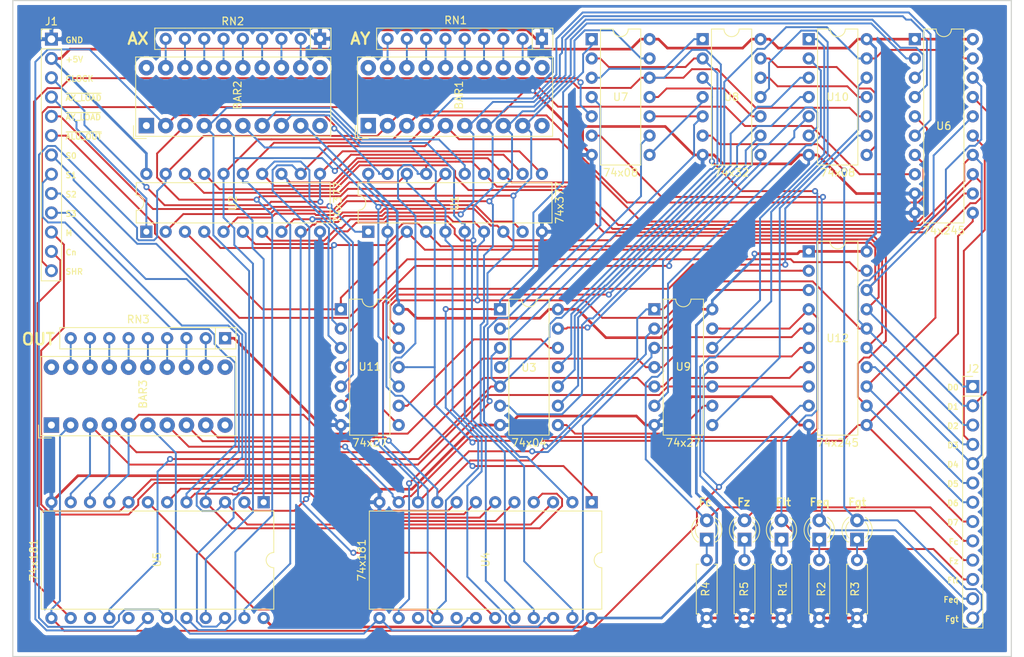
<source format=kicad_pcb>
(kicad_pcb (version 20171130) (host pcbnew 5.0.2+dfsg1-1)
  (layers (0 F.Cu signal) (31 B.Cu signal) (34 B.Paste user) (35 F.Paste user) (36 B.SilkS user) (37 F.SilkS user) (38 B.Mask user) (39 F.Mask user) (44 Edge.Cuts user))
  (net 0 "")
  (net 1 GND)
  (net 2 "Net-(D1-Pad1)")
  (net 3 "Net-(D2-Pad1)")
  (net 4 "Net-(D3-Pad1)")
  (net 5 "Net-(D4-Pad1)")
  (net 6 "Net-(D5-Pad1)")
  (net 7 "Net-(BAR3-Pad19)")
  (net 8 "Net-(BAR3-Pad18)")
  (net 9 "Net-(BAR3-Pad17)")
  (net 10 "Net-(BAR3-Pad16)")
  (net 11 "Net-(BAR3-Pad15)")
  (net 12 "Net-(BAR3-Pad14)")
  (net 13 "Net-(BAR3-Pad13)")
  (net 14 "Net-(BAR3-Pad12)")
  (net 15 "Net-(BAR2-Pad19)")
  (net 16 "Net-(BAR2-Pad18)")
  (net 17 "Net-(BAR2-Pad17)")
  (net 18 "Net-(BAR2-Pad16)")
  (net 19 "Net-(BAR2-Pad15)")
  (net 20 "Net-(BAR2-Pad14)")
  (net 21 "Net-(BAR2-Pad13)")
  (net 22 "Net-(BAR2-Pad12)")
  (net 23 "Net-(BAR1-Pad12)")
  (net 24 "Net-(BAR1-Pad13)")
  (net 25 "Net-(BAR1-Pad14)")
  (net 26 "Net-(BAR1-Pad15)")
  (net 27 "Net-(BAR1-Pad16)")
  (net 28 "Net-(BAR1-Pad17)")
  (net 29 "Net-(BAR1-Pad18)")
  (net 30 "Net-(BAR1-Pad19)")
  (net 31 "Net-(BAR2-Pad9)")
  (net 32 "Net-(BAR3-Pad6)")
  (net 33 SHRc)
  (net 34 /A=B_A)
  (net 35 S3)
  (net 36 "Net-(U4-Pad15)")
  (net 37 S2)
  (net 38 /Cn4_A)
  (net 39 S1)
  (net 40 "Net-(U4-Pad17)")
  (net 41 S0)
  (net 42 "Net-(BAR2-Pad6)")
  (net 43 Cn)
  (net 44 "Net-(BAR1-Pad6)")
  (net 45 M)
  (net 46 "Net-(BAR2-Pad7)")
  (net 47 "Net-(BAR3-Pad9)")
  (net 48 "Net-(BAR1-Pad7)")
  (net 49 "Net-(BAR3-Pad8)")
  (net 50 "Net-(BAR2-Pad8)")
  (net 51 "Net-(BAR3-Pad7)")
  (net 52 "Net-(BAR1-Pad8)")
  (net 53 +5V)
  (net 54 "Net-(BAR1-Pad4)")
  (net 55 "Net-(BAR3-Pad3)")
  (net 56 "Net-(BAR2-Pad4)")
  (net 57 "Net-(BAR3-Pad4)")
  (net 58 "Net-(BAR1-Pad3)")
  (net 59 "Net-(BAR3-Pad5)")
  (net 60 "Net-(BAR2-Pad3)")
  (net 61 "Net-(BAR1-Pad2)")
  (net 62 "Net-(BAR2-Pad2)")
  (net 63 "Net-(U5-Pad17)")
  (net 64 /Cn4_B)
  (net 65 "Net-(U5-Pad15)")
  (net 66 /A=B_B)
  (net 67 "Net-(BAR1-Pad5)")
  (net 68 "Net-(BAR3-Pad2)")
  (net 69 "Net-(BAR2-Pad5)")
  (net 70 DATA_BUS7)
  (net 71 DATA_BUS6)
  (net 72 DATA_BUS5)
  (net 73 DATA_BUS4)
  (net 74 DATA_BUS3)
  (net 75 DATA_BUS2)
  (net 76 DATA_BUS1)
  (net 77 DATA_BUS0)
  (net 78 ~ALU_OUT)
  (net 79 ~SHR)
  (net 80 ~AX_LOAD)
  (net 81 CLOCK)
  (net 82 ~AY_LOAD)
  (net 83 "Net-(U11-Pad9)")
  (net 84 "Net-(U10-Pad6)")
  (net 85 "Net-(U10-Pad12)")
  (net 86 "Net-(U10-Pad5)")
  (net 87 "Net-(U10-Pad11)")
  (net 88 "Net-(U10-Pad4)")
  (net 89 SHR)
  (net 90 "Net-(U10-Pad3)")
  (net 91 "Net-(U10-Pad9)")
  (net 92 "Net-(U10-Pad2)")
  (net 93 SHRz)
  (net 94 "Net-(U10-Pad1)")
  (net 95 "Net-(U3-Pad8)")
  (net 96 Fgt)
  (net 97 "Net-(U3-Pad4)")
  (net 98 Fz)
  (net 99 "Net-(U7-Pad8)")
  (net 100 "Net-(U7-Pad11)")
  (net 101 Flt)
  (net 102 "Net-(U3-Pad6)")
  (net 103 Fc)
  (net 104 "Net-(U7-Pad3)")
  (net 105 "Net-(U3-Pad2)")
  (net 106 Feq)
  (net 107 "Net-(BAR3-Pad1)")
  (net 108 "Net-(BAR3-Pad11)")
  (net 109 "Net-(BAR3-Pad10)")
  (net 110 "Net-(BAR3-Pad20)")
  (net 111 "Net-(BAR1-Pad20)")
  (net 112 "Net-(BAR1-Pad10)")
  (net 113 "Net-(BAR1-Pad11)")
  (net 114 "Net-(BAR1-Pad1)")
  (net 115 "Net-(BAR2-Pad1)")
  (net 116 "Net-(BAR2-Pad11)")
  (net 117 "Net-(BAR2-Pad10)")
  (net 118 "Net-(BAR2-Pad20)")
  (module Package_DIP:DIP-14_W7.62mm (layer F.Cu) (at 81.28 59.69)
    (fp_text reference U3 (at 3.81 7.6835) (layer F.SilkS))
    (fp_text value 74x04 (at 3.81 17.57) (layer F.SilkS))
    (pad 14 thru_hole oval (at 7.62 0) (size 1.6 1.6) (drill 0.8) (layers *.Cu *.Mask) (net 53 +5V))
    (pad 7 thru_hole oval (at 0 15.24) (size 1.6 1.6) (drill 0.8) (layers *.Cu *.Mask) (net 1 GND))
    (pad 13 thru_hole oval (at 7.62 2.54) (size 1.6 1.6) (drill 0.8) (layers *.Cu *.Mask) (net 84 "Net-(U10-Pad6)"))
    (pad 6 thru_hole oval (at 0 12.7) (size 1.6 1.6) (drill 0.8) (layers *.Cu *.Mask) (net 102 "Net-(U3-Pad6)"))
    (pad 12 thru_hole oval (at 7.62 5.08) (size 1.6 1.6) (drill 0.8) (layers *.Cu *.Mask) (net 83 "Net-(U11-Pad9)"))
    (pad 5 thru_hole oval (at 0 10.16) (size 1.6 1.6) (drill 0.8) (layers *.Cu *.Mask) (net 64 /Cn4_B))
    (pad 11 thru_hole oval (at 7.62 7.62) (size 1.6 1.6) (drill 0.8) (layers *.Cu *.Mask) (net 89 SHR))
    (pad 4 thru_hole oval (at 0 7.62) (size 1.6 1.6) (drill 0.8) (layers *.Cu *.Mask) (net 97 "Net-(U3-Pad4)"))
    (pad 10 thru_hole oval (at 7.62 10.16) (size 1.6 1.6) (drill 0.8) (layers *.Cu *.Mask) (net 79 ~SHR))
    (pad 3 thru_hole oval (at 0 5.08) (size 1.6 1.6) (drill 0.8) (layers *.Cu *.Mask) (net 64 /Cn4_B))
    (pad 9 thru_hole oval (at 7.62 12.7) (size 1.6 1.6) (drill 0.8) (layers *.Cu *.Mask) (net 90 "Net-(U10-Pad3)"))
    (pad 2 thru_hole oval (at 0 2.54) (size 1.6 1.6) (drill 0.8) (layers *.Cu *.Mask) (net 105 "Net-(U3-Pad2)"))
    (pad 8 thru_hole oval (at 7.62 15.24) (size 1.6 1.6) (drill 0.8) (layers *.Cu *.Mask) (net 95 "Net-(U3-Pad8)"))
    (pad 1 thru_hole rect (at 0 0) (size 1.6 1.6) (drill 0.8) (layers *.Cu *.Mask) (net 38 /Cn4_A))
  )
  (module Package_DIP:DIP-14_W7.62mm (layer F.Cu) (at 107.95 24.13)
    (fp_text reference U8 (at 3.81 7.62) (layer F.SilkS))
    (fp_text value 74x32 (at 3.81 17.57) (layer F.SilkS))
    (pad 1 thru_hole rect (at 0 0) (size 1.6 1.6) (drill 0.8) (layers *.Cu *.Mask) (net 104 "Net-(U7-Pad3)"))
    (pad 8 thru_hole oval (at 7.62 15.24) (size 1.6 1.6) (drill 0.8) (layers *.Cu *.Mask) (net 103 Fc))
    (pad 2 thru_hole oval (at 0 2.54) (size 1.6 1.6) (drill 0.8) (layers *.Cu *.Mask) (net 64 /Cn4_B))
    (pad 9 thru_hole oval (at 7.62 12.7) (size 1.6 1.6) (drill 0.8) (layers *.Cu *.Mask) (net 102 "Net-(U3-Pad6)"))
    (pad 3 thru_hole oval (at 0 5.08) (size 1.6 1.6) (drill 0.8) (layers *.Cu *.Mask) (net 101 Flt))
    (pad 10 thru_hole oval (at 7.62 10.16) (size 1.6 1.6) (drill 0.8) (layers *.Cu *.Mask) (net 100 "Net-(U7-Pad11)"))
    (pad 4 thru_hole oval (at 0 7.62) (size 1.6 1.6) (drill 0.8) (layers *.Cu *.Mask) (net 99 "Net-(U7-Pad8)"))
    (pad 11 thru_hole oval (at 7.62 7.62) (size 1.6 1.6) (drill 0.8) (layers *.Cu *.Mask) (net 98 Fz))
    (pad 5 thru_hole oval (at 0 10.16) (size 1.6 1.6) (drill 0.8) (layers *.Cu *.Mask) (net 97 "Net-(U3-Pad4)"))
    (pad 12 thru_hole oval (at 7.62 5.08) (size 1.6 1.6) (drill 0.8) (layers *.Cu *.Mask) (net 87 "Net-(U10-Pad11)"))
    (pad 6 thru_hole oval (at 0 12.7) (size 1.6 1.6) (drill 0.8) (layers *.Cu *.Mask) (net 96 Fgt))
    (pad 13 thru_hole oval (at 7.62 2.54) (size 1.6 1.6) (drill 0.8) (layers *.Cu *.Mask) (net 93 SHRz))
    (pad 7 thru_hole oval (at 0 15.24) (size 1.6 1.6) (drill 0.8) (layers *.Cu *.Mask) (net 1 GND))
    (pad 14 thru_hole oval (at 7.62 0) (size 1.6 1.6) (drill 0.8) (layers *.Cu *.Mask) (net 53 +5V))
  )
  (module Package_DIP:DIP-14_W7.62mm (layer F.Cu) (at 101.6 59.69)
    (fp_text reference U9 (at 3.81 7.5565) (layer F.SilkS))
    (fp_text value 74x27 (at 3.81 17.57) (layer F.SilkS))
    (pad 14 thru_hole oval (at 7.62 0) (size 1.6 1.6) (drill 0.8) (layers *.Cu *.Mask) (net 53 +5V))
    (pad 7 thru_hole oval (at 0 15.24) (size 1.6 1.6) (drill 0.8) (layers *.Cu *.Mask) (net 1 GND))
    (pad 13 thru_hole oval (at 7.62 2.54) (size 1.6 1.6) (drill 0.8) (layers *.Cu *.Mask) (net 51 "Net-(BAR3-Pad7)"))
    (pad 6 thru_hole oval (at 0 12.7) (size 1.6 1.6) (drill 0.8) (layers *.Cu *.Mask) (net 92 "Net-(U10-Pad2)"))
    (pad 12 thru_hole oval (at 7.62 5.08) (size 1.6 1.6) (drill 0.8) (layers *.Cu *.Mask) (net 94 "Net-(U10-Pad1)"))
    (pad 5 thru_hole oval (at 0 10.16) (size 1.6 1.6) (drill 0.8) (layers *.Cu *.Mask) (net 57 "Net-(BAR3-Pad4)"))
    (pad 11 thru_hole oval (at 7.62 7.62) (size 1.6 1.6) (drill 0.8) (layers *.Cu *.Mask) (net 68 "Net-(BAR3-Pad2)"))
    (pad 4 thru_hole oval (at 0 7.62) (size 1.6 1.6) (drill 0.8) (layers *.Cu *.Mask) (net 59 "Net-(BAR3-Pad5)"))
    (pad 10 thru_hole oval (at 7.62 10.16) (size 1.6 1.6) (drill 0.8) (layers *.Cu *.Mask) (net 55 "Net-(BAR3-Pad3)"))
    (pad 3 thru_hole oval (at 0 5.08) (size 1.6 1.6) (drill 0.8) (layers *.Cu *.Mask) (net 32 "Net-(BAR3-Pad6)"))
    (pad 9 thru_hole oval (at 7.62 12.7) (size 1.6 1.6) (drill 0.8) (layers *.Cu *.Mask) (net 95 "Net-(U3-Pad8)"))
    (pad 2 thru_hole oval (at 0 2.54) (size 1.6 1.6) (drill 0.8) (layers *.Cu *.Mask) (net 49 "Net-(BAR3-Pad8)"))
    (pad 8 thru_hole oval (at 7.62 15.24) (size 1.6 1.6) (drill 0.8) (layers *.Cu *.Mask) (net 85 "Net-(U10-Pad12)"))
    (pad 1 thru_hole rect (at 0 0) (size 1.6 1.6) (drill 0.8) (layers *.Cu *.Mask) (net 47 "Net-(BAR3-Pad9)"))
  )
  (module Package_DIP:DIP-14_W7.62mm (layer F.Cu) (at 121.92 24.13)
    (fp_text reference U10 (at 3.81 7.62) (layer F.SilkS))
    (fp_text value 74x08 (at 3.81 17.57) (layer F.SilkS))
    (pad 1 thru_hole rect (at 0 0) (size 1.6 1.6) (drill 0.8) (layers *.Cu *.Mask) (net 94 "Net-(U10-Pad1)"))
    (pad 8 thru_hole oval (at 7.62 15.24) (size 1.6 1.6) (drill 0.8) (layers *.Cu *.Mask) (net 93 SHRz))
    (pad 2 thru_hole oval (at 0 2.54) (size 1.6 1.6) (drill 0.8) (layers *.Cu *.Mask) (net 92 "Net-(U10-Pad2)"))
    (pad 9 thru_hole oval (at 7.62 12.7) (size 1.6 1.6) (drill 0.8) (layers *.Cu *.Mask) (net 91 "Net-(U10-Pad9)"))
    (pad 3 thru_hole oval (at 0 5.08) (size 1.6 1.6) (drill 0.8) (layers *.Cu *.Mask) (net 90 "Net-(U10-Pad3)"))
    (pad 10 thru_hole oval (at 7.62 10.16) (size 1.6 1.6) (drill 0.8) (layers *.Cu *.Mask) (net 89 SHR))
    (pad 4 thru_hole oval (at 0 7.62) (size 1.6 1.6) (drill 0.8) (layers *.Cu *.Mask) (net 88 "Net-(U10-Pad4)"))
    (pad 11 thru_hole oval (at 7.62 7.62) (size 1.6 1.6) (drill 0.8) (layers *.Cu *.Mask) (net 87 "Net-(U10-Pad11)"))
    (pad 5 thru_hole oval (at 0 10.16) (size 1.6 1.6) (drill 0.8) (layers *.Cu *.Mask) (net 86 "Net-(U10-Pad5)"))
    (pad 12 thru_hole oval (at 7.62 5.08) (size 1.6 1.6) (drill 0.8) (layers *.Cu *.Mask) (net 85 "Net-(U10-Pad12)"))
    (pad 6 thru_hole oval (at 0 12.7) (size 1.6 1.6) (drill 0.8) (layers *.Cu *.Mask) (net 84 "Net-(U10-Pad6)"))
    (pad 13 thru_hole oval (at 7.62 2.54) (size 1.6 1.6) (drill 0.8) (layers *.Cu *.Mask) (net 79 ~SHR))
    (pad 7 thru_hole oval (at 0 15.24) (size 1.6 1.6) (drill 0.8) (layers *.Cu *.Mask) (net 1 GND))
    (pad 14 thru_hole oval (at 7.62 0) (size 1.6 1.6) (drill 0.8) (layers *.Cu *.Mask) (net 53 +5V))
  )
  (module Package_DIP:DIP-14_W7.62mm (layer F.Cu) (at 93.345 24.13)
    (fp_text reference U7 (at 3.81 7.62) (layer F.SilkS))
    (fp_text value 74x08 (at 3.81 17.57) (layer F.SilkS))
    (pad 14 thru_hole oval (at 7.62 0) (size 1.6 1.6) (drill 0.8) (layers *.Cu *.Mask) (net 53 +5V))
    (pad 7 thru_hole oval (at 0 15.24) (size 1.6 1.6) (drill 0.8) (layers *.Cu *.Mask) (net 1 GND))
    (pad 13 thru_hole oval (at 7.62 2.54) (size 1.6 1.6) (drill 0.8) (layers *.Cu *.Mask) (net 33 SHRc))
    (pad 6 thru_hole oval (at 0 12.7) (size 1.6 1.6) (drill 0.8) (layers *.Cu *.Mask) (net 106 Feq))
    (pad 12 thru_hole oval (at 7.62 5.08) (size 1.6 1.6) (drill 0.8) (layers *.Cu *.Mask) (net 89 SHR))
    (pad 5 thru_hole oval (at 0 10.16) (size 1.6 1.6) (drill 0.8) (layers *.Cu *.Mask) (net 66 /A=B_B))
    (pad 11 thru_hole oval (at 7.62 7.62) (size 1.6 1.6) (drill 0.8) (layers *.Cu *.Mask) (net 100 "Net-(U7-Pad11)"))
    (pad 4 thru_hole oval (at 0 7.62) (size 1.6 1.6) (drill 0.8) (layers *.Cu *.Mask) (net 34 /A=B_A))
    (pad 10 thru_hole oval (at 7.62 10.16) (size 1.6 1.6) (drill 0.8) (layers *.Cu *.Mask) (net 97 "Net-(U3-Pad4)"))
    (pad 3 thru_hole oval (at 0 5.08) (size 1.6 1.6) (drill 0.8) (layers *.Cu *.Mask) (net 104 "Net-(U7-Pad3)"))
    (pad 9 thru_hole oval (at 7.62 12.7) (size 1.6 1.6) (drill 0.8) (layers *.Cu *.Mask) (net 105 "Net-(U3-Pad2)"))
    (pad 2 thru_hole oval (at 0 2.54) (size 1.6 1.6) (drill 0.8) (layers *.Cu *.Mask) (net 64 /Cn4_B))
    (pad 8 thru_hole oval (at 7.62 15.24) (size 1.6 1.6) (drill 0.8) (layers *.Cu *.Mask) (net 99 "Net-(U7-Pad8)"))
    (pad 1 thru_hole rect (at 0 0) (size 1.6 1.6) (drill 0.8) (layers *.Cu *.Mask) (net 38 /Cn4_A))
  )
  (module Package_DIP:DIP-14_W7.62mm (layer F.Cu) (at 60.325 59.69)
    (fp_text reference U11 (at 3.81 7.5565) (layer F.SilkS))
    (fp_text value 74x27 (at 3.81 17.57) (layer F.SilkS))
    (pad 1 thru_hole rect (at 0 0) (size 1.6 1.6) (drill 0.8) (layers *.Cu *.Mask) (net 77 DATA_BUS0))
    (pad 8 thru_hole oval (at 7.62 15.24) (size 1.6 1.6) (drill 0.8) (layers *.Cu *.Mask) (net 91 "Net-(U10-Pad9)"))
    (pad 2 thru_hole oval (at 0 2.54) (size 1.6 1.6) (drill 0.8) (layers *.Cu *.Mask) (net 76 DATA_BUS1))
    (pad 9 thru_hole oval (at 7.62 12.7) (size 1.6 1.6) (drill 0.8) (layers *.Cu *.Mask) (net 83 "Net-(U11-Pad9)"))
    (pad 3 thru_hole oval (at 0 5.08) (size 1.6 1.6) (drill 0.8) (layers *.Cu *.Mask) (net 74 DATA_BUS3))
    (pad 10 thru_hole oval (at 7.62 10.16) (size 1.6 1.6) (drill 0.8) (layers *.Cu *.Mask) (net 71 DATA_BUS6))
    (pad 4 thru_hole oval (at 0 7.62) (size 1.6 1.6) (drill 0.8) (layers *.Cu *.Mask) (net 73 DATA_BUS4))
    (pad 11 thru_hole oval (at 7.62 7.62) (size 1.6 1.6) (drill 0.8) (layers *.Cu *.Mask) (net 70 DATA_BUS7))
    (pad 5 thru_hole oval (at 0 10.16) (size 1.6 1.6) (drill 0.8) (layers *.Cu *.Mask) (net 72 DATA_BUS5))
    (pad 12 thru_hole oval (at 7.62 5.08) (size 1.6 1.6) (drill 0.8) (layers *.Cu *.Mask) (net 88 "Net-(U10-Pad4)"))
    (pad 6 thru_hole oval (at 0 12.7) (size 1.6 1.6) (drill 0.8) (layers *.Cu *.Mask) (net 86 "Net-(U10-Pad5)"))
    (pad 13 thru_hole oval (at 7.62 2.54) (size 1.6 1.6) (drill 0.8) (layers *.Cu *.Mask) (net 75 DATA_BUS2))
    (pad 7 thru_hole oval (at 0 15.24) (size 1.6 1.6) (drill 0.8) (layers *.Cu *.Mask) (net 1 GND))
    (pad 14 thru_hole oval (at 7.62 0) (size 1.6 1.6) (drill 0.8) (layers *.Cu *.Mask) (net 53 +5V))
  )
  (module Package_DIP:DIP-20_W7.62mm (layer F.Cu) (at 121.92 52.07)
    (fp_text reference U12 (at 3.81 11.43) (layer F.SilkS))
    (fp_text value 74x245 (at 3.81 25.19) (layer F.SilkS))
    (pad 1 thru_hole rect (at 0 0) (size 1.6 1.6) (drill 0.8) (layers *.Cu *.Mask) (net 53 +5V))
    (pad 11 thru_hole oval (at 7.62 22.86) (size 1.6 1.6) (drill 0.8) (layers *.Cu *.Mask) (net 70 DATA_BUS7))
    (pad 2 thru_hole oval (at 0 2.54) (size 1.6 1.6) (drill 0.8) (layers *.Cu *.Mask) (net 47 "Net-(BAR3-Pad9)"))
    (pad 12 thru_hole oval (at 7.62 20.32) (size 1.6 1.6) (drill 0.8) (layers *.Cu *.Mask) (net 71 DATA_BUS6))
    (pad 3 thru_hole oval (at 0 5.08) (size 1.6 1.6) (drill 0.8) (layers *.Cu *.Mask) (net 49 "Net-(BAR3-Pad8)"))
    (pad 13 thru_hole oval (at 7.62 17.78) (size 1.6 1.6) (drill 0.8) (layers *.Cu *.Mask) (net 72 DATA_BUS5))
    (pad 4 thru_hole oval (at 0 7.62) (size 1.6 1.6) (drill 0.8) (layers *.Cu *.Mask) (net 51 "Net-(BAR3-Pad7)"))
    (pad 14 thru_hole oval (at 7.62 15.24) (size 1.6 1.6) (drill 0.8) (layers *.Cu *.Mask) (net 73 DATA_BUS4))
    (pad 5 thru_hole oval (at 0 10.16) (size 1.6 1.6) (drill 0.8) (layers *.Cu *.Mask) (net 32 "Net-(BAR3-Pad6)"))
    (pad 15 thru_hole oval (at 7.62 12.7) (size 1.6 1.6) (drill 0.8) (layers *.Cu *.Mask) (net 74 DATA_BUS3))
    (pad 6 thru_hole oval (at 0 12.7) (size 1.6 1.6) (drill 0.8) (layers *.Cu *.Mask) (net 59 "Net-(BAR3-Pad5)"))
    (pad 16 thru_hole oval (at 7.62 10.16) (size 1.6 1.6) (drill 0.8) (layers *.Cu *.Mask) (net 75 DATA_BUS2))
    (pad 7 thru_hole oval (at 0 15.24) (size 1.6 1.6) (drill 0.8) (layers *.Cu *.Mask) (net 57 "Net-(BAR3-Pad4)"))
    (pad 17 thru_hole oval (at 7.62 7.62) (size 1.6 1.6) (drill 0.8) (layers *.Cu *.Mask) (net 76 DATA_BUS1))
    (pad 8 thru_hole oval (at 0 17.78) (size 1.6 1.6) (drill 0.8) (layers *.Cu *.Mask) (net 55 "Net-(BAR3-Pad3)"))
    (pad 18 thru_hole oval (at 7.62 5.08) (size 1.6 1.6) (drill 0.8) (layers *.Cu *.Mask) (net 77 DATA_BUS0))
    (pad 9 thru_hole oval (at 0 20.32) (size 1.6 1.6) (drill 0.8) (layers *.Cu *.Mask) (net 68 "Net-(BAR3-Pad2)"))
    (pad 19 thru_hole oval (at 7.62 2.54) (size 1.6 1.6) (drill 0.8) (layers *.Cu *.Mask) (net 78 ~ALU_OUT))
    (pad 10 thru_hole oval (at 0 22.86) (size 1.6 1.6) (drill 0.8) (layers *.Cu *.Mask) (net 1 GND))
    (pad 20 thru_hole oval (at 7.62 0) (size 1.6 1.6) (drill 0.8) (layers *.Cu *.Mask) (net 53 +5V))
  )
  (module Connector_PinHeader_2.54mm:PinHeader_1x13_P2.54mm_Vertical (layer F.Cu) (at 22.225 24.13)
    (fp_text reference J1 (at 0 -2.33) (layer F.SilkS))
    (fp_text value Conn_01x13_Male)
    (pad 13 thru_hole oval (at 0 30.48) (size 1.7 1.7) (drill 1) (layers *.Cu *.Mask) (net 89 SHR))
    (pad 12 thru_hole oval (at 0 27.94) (size 1.7 1.7) (drill 1) (layers *.Cu *.Mask) (net 43 Cn))
    (pad 11 thru_hole oval (at 0 25.4) (size 1.7 1.7) (drill 1) (layers *.Cu *.Mask) (net 45 M))
    (pad 10 thru_hole oval (at 0 22.86) (size 1.7 1.7) (drill 1) (layers *.Cu *.Mask) (net 35 S3))
    (pad 9 thru_hole oval (at 0 20.32) (size 1.7 1.7) (drill 1) (layers *.Cu *.Mask) (net 37 S2))
    (pad 8 thru_hole oval (at 0 17.78) (size 1.7 1.7) (drill 1) (layers *.Cu *.Mask) (net 39 S1))
    (pad 7 thru_hole oval (at 0 15.24) (size 1.7 1.7) (drill 1) (layers *.Cu *.Mask) (net 41 S0))
    (pad 6 thru_hole oval (at 0 12.7) (size 1.7 1.7) (drill 1) (layers *.Cu *.Mask) (net 78 ~ALU_OUT))
    (pad 5 thru_hole oval (at 0 10.16) (size 1.7 1.7) (drill 1) (layers *.Cu *.Mask) (net 82 ~AY_LOAD))
    (pad 4 thru_hole oval (at 0 7.62) (size 1.7 1.7) (drill 1) (layers *.Cu *.Mask) (net 80 ~AX_LOAD))
    (pad 3 thru_hole oval (at 0 5.08) (size 1.7 1.7) (drill 1) (layers *.Cu *.Mask) (net 81 CLOCK))
    (pad 2 thru_hole oval (at 0 2.54) (size 1.7 1.7) (drill 1) (layers *.Cu *.Mask) (net 53 +5V))
    (pad 1 thru_hole rect (at 0 0) (size 1.7 1.7) (drill 1) (layers *.Cu *.Mask) (net 1 GND))
  )
  (module Connector_PinHeader_2.54mm:PinHeader_1x13_P2.54mm_Vertical (layer F.Cu) (at 143.51 69.85)
    (fp_text reference J2 (at 0 -2.33) (layer F.SilkS))
    (fp_text value Conn_01x13_Male)
    (pad 1 thru_hole rect (at 0 0) (size 1.7 1.7) (drill 1) (layers *.Cu *.Mask) (net 77 DATA_BUS0))
    (pad 2 thru_hole oval (at 0 2.54) (size 1.7 1.7) (drill 1) (layers *.Cu *.Mask) (net 76 DATA_BUS1))
    (pad 3 thru_hole oval (at 0 5.08) (size 1.7 1.7) (drill 1) (layers *.Cu *.Mask) (net 75 DATA_BUS2))
    (pad 4 thru_hole oval (at 0 7.62) (size 1.7 1.7) (drill 1) (layers *.Cu *.Mask) (net 74 DATA_BUS3))
    (pad 5 thru_hole oval (at 0 10.16) (size 1.7 1.7) (drill 1) (layers *.Cu *.Mask) (net 73 DATA_BUS4))
    (pad 6 thru_hole oval (at 0 12.7) (size 1.7 1.7) (drill 1) (layers *.Cu *.Mask) (net 72 DATA_BUS5))
    (pad 7 thru_hole oval (at 0 15.24) (size 1.7 1.7) (drill 1) (layers *.Cu *.Mask) (net 71 DATA_BUS6))
    (pad 8 thru_hole oval (at 0 17.78) (size 1.7 1.7) (drill 1) (layers *.Cu *.Mask) (net 70 DATA_BUS7))
    (pad 9 thru_hole oval (at 0 20.32) (size 1.7 1.7) (drill 1) (layers *.Cu *.Mask) (net 103 Fc))
    (pad 10 thru_hole oval (at 0 22.86) (size 1.7 1.7) (drill 1) (layers *.Cu *.Mask) (net 98 Fz))
    (pad 11 thru_hole oval (at 0 25.4) (size 1.7 1.7) (drill 1) (layers *.Cu *.Mask) (net 101 Flt))
    (pad 12 thru_hole oval (at 0 27.94) (size 1.7 1.7) (drill 1) (layers *.Cu *.Mask) (net 106 Feq))
    (pad 13 thru_hole oval (at 0 30.48) (size 1.7 1.7) (drill 1) (layers *.Cu *.Mask) (net 96 Fgt))
  )
  (module Display:HDSP-4830 (layer F.Cu) (at 34.7257 35.5106 90)
    (fp_text reference BAR2 (at 4.0146 12.0103 270) (layer F.SilkS))
    (fp_text value HDSP-4830_2)
    (pad 1 thru_hole rect (at 0 0) (size 2.032 2.032) (drill 0.9144) (layers *.Cu *.Mask) (net 115 "Net-(BAR2-Pad1)"))
    (pad 2 thru_hole circle (at 0 2.54) (size 2.032 2.032) (drill 0.9144) (layers *.Cu *.Mask) (net 62 "Net-(BAR2-Pad2)"))
    (pad 3 thru_hole circle (at 0 5.08) (size 2.032 2.032) (drill 0.9144) (layers *.Cu *.Mask) (net 60 "Net-(BAR2-Pad3)"))
    (pad 4 thru_hole circle (at 0 7.62) (size 2.032 2.032) (drill 0.9144) (layers *.Cu *.Mask) (net 56 "Net-(BAR2-Pad4)"))
    (pad 13 thru_hole circle (at 7.62 17.78) (size 2.032 2.032) (drill 0.9144) (layers *.Cu *.Mask) (net 21 "Net-(BAR2-Pad13)"))
    (pad 14 thru_hole circle (at 7.62 15.24) (size 2.032 2.032) (drill 0.9144) (layers *.Cu *.Mask) (net 20 "Net-(BAR2-Pad14)"))
    (pad 15 thru_hole circle (at 7.62 12.7) (size 2.032 2.032) (drill 0.9144) (layers *.Cu *.Mask) (net 19 "Net-(BAR2-Pad15)"))
    (pad 16 thru_hole circle (at 7.62 10.16) (size 2.032 2.032) (drill 0.9144) (layers *.Cu *.Mask) (net 18 "Net-(BAR2-Pad16)"))
    (pad 5 thru_hole circle (at 0 10.16) (size 2.032 2.032) (drill 0.9144) (layers *.Cu *.Mask) (net 69 "Net-(BAR2-Pad5)"))
    (pad 6 thru_hole circle (at 0 12.7) (size 2.032 2.032) (drill 0.9144) (layers *.Cu *.Mask) (net 42 "Net-(BAR2-Pad6)"))
    (pad 7 thru_hole circle (at 0 15.24) (size 2.032 2.032) (drill 0.9144) (layers *.Cu *.Mask) (net 46 "Net-(BAR2-Pad7)"))
    (pad 8 thru_hole circle (at 0 17.78) (size 2.032 2.032) (drill 0.9144) (layers *.Cu *.Mask) (net 50 "Net-(BAR2-Pad8)"))
    (pad 12 thru_hole circle (at 7.62 20.32) (size 2.032 2.032) (drill 0.9144) (layers *.Cu *.Mask) (net 22 "Net-(BAR2-Pad12)"))
    (pad 11 thru_hole circle (at 7.62 22.86) (size 2.032 2.032) (drill 0.9144) (layers *.Cu *.Mask) (net 116 "Net-(BAR2-Pad11)"))
    (pad 10 thru_hole circle (at 0 22.86) (size 2.032 2.032) (drill 0.9144) (layers *.Cu *.Mask) (net 117 "Net-(BAR2-Pad10)"))
    (pad 9 thru_hole circle (at 0 20.32) (size 2.032 2.032) (drill 0.9144) (layers *.Cu *.Mask) (net 31 "Net-(BAR2-Pad9)"))
    (pad 17 thru_hole circle (at 7.62 7.62) (size 2.032 2.032) (drill 0.9144) (layers *.Cu *.Mask) (net 17 "Net-(BAR2-Pad17)"))
    (pad 18 thru_hole circle (at 7.62 5.08) (size 2.032 2.032) (drill 0.9144) (layers *.Cu *.Mask) (net 16 "Net-(BAR2-Pad18)"))
    (pad 19 thru_hole circle (at 7.62 2.54) (size 2.032 2.032) (drill 0.9144) (layers *.Cu *.Mask) (net 15 "Net-(BAR2-Pad19)"))
    (pad 20 thru_hole circle (at 7.62 0) (size 2.032 2.032) (drill 0.9144) (layers *.Cu *.Mask) (net 118 "Net-(BAR2-Pad20)"))
  )
  (module Display:HDSP-4830 (layer F.Cu) (at 63.9357 35.5106 90)
    (fp_text reference BAR1 (at 4.0146 11.9468 270) (layer F.SilkS))
    (fp_text value HDSP-4830_2)
    (pad 20 thru_hole circle (at 7.62 0) (size 2.032 2.032) (drill 0.9144) (layers *.Cu *.Mask) (net 111 "Net-(BAR1-Pad20)"))
    (pad 19 thru_hole circle (at 7.62 2.54) (size 2.032 2.032) (drill 0.9144) (layers *.Cu *.Mask) (net 30 "Net-(BAR1-Pad19)"))
    (pad 18 thru_hole circle (at 7.62 5.08) (size 2.032 2.032) (drill 0.9144) (layers *.Cu *.Mask) (net 29 "Net-(BAR1-Pad18)"))
    (pad 17 thru_hole circle (at 7.62 7.62) (size 2.032 2.032) (drill 0.9144) (layers *.Cu *.Mask) (net 28 "Net-(BAR1-Pad17)"))
    (pad 9 thru_hole circle (at 0 20.32) (size 2.032 2.032) (drill 0.9144) (layers *.Cu *.Mask) (net 33 SHRc))
    (pad 10 thru_hole circle (at 0 22.86) (size 2.032 2.032) (drill 0.9144) (layers *.Cu *.Mask) (net 112 "Net-(BAR1-Pad10)"))
    (pad 11 thru_hole circle (at 7.62 22.86) (size 2.032 2.032) (drill 0.9144) (layers *.Cu *.Mask) (net 113 "Net-(BAR1-Pad11)"))
    (pad 12 thru_hole circle (at 7.62 20.32) (size 2.032 2.032) (drill 0.9144) (layers *.Cu *.Mask) (net 23 "Net-(BAR1-Pad12)"))
    (pad 8 thru_hole circle (at 0 17.78) (size 2.032 2.032) (drill 0.9144) (layers *.Cu *.Mask) (net 52 "Net-(BAR1-Pad8)"))
    (pad 7 thru_hole circle (at 0 15.24) (size 2.032 2.032) (drill 0.9144) (layers *.Cu *.Mask) (net 48 "Net-(BAR1-Pad7)"))
    (pad 6 thru_hole circle (at 0 12.7) (size 2.032 2.032) (drill 0.9144) (layers *.Cu *.Mask) (net 44 "Net-(BAR1-Pad6)"))
    (pad 5 thru_hole circle (at 0 10.16) (size 2.032 2.032) (drill 0.9144) (layers *.Cu *.Mask) (net 67 "Net-(BAR1-Pad5)"))
    (pad 16 thru_hole circle (at 7.62 10.16) (size 2.032 2.032) (drill 0.9144) (layers *.Cu *.Mask) (net 27 "Net-(BAR1-Pad16)"))
    (pad 15 thru_hole circle (at 7.62 12.7) (size 2.032 2.032) (drill 0.9144) (layers *.Cu *.Mask) (net 26 "Net-(BAR1-Pad15)"))
    (pad 14 thru_hole circle (at 7.62 15.24) (size 2.032 2.032) (drill 0.9144) (layers *.Cu *.Mask) (net 25 "Net-(BAR1-Pad14)"))
    (pad 13 thru_hole circle (at 7.62 17.78) (size 2.032 2.032) (drill 0.9144) (layers *.Cu *.Mask) (net 24 "Net-(BAR1-Pad13)"))
    (pad 4 thru_hole circle (at 0 7.62) (size 2.032 2.032) (drill 0.9144) (layers *.Cu *.Mask) (net 54 "Net-(BAR1-Pad4)"))
    (pad 3 thru_hole circle (at 0 5.08) (size 2.032 2.032) (drill 0.9144) (layers *.Cu *.Mask) (net 58 "Net-(BAR1-Pad3)"))
    (pad 2 thru_hole circle (at 0 2.54) (size 2.032 2.032) (drill 0.9144) (layers *.Cu *.Mask) (net 61 "Net-(BAR1-Pad2)"))
    (pad 1 thru_hole rect (at 0 0) (size 2.032 2.032) (drill 0.9144) (layers *.Cu *.Mask) (net 114 "Net-(BAR1-Pad1)"))
  )
  (module Display:HDSP-4830 (layer F.Cu) (at 22.225 74.93 90)
    (fp_text reference BAR3 (at 4.064 12.065 270) (layer F.SilkS))
    (fp_text value HDSP-4830_2)
    (pad 1 thru_hole rect (at 0 0) (size 2.032 2.032) (drill 0.9144) (layers *.Cu *.Mask) (net 107 "Net-(BAR3-Pad1)"))
    (pad 2 thru_hole circle (at 0 2.54) (size 2.032 2.032) (drill 0.9144) (layers *.Cu *.Mask) (net 68 "Net-(BAR3-Pad2)"))
    (pad 3 thru_hole circle (at 0 5.08) (size 2.032 2.032) (drill 0.9144) (layers *.Cu *.Mask) (net 55 "Net-(BAR3-Pad3)"))
    (pad 4 thru_hole circle (at 0 7.62) (size 2.032 2.032) (drill 0.9144) (layers *.Cu *.Mask) (net 57 "Net-(BAR3-Pad4)"))
    (pad 13 thru_hole circle (at 7.62 17.78) (size 2.032 2.032) (drill 0.9144) (layers *.Cu *.Mask) (net 13 "Net-(BAR3-Pad13)"))
    (pad 14 thru_hole circle (at 7.62 15.24) (size 2.032 2.032) (drill 0.9144) (layers *.Cu *.Mask) (net 12 "Net-(BAR3-Pad14)"))
    (pad 15 thru_hole circle (at 7.62 12.7) (size 2.032 2.032) (drill 0.9144) (layers *.Cu *.Mask) (net 11 "Net-(BAR3-Pad15)"))
    (pad 16 thru_hole circle (at 7.62 10.16) (size 2.032 2.032) (drill 0.9144) (layers *.Cu *.Mask) (net 10 "Net-(BAR3-Pad16)"))
    (pad 5 thru_hole circle (at 0 10.16) (size 2.032 2.032) (drill 0.9144) (layers *.Cu *.Mask) (net 59 "Net-(BAR3-Pad5)"))
    (pad 6 thru_hole circle (at 0 12.7) (size 2.032 2.032) (drill 0.9144) (layers *.Cu *.Mask) (net 32 "Net-(BAR3-Pad6)"))
    (pad 7 thru_hole circle (at 0 15.24) (size 2.032 2.032) (drill 0.9144) (layers *.Cu *.Mask) (net 51 "Net-(BAR3-Pad7)"))
    (pad 8 thru_hole circle (at 0 17.78) (size 2.032 2.032) (drill 0.9144) (layers *.Cu *.Mask) (net 49 "Net-(BAR3-Pad8)"))
    (pad 12 thru_hole circle (at 7.62 20.32) (size 2.032 2.032) (drill 0.9144) (layers *.Cu *.Mask) (net 14 "Net-(BAR3-Pad12)"))
    (pad 11 thru_hole circle (at 7.62 22.86) (size 2.032 2.032) (drill 0.9144) (layers *.Cu *.Mask) (net 108 "Net-(BAR3-Pad11)"))
    (pad 10 thru_hole circle (at 0 22.86) (size 2.032 2.032) (drill 0.9144) (layers *.Cu *.Mask) (net 109 "Net-(BAR3-Pad10)"))
    (pad 9 thru_hole circle (at 0 20.32) (size 2.032 2.032) (drill 0.9144) (layers *.Cu *.Mask) (net 47 "Net-(BAR3-Pad9)"))
    (pad 17 thru_hole circle (at 7.62 7.62) (size 2.032 2.032) (drill 0.9144) (layers *.Cu *.Mask) (net 9 "Net-(BAR3-Pad17)"))
    (pad 18 thru_hole circle (at 7.62 5.08) (size 2.032 2.032) (drill 0.9144) (layers *.Cu *.Mask) (net 8 "Net-(BAR3-Pad18)"))
    (pad 19 thru_hole circle (at 7.62 2.54) (size 2.032 2.032) (drill 0.9144) (layers *.Cu *.Mask) (net 7 "Net-(BAR3-Pad19)"))
    (pad 20 thru_hole circle (at 7.62 0) (size 2.032 2.032) (drill 0.9144) (layers *.Cu *.Mask) (net 110 "Net-(BAR3-Pad20)"))
  )
  (module LED_THT:LED_D3.0mm (layer F.Cu) (at 118.329 90.011 90)
    (fp_text reference D1 hide)
    (fp_text value Flt)
    (pad 1 thru_hole rect (at 0 0 90) (size 1.8 1.8) (drill 0.9) (layers *.Cu *.Mask) (net 2 "Net-(D1-Pad1)"))
    (pad 2 thru_hole circle (at 2.54 0 90) (size 1.8 1.8) (drill 0.9) (layers *.Cu *.Mask) (net 101 Flt))
  )
  (module LED_THT:LED_D3.0mm (layer F.Cu) (at 123.304 90.011 90)
    (fp_text reference D2 hide)
    (fp_text value Feq)
    (pad 2 thru_hole circle (at 2.54 0 90) (size 1.8 1.8) (drill 0.9) (layers *.Cu *.Mask) (net 106 Feq))
    (pad 1 thru_hole rect (at 0 0 90) (size 1.8 1.8) (drill 0.9) (layers *.Cu *.Mask) (net 3 "Net-(D2-Pad1)"))
  )
  (module LED_THT:LED_D3.0mm (layer F.Cu) (at 128.279 90.011 90)
    (fp_text reference D3 hide)
    (fp_text value Fgt)
    (pad 1 thru_hole rect (at 0 0 90) (size 1.8 1.8) (drill 0.9) (layers *.Cu *.Mask) (net 4 "Net-(D3-Pad1)"))
    (pad 2 thru_hole circle (at 2.54 0 90) (size 1.8 1.8) (drill 0.9) (layers *.Cu *.Mask) (net 96 Fgt))
  )
  (module LED_THT:LED_D3.0mm (layer F.Cu) (at 108.489 90.011 90)
    (fp_text reference D4 hide)
    (fp_text value Fc)
    (pad 2 thru_hole circle (at 2.54 0 90) (size 1.8 1.8) (drill 0.9) (layers *.Cu *.Mask) (net 103 Fc))
    (pad 1 thru_hole rect (at 0 0 90) (size 1.8 1.8) (drill 0.9) (layers *.Cu *.Mask) (net 5 "Net-(D4-Pad1)"))
  )
  (module LED_THT:LED_D3.0mm (layer F.Cu) (at 113.464 90.011 90)
    (fp_text reference D5 hide)
    (fp_text value Fz)
    (pad 1 thru_hole rect (at 0 0 90) (size 1.8 1.8) (drill 0.9) (layers *.Cu *.Mask) (net 6 "Net-(D5-Pad1)"))
    (pad 2 thru_hole circle (at 2.54 0 90) (size 1.8 1.8) (drill 0.9) (layers *.Cu *.Mask) (net 98 Fz))
  )
  (module Package_DIP:DIP-20_W7.62mm (layer F.Cu) (at 63.9357 49.4806 90)
    (fp_text reference U1 (at 3.7606 11.3753 90) (layer F.SilkS))
    (fp_text value 74x377 (at 3.81 25.19 90) (layer F.SilkS))
    (pad 20 thru_hole oval (at 7.62 0 90) (size 1.6 1.6) (drill 0.8) (layers *.Cu *.Mask) (net 53 +5V))
    (pad 10 thru_hole oval (at 0 22.86 90) (size 1.6 1.6) (drill 0.8) (layers *.Cu *.Mask) (net 1 GND))
    (pad 19 thru_hole oval (at 7.62 2.54 90) (size 1.6 1.6) (drill 0.8) (layers *.Cu *.Mask) (net 62 "Net-(BAR2-Pad2)"))
    (pad 9 thru_hole oval (at 0 20.32 90) (size 1.6 1.6) (drill 0.8) (layers *.Cu *.Mask) (net 42 "Net-(BAR2-Pad6)"))
    (pad 18 thru_hole oval (at 7.62 5.08 90) (size 1.6 1.6) (drill 0.8) (layers *.Cu *.Mask) (net 70 DATA_BUS7))
    (pad 8 thru_hole oval (at 0 17.78 90) (size 1.6 1.6) (drill 0.8) (layers *.Cu *.Mask) (net 74 DATA_BUS3))
    (pad 17 thru_hole oval (at 7.62 7.62 90) (size 1.6 1.6) (drill 0.8) (layers *.Cu *.Mask) (net 71 DATA_BUS6))
    (pad 7 thru_hole oval (at 0 15.24 90) (size 1.6 1.6) (drill 0.8) (layers *.Cu *.Mask) (net 75 DATA_BUS2))
    (pad 16 thru_hole oval (at 7.62 10.16 90) (size 1.6 1.6) (drill 0.8) (layers *.Cu *.Mask) (net 60 "Net-(BAR2-Pad3)"))
    (pad 6 thru_hole oval (at 0 12.7 90) (size 1.6 1.6) (drill 0.8) (layers *.Cu *.Mask) (net 46 "Net-(BAR2-Pad7)"))
    (pad 15 thru_hole oval (at 7.62 12.7 90) (size 1.6 1.6) (drill 0.8) (layers *.Cu *.Mask) (net 56 "Net-(BAR2-Pad4)"))
    (pad 5 thru_hole oval (at 0 10.16 90) (size 1.6 1.6) (drill 0.8) (layers *.Cu *.Mask) (net 50 "Net-(BAR2-Pad8)"))
    (pad 14 thru_hole oval (at 7.62 15.24 90) (size 1.6 1.6) (drill 0.8) (layers *.Cu *.Mask) (net 72 DATA_BUS5))
    (pad 4 thru_hole oval (at 0 7.62 90) (size 1.6 1.6) (drill 0.8) (layers *.Cu *.Mask) (net 76 DATA_BUS1))
    (pad 13 thru_hole oval (at 7.62 17.78 90) (size 1.6 1.6) (drill 0.8) (layers *.Cu *.Mask) (net 73 DATA_BUS4))
    (pad 3 thru_hole oval (at 0 5.08 90) (size 1.6 1.6) (drill 0.8) (layers *.Cu *.Mask) (net 77 DATA_BUS0))
    (pad 12 thru_hole oval (at 7.62 20.32 90) (size 1.6 1.6) (drill 0.8) (layers *.Cu *.Mask) (net 69 "Net-(BAR2-Pad5)"))
    (pad 2 thru_hole oval (at 0 2.54 90) (size 1.6 1.6) (drill 0.8) (layers *.Cu *.Mask) (net 31 "Net-(BAR2-Pad9)"))
    (pad 11 thru_hole oval (at 7.62 22.86 90) (size 1.6 1.6) (drill 0.8) (layers *.Cu *.Mask) (net 81 CLOCK))
    (pad 1 thru_hole rect (at 0 0 90) (size 1.6 1.6) (drill 0.8) (layers *.Cu *.Mask) (net 82 ~AY_LOAD))
  )
  (module Package_DIP:DIP-20_W7.62mm (layer F.Cu) (at 34.7257 49.4806 90)
    (fp_text reference U2 (at 3.7606 11.3753 90) (layer F.SilkS))
    (fp_text value 74x377 (at 3.81 25.19 90) (layer F.SilkS))
    (pad 1 thru_hole rect (at 0 0 90) (size 1.6 1.6) (drill 0.8) (layers *.Cu *.Mask) (net 80 ~AX_LOAD))
    (pad 11 thru_hole oval (at 7.62 22.86 90) (size 1.6 1.6) (drill 0.8) (layers *.Cu *.Mask) (net 81 CLOCK))
    (pad 2 thru_hole oval (at 0 2.54 90) (size 1.6 1.6) (drill 0.8) (layers *.Cu *.Mask) (net 33 SHRc))
    (pad 12 thru_hole oval (at 7.62 20.32 90) (size 1.6 1.6) (drill 0.8) (layers *.Cu *.Mask) (net 67 "Net-(BAR1-Pad5)"))
    (pad 3 thru_hole oval (at 0 5.08 90) (size 1.6 1.6) (drill 0.8) (layers *.Cu *.Mask) (net 77 DATA_BUS0))
    (pad 13 thru_hole oval (at 7.62 17.78 90) (size 1.6 1.6) (drill 0.8) (layers *.Cu *.Mask) (net 73 DATA_BUS4))
    (pad 4 thru_hole oval (at 0 7.62 90) (size 1.6 1.6) (drill 0.8) (layers *.Cu *.Mask) (net 76 DATA_BUS1))
    (pad 14 thru_hole oval (at 7.62 15.24 90) (size 1.6 1.6) (drill 0.8) (layers *.Cu *.Mask) (net 72 DATA_BUS5))
    (pad 5 thru_hole oval (at 0 10.16 90) (size 1.6 1.6) (drill 0.8) (layers *.Cu *.Mask) (net 52 "Net-(BAR1-Pad8)"))
    (pad 15 thru_hole oval (at 7.62 12.7 90) (size 1.6 1.6) (drill 0.8) (layers *.Cu *.Mask) (net 54 "Net-(BAR1-Pad4)"))
    (pad 6 thru_hole oval (at 0 12.7 90) (size 1.6 1.6) (drill 0.8) (layers *.Cu *.Mask) (net 48 "Net-(BAR1-Pad7)"))
    (pad 16 thru_hole oval (at 7.62 10.16 90) (size 1.6 1.6) (drill 0.8) (layers *.Cu *.Mask) (net 58 "Net-(BAR1-Pad3)"))
    (pad 7 thru_hole oval (at 0 15.24 90) (size 1.6 1.6) (drill 0.8) (layers *.Cu *.Mask) (net 75 DATA_BUS2))
    (pad 17 thru_hole oval (at 7.62 7.62 90) (size 1.6 1.6) (drill 0.8) (layers *.Cu *.Mask) (net 71 DATA_BUS6))
    (pad 8 thru_hole oval (at 0 17.78 90) (size 1.6 1.6) (drill 0.8) (layers *.Cu *.Mask) (net 74 DATA_BUS3))
    (pad 18 thru_hole oval (at 7.62 5.08 90) (size 1.6 1.6) (drill 0.8) (layers *.Cu *.Mask) (net 70 DATA_BUS7))
    (pad 9 thru_hole oval (at 0 20.32 90) (size 1.6 1.6) (drill 0.8) (layers *.Cu *.Mask) (net 44 "Net-(BAR1-Pad6)"))
    (pad 19 thru_hole oval (at 7.62 2.54 90) (size 1.6 1.6) (drill 0.8) (layers *.Cu *.Mask) (net 61 "Net-(BAR1-Pad2)"))
    (pad 10 thru_hole oval (at 0 22.86 90) (size 1.6 1.6) (drill 0.8) (layers *.Cu *.Mask) (net 1 GND))
    (pad 20 thru_hole oval (at 7.62 0 90) (size 1.6 1.6) (drill 0.8) (layers *.Cu *.Mask) (net 53 +5V))
  )
  (module Package_DIP:DIP-20_W7.62mm (layer F.Cu) (at 135.89 24.13)
    (fp_text reference U6 (at 3.81 11.43) (layer F.SilkS))
    (fp_text value 74x245 (at 3.81 25.19) (layer F.SilkS))
    (pad 1 thru_hole rect (at 0 0) (size 1.6 1.6) (drill 0.8) (layers *.Cu *.Mask) (net 53 +5V))
    (pad 11 thru_hole oval (at 7.62 22.86) (size 1.6 1.6) (drill 0.8) (layers *.Cu *.Mask) (net 70 DATA_BUS7))
    (pad 2 thru_hole oval (at 0 2.54) (size 1.6 1.6) (drill 0.8) (layers *.Cu *.Mask) (net 52 "Net-(BAR1-Pad8)"))
    (pad 12 thru_hole oval (at 7.62 20.32) (size 1.6 1.6) (drill 0.8) (layers *.Cu *.Mask) (net 71 DATA_BUS6))
    (pad 3 thru_hole oval (at 0 5.08) (size 1.6 1.6) (drill 0.8) (layers *.Cu *.Mask) (net 48 "Net-(BAR1-Pad7)"))
    (pad 13 thru_hole oval (at 7.62 17.78) (size 1.6 1.6) (drill 0.8) (layers *.Cu *.Mask) (net 72 DATA_BUS5))
    (pad 4 thru_hole oval (at 0 7.62) (size 1.6 1.6) (drill 0.8) (layers *.Cu *.Mask) (net 44 "Net-(BAR1-Pad6)"))
    (pad 14 thru_hole oval (at 7.62 15.24) (size 1.6 1.6) (drill 0.8) (layers *.Cu *.Mask) (net 73 DATA_BUS4))
    (pad 5 thru_hole oval (at 0 10.16) (size 1.6 1.6) (drill 0.8) (layers *.Cu *.Mask) (net 67 "Net-(BAR1-Pad5)"))
    (pad 15 thru_hole oval (at 7.62 12.7) (size 1.6 1.6) (drill 0.8) (layers *.Cu *.Mask) (net 74 DATA_BUS3))
    (pad 6 thru_hole oval (at 0 12.7) (size 1.6 1.6) (drill 0.8) (layers *.Cu *.Mask) (net 54 "Net-(BAR1-Pad4)"))
    (pad 16 thru_hole oval (at 7.62 10.16) (size 1.6 1.6) (drill 0.8) (layers *.Cu *.Mask) (net 75 DATA_BUS2))
    (pad 7 thru_hole oval (at 0 15.24) (size 1.6 1.6) (drill 0.8) (layers *.Cu *.Mask) (net 58 "Net-(BAR1-Pad3)"))
    (pad 17 thru_hole oval (at 7.62 7.62) (size 1.6 1.6) (drill 0.8) (layers *.Cu *.Mask) (net 76 DATA_BUS1))
    (pad 8 thru_hole oval (at 0 17.78) (size 1.6 1.6) (drill 0.8) (layers *.Cu *.Mask) (net 61 "Net-(BAR1-Pad2)"))
    (pad 18 thru_hole oval (at 7.62 5.08) (size 1.6 1.6) (drill 0.8) (layers *.Cu *.Mask) (net 77 DATA_BUS0))
    (pad 9 thru_hole oval (at 0 20.32) (size 1.6 1.6) (drill 0.8) (layers *.Cu *.Mask) (net 1 GND))
    (pad 19 thru_hole oval (at 7.62 2.54) (size 1.6 1.6) (drill 0.8) (layers *.Cu *.Mask) (net 79 ~SHR))
    (pad 10 thru_hole oval (at 0 22.86) (size 1.6 1.6) (drill 0.8) (layers *.Cu *.Mask) (net 1 GND))
    (pad 20 thru_hole oval (at 7.62 0) (size 1.6 1.6) (drill 0.8) (layers *.Cu *.Mask) (net 53 +5V))
  )
  (module Package_DIP:DIP-24_W15.24mm (layer F.Cu) (at 50.165 85.09 270)
    (fp_text reference U5 (at 7.5565 14.0335 270) (layer F.SilkS))
    (fp_text value 74x181 (at 7.62 30.27 90) (layer F.SilkS))
    (pad 24 thru_hole oval (at 15.24 0 270) (size 1.6 1.6) (drill 0.8) (layers *.Cu *.Mask) (net 53 +5V))
    (pad 12 thru_hole oval (at 0 27.94 270) (size 1.6 1.6) (drill 0.8) (layers *.Cu *.Mask) (net 1 GND))
    (pad 23 thru_hole oval (at 15.24 2.54 270) (size 1.6 1.6) (drill 0.8) (layers *.Cu *.Mask) (net 54 "Net-(BAR1-Pad4)"))
    (pad 11 thru_hole oval (at 0 25.4 270) (size 1.6 1.6) (drill 0.8) (layers *.Cu *.Mask) (net 55 "Net-(BAR3-Pad3)"))
    (pad 22 thru_hole oval (at 15.24 5.08 270) (size 1.6 1.6) (drill 0.8) (layers *.Cu *.Mask) (net 56 "Net-(BAR2-Pad4)"))
    (pad 10 thru_hole oval (at 0 22.86 270) (size 1.6 1.6) (drill 0.8) (layers *.Cu *.Mask) (net 57 "Net-(BAR3-Pad4)"))
    (pad 21 thru_hole oval (at 15.24 7.62 270) (size 1.6 1.6) (drill 0.8) (layers *.Cu *.Mask) (net 58 "Net-(BAR1-Pad3)"))
    (pad 9 thru_hole oval (at 0 20.32 270) (size 1.6 1.6) (drill 0.8) (layers *.Cu *.Mask) (net 59 "Net-(BAR3-Pad5)"))
    (pad 20 thru_hole oval (at 15.24 10.16 270) (size 1.6 1.6) (drill 0.8) (layers *.Cu *.Mask) (net 60 "Net-(BAR2-Pad3)"))
    (pad 8 thru_hole oval (at 0 17.78 270) (size 1.6 1.6) (drill 0.8) (layers *.Cu *.Mask) (net 45 M))
    (pad 19 thru_hole oval (at 15.24 12.7 270) (size 1.6 1.6) (drill 0.8) (layers *.Cu *.Mask) (net 61 "Net-(BAR1-Pad2)"))
    (pad 7 thru_hole oval (at 0 15.24 270) (size 1.6 1.6) (drill 0.8) (layers *.Cu *.Mask) (net 38 /Cn4_A))
    (pad 18 thru_hole oval (at 15.24 15.24 270) (size 1.6 1.6) (drill 0.8) (layers *.Cu *.Mask) (net 62 "Net-(BAR2-Pad2)"))
    (pad 6 thru_hole oval (at 0 12.7 270) (size 1.6 1.6) (drill 0.8) (layers *.Cu *.Mask) (net 41 S0))
    (pad 17 thru_hole oval (at 15.24 17.78 270) (size 1.6 1.6) (drill 0.8) (layers *.Cu *.Mask) (net 63 "Net-(U5-Pad17)"))
    (pad 5 thru_hole oval (at 0 10.16 270) (size 1.6 1.6) (drill 0.8) (layers *.Cu *.Mask) (net 39 S1))
    (pad 16 thru_hole oval (at 15.24 20.32 270) (size 1.6 1.6) (drill 0.8) (layers *.Cu *.Mask) (net 64 /Cn4_B))
    (pad 4 thru_hole oval (at 0 7.62 270) (size 1.6 1.6) (drill 0.8) (layers *.Cu *.Mask) (net 37 S2))
    (pad 15 thru_hole oval (at 15.24 22.86 270) (size 1.6 1.6) (drill 0.8) (layers *.Cu *.Mask) (net 65 "Net-(U5-Pad15)"))
    (pad 3 thru_hole oval (at 0 5.08 270) (size 1.6 1.6) (drill 0.8) (layers *.Cu *.Mask) (net 35 S3))
    (pad 14 thru_hole oval (at 15.24 25.4 270) (size 1.6 1.6) (drill 0.8) (layers *.Cu *.Mask) (net 66 /A=B_B))
    (pad 2 thru_hole oval (at 0 2.54 270) (size 1.6 1.6) (drill 0.8) (layers *.Cu *.Mask) (net 67 "Net-(BAR1-Pad5)"))
    (pad 13 thru_hole oval (at 15.24 27.94 270) (size 1.6 1.6) (drill 0.8) (layers *.Cu *.Mask) (net 68 "Net-(BAR3-Pad2)"))
    (pad 1 thru_hole rect (at 0 0 270) (size 1.6 1.6) (drill 0.8) (layers *.Cu *.Mask) (net 69 "Net-(BAR2-Pad5)"))
  )
  (module Package_DIP:DIP-24_W15.24mm (layer F.Cu) (at 93.345 85.09 270)
    (fp_text reference U4 (at 7.5565 13.97 270) (layer F.SilkS))
    (fp_text value 74x181 (at 7.62 30.27 270) (layer F.SilkS))
    (pad 24 thru_hole oval (at 15.24 0 270) (size 1.6 1.6) (drill 0.8) (layers *.Cu *.Mask) (net 53 +5V))
    (pad 12 thru_hole oval (at 0 27.94 270) (size 1.6 1.6) (drill 0.8) (layers *.Cu *.Mask) (net 1 GND))
    (pad 23 thru_hole oval (at 15.24 2.54 270) (size 1.6 1.6) (drill 0.8) (layers *.Cu *.Mask) (net 52 "Net-(BAR1-Pad8)"))
    (pad 11 thru_hole oval (at 0 25.4 270) (size 1.6 1.6) (drill 0.8) (layers *.Cu *.Mask) (net 51 "Net-(BAR3-Pad7)"))
    (pad 22 thru_hole oval (at 15.24 5.08 270) (size 1.6 1.6) (drill 0.8) (layers *.Cu *.Mask) (net 50 "Net-(BAR2-Pad8)"))
    (pad 10 thru_hole oval (at 0 22.86 270) (size 1.6 1.6) (drill 0.8) (layers *.Cu *.Mask) (net 49 "Net-(BAR3-Pad8)"))
    (pad 21 thru_hole oval (at 15.24 7.62 270) (size 1.6 1.6) (drill 0.8) (layers *.Cu *.Mask) (net 48 "Net-(BAR1-Pad7)"))
    (pad 9 thru_hole oval (at 0 20.32 270) (size 1.6 1.6) (drill 0.8) (layers *.Cu *.Mask) (net 47 "Net-(BAR3-Pad9)"))
    (pad 20 thru_hole oval (at 15.24 10.16 270) (size 1.6 1.6) (drill 0.8) (layers *.Cu *.Mask) (net 46 "Net-(BAR2-Pad7)"))
    (pad 8 thru_hole oval (at 0 17.78 270) (size 1.6 1.6) (drill 0.8) (layers *.Cu *.Mask) (net 45 M))
    (pad 19 thru_hole oval (at 15.24 12.7 270) (size 1.6 1.6) (drill 0.8) (layers *.Cu *.Mask) (net 44 "Net-(BAR1-Pad6)"))
    (pad 7 thru_hole oval (at 0 15.24 270) (size 1.6 1.6) (drill 0.8) (layers *.Cu *.Mask) (net 43 Cn))
    (pad 18 thru_hole oval (at 15.24 15.24 270) (size 1.6 1.6) (drill 0.8) (layers *.Cu *.Mask) (net 42 "Net-(BAR2-Pad6)"))
    (pad 6 thru_hole oval (at 0 12.7 270) (size 1.6 1.6) (drill 0.8) (layers *.Cu *.Mask) (net 41 S0))
    (pad 17 thru_hole oval (at 15.24 17.78 270) (size 1.6 1.6) (drill 0.8) (layers *.Cu *.Mask) (net 40 "Net-(U4-Pad17)"))
    (pad 5 thru_hole oval (at 0 10.16 270) (size 1.6 1.6) (drill 0.8) (layers *.Cu *.Mask) (net 39 S1))
    (pad 16 thru_hole oval (at 15.24 20.32 270) (size 1.6 1.6) (drill 0.8) (layers *.Cu *.Mask) (net 38 /Cn4_A))
    (pad 4 thru_hole oval (at 0 7.62 270) (size 1.6 1.6) (drill 0.8) (layers *.Cu *.Mask) (net 37 S2))
    (pad 15 thru_hole oval (at 15.24 22.86 270) (size 1.6 1.6) (drill 0.8) (layers *.Cu *.Mask) (net 36 "Net-(U4-Pad15)"))
    (pad 3 thru_hole oval (at 0 5.08 270) (size 1.6 1.6) (drill 0.8) (layers *.Cu *.Mask) (net 35 S3))
    (pad 14 thru_hole oval (at 15.24 25.4 270) (size 1.6 1.6) (drill 0.8) (layers *.Cu *.Mask) (net 34 /A=B_A))
    (pad 2 thru_hole oval (at 0 2.54 270) (size 1.6 1.6) (drill 0.8) (layers *.Cu *.Mask) (net 33 SHRc))
    (pad 13 thru_hole oval (at 15.24 27.94 270) (size 1.6 1.6) (drill 0.8) (layers *.Cu *.Mask) (net 32 "Net-(BAR3-Pad6)"))
    (pad 1 thru_hole rect (at 0 0 270) (size 1.6 1.6) (drill 0.8) (layers *.Cu *.Mask) (net 31 "Net-(BAR2-Pad9)"))
  )
  (module Resistor_THT:R_Array_SIP9 (layer F.Cu) (at 86.7957 24.0806 180)
    (fp_text reference RN1 (at 11.3577 2.4271) (layer F.SilkS))
    (fp_text value 470)
    (pad 1 thru_hole rect (at 0 0 180) (size 1.6 1.6) (drill 0.8) (layers *.Cu *.Mask) (net 1 GND))
    (pad 2 thru_hole oval (at 2.54 0 180) (size 1.6 1.6) (drill 0.8) (layers *.Cu *.Mask) (net 23 "Net-(BAR1-Pad12)"))
    (pad 3 thru_hole oval (at 5.08 0 180) (size 1.6 1.6) (drill 0.8) (layers *.Cu *.Mask) (net 24 "Net-(BAR1-Pad13)"))
    (pad 4 thru_hole oval (at 7.62 0 180) (size 1.6 1.6) (drill 0.8) (layers *.Cu *.Mask) (net 25 "Net-(BAR1-Pad14)"))
    (pad 5 thru_hole oval (at 10.16 0 180) (size 1.6 1.6) (drill 0.8) (layers *.Cu *.Mask) (net 26 "Net-(BAR1-Pad15)"))
    (pad 6 thru_hole oval (at 12.7 0 180) (size 1.6 1.6) (drill 0.8) (layers *.Cu *.Mask) (net 27 "Net-(BAR1-Pad16)"))
    (pad 7 thru_hole oval (at 15.24 0 180) (size 1.6 1.6) (drill 0.8) (layers *.Cu *.Mask) (net 28 "Net-(BAR1-Pad17)"))
    (pad 8 thru_hole oval (at 17.78 0 180) (size 1.6 1.6) (drill 0.8) (layers *.Cu *.Mask) (net 29 "Net-(BAR1-Pad18)"))
    (pad 9 thru_hole oval (at 20.32 0 180) (size 1.6 1.6) (drill 0.8) (layers *.Cu *.Mask) (net 30 "Net-(BAR1-Pad19)"))
  )
  (module Resistor_THT:R_Array_SIP9 (layer F.Cu) (at 57.5857 24.0806 180)
    (fp_text reference RN2 (at 11.4847 2.3001) (layer F.SilkS))
    (fp_text value 470)
    (pad 9 thru_hole oval (at 20.32 0 180) (size 1.6 1.6) (drill 0.8) (layers *.Cu *.Mask) (net 15 "Net-(BAR2-Pad19)"))
    (pad 8 thru_hole oval (at 17.78 0 180) (size 1.6 1.6) (drill 0.8) (layers *.Cu *.Mask) (net 16 "Net-(BAR2-Pad18)"))
    (pad 7 thru_hole oval (at 15.24 0 180) (size 1.6 1.6) (drill 0.8) (layers *.Cu *.Mask) (net 17 "Net-(BAR2-Pad17)"))
    (pad 6 thru_hole oval (at 12.7 0 180) (size 1.6 1.6) (drill 0.8) (layers *.Cu *.Mask) (net 18 "Net-(BAR2-Pad16)"))
    (pad 5 thru_hole oval (at 10.16 0 180) (size 1.6 1.6) (drill 0.8) (layers *.Cu *.Mask) (net 19 "Net-(BAR2-Pad15)"))
    (pad 4 thru_hole oval (at 7.62 0 180) (size 1.6 1.6) (drill 0.8) (layers *.Cu *.Mask) (net 20 "Net-(BAR2-Pad14)"))
    (pad 3 thru_hole oval (at 5.08 0 180) (size 1.6 1.6) (drill 0.8) (layers *.Cu *.Mask) (net 21 "Net-(BAR2-Pad13)"))
    (pad 2 thru_hole oval (at 2.54 0 180) (size 1.6 1.6) (drill 0.8) (layers *.Cu *.Mask) (net 22 "Net-(BAR2-Pad12)"))
    (pad 1 thru_hole rect (at 0 0 180) (size 1.6 1.6) (drill 0.8) (layers *.Cu *.Mask) (net 1 GND))
  )
  (module Resistor_THT:R_Array_SIP9 (layer F.Cu) (at 45.085 63.5 180)
    (fp_text reference RN3 (at 11.43 2.4765) (layer F.SilkS))
    (fp_text value 470)
    (pad 1 thru_hole rect (at 0 0 180) (size 1.6 1.6) (drill 0.8) (layers *.Cu *.Mask) (net 1 GND))
    (pad 2 thru_hole oval (at 2.54 0 180) (size 1.6 1.6) (drill 0.8) (layers *.Cu *.Mask) (net 14 "Net-(BAR3-Pad12)"))
    (pad 3 thru_hole oval (at 5.08 0 180) (size 1.6 1.6) (drill 0.8) (layers *.Cu *.Mask) (net 13 "Net-(BAR3-Pad13)"))
    (pad 4 thru_hole oval (at 7.62 0 180) (size 1.6 1.6) (drill 0.8) (layers *.Cu *.Mask) (net 12 "Net-(BAR3-Pad14)"))
    (pad 5 thru_hole oval (at 10.16 0 180) (size 1.6 1.6) (drill 0.8) (layers *.Cu *.Mask) (net 11 "Net-(BAR3-Pad15)"))
    (pad 6 thru_hole oval (at 12.7 0 180) (size 1.6 1.6) (drill 0.8) (layers *.Cu *.Mask) (net 10 "Net-(BAR3-Pad16)"))
    (pad 7 thru_hole oval (at 15.24 0 180) (size 1.6 1.6) (drill 0.8) (layers *.Cu *.Mask) (net 9 "Net-(BAR3-Pad17)"))
    (pad 8 thru_hole oval (at 17.78 0 180) (size 1.6 1.6) (drill 0.8) (layers *.Cu *.Mask) (net 8 "Net-(BAR3-Pad18)"))
    (pad 9 thru_hole oval (at 20.32 0 180) (size 1.6 1.6) (drill 0.8) (layers *.Cu *.Mask) (net 7 "Net-(BAR3-Pad19)"))
  )
  (module Resistor_THT:R_Axial_DIN0207_L6.3mm_D2.5mm_P7.62mm_Horizontal (layer F.Cu) (at 113.464 100.33 90)
    (fp_text reference R5 (at 3.81 -0.053001 90) (layer F.SilkS))
    (fp_text value 470)
    (pad 1 thru_hole circle (at 0 0 90) (size 1.6 1.6) (drill 0.8) (layers *.Cu *.Mask) (net 1 GND))
    (pad 2 thru_hole oval (at 7.62 0 90) (size 1.6 1.6) (drill 0.8) (layers *.Cu *.Mask) (net 6 "Net-(D5-Pad1)"))
  )
  (module Resistor_THT:R_Axial_DIN0207_L6.3mm_D2.5mm_P7.62mm_Horizontal (layer F.Cu) (at 108.489 100.33 90)
    (fp_text reference R4 (at 3.81 -0.158001 90) (layer F.SilkS))
    (fp_text value 470)
    (pad 2 thru_hole oval (at 7.62 0 90) (size 1.6 1.6) (drill 0.8) (layers *.Cu *.Mask) (net 5 "Net-(D4-Pad1)"))
    (pad 1 thru_hole circle (at 0 0 90) (size 1.6 1.6) (drill 0.8) (layers *.Cu *.Mask) (net 1 GND))
  )
  (module Resistor_THT:R_Axial_DIN0207_L6.3mm_D2.5mm_P7.62mm_Horizontal (layer F.Cu) (at 128.279 100.33 90)
    (fp_text reference R3 (at 3.81 -0.263001 90) (layer F.SilkS))
    (fp_text value 470)
    (pad 1 thru_hole circle (at 0 0 90) (size 1.6 1.6) (drill 0.8) (layers *.Cu *.Mask) (net 1 GND))
    (pad 2 thru_hole oval (at 7.62 0 90) (size 1.6 1.6) (drill 0.8) (layers *.Cu *.Mask) (net 4 "Net-(D3-Pad1)"))
  )
  (module Resistor_THT:R_Axial_DIN0207_L6.3mm_D2.5mm_P7.62mm_Horizontal (layer F.Cu) (at 123.304 100.33 90)
    (fp_text reference R2 (at 3.81 0.266999 90) (layer F.SilkS))
    (fp_text value 470)
    (pad 2 thru_hole oval (at 7.62 0 90) (size 1.6 1.6) (drill 0.8) (layers *.Cu *.Mask) (net 3 "Net-(D2-Pad1)"))
    (pad 1 thru_hole circle (at 0 0 90) (size 1.6 1.6) (drill 0.8) (layers *.Cu *.Mask) (net 1 GND))
  )
  (module Resistor_THT:R_Axial_DIN0207_L6.3mm_D2.5mm_P7.62mm_Horizontal (layer F.Cu) (at 118.329 100.33 90)
    (fp_text reference R1 (at 3.81 0.161999 90) (layer F.SilkS))
    (fp_text value 470)
    (pad 1 thru_hole circle (at 0 0 90) (size 1.6 1.6) (drill 0.8) (layers *.Cu *.Mask) (net 1 GND))
    (pad 2 thru_hole oval (at 7.62 0 90) (size 1.6 1.6) (drill 0.8) (layers *.Cu *.Mask) (net 2 "Net-(D1-Pad1)"))
  )
  (gr_text OUT (at 18.161 63.627) (layer F.SilkS) (effects (font (size 1.5 1.5) (thickness 0.3)) (justify left)))
  (gr_text AY (at 61.4045 24.0665) (layer F.SilkS) (effects (font (size 1.5 1.5) (thickness 0.3)) (justify left)))
  (gr_text AX (at 32.0675 24.0665) (layer F.SilkS) (effects (font (size 1.5 1.5) (thickness 0.3)) (justify left)))
  (gr_line (start 17.145 105.41) (end 17.145 19.05) (layer Edge.Cuts) (width 0.15))
  (gr_line (start 148.59 105.41) (end 17.145 105.41) (layer Edge.Cuts) (width 0.15))
  (gr_line (start 148.59 19.05) (end 148.59 105.41) (layer Edge.Cuts) (width 0.15))
  (gr_line (start 17.145 19.05) (end 148.59 19.05) (layer Edge.Cuts) (width 0.15))
  (gr_text Fgt (at 127 85.09) (layer F.SilkS) (effects (font (size 1 1) (thickness 0.2)) (justify left)))
  (gr_text Fz (at 112.395 85.09) (layer F.SilkS) (effects (font (size 1 1) (thickness 0.2)) (justify left)))
  (gr_text Flt (at 117.475 85.09) (layer F.SilkS) (effects (font (size 1 1) (thickness 0.2)) (justify left)))
  (gr_text Feq (at 121.92 85.09) (layer F.SilkS) (effects (font (size 1 1) (thickness 0.2)) (justify left)))
  (gr_text Fc (at 107.315 85.09) (layer F.SilkS) (effects (font (size 1 1) (thickness 0.2)) (justify left)))
  (gr_text Feq (at 139.573 97.917) (layer F.SilkS) (effects (font (size 0.75 0.75)) (justify left)))
  (gr_text D5 (at 140.073 82.677) (layer F.SilkS) (effects (font (size 0.75 0.75)) (justify left)))
  (gr_text D1 (at 140.073 72.517) (layer F.SilkS) (effects (font (size 0.75 0.75)) (justify left)))
  (gr_text D0 (at 140.073 69.977) (layer F.SilkS) (effects (font (size 0.75 0.75)) (justify left)))
  (gr_text Fgt (at 139.787286 100.457) (layer F.SilkS) (effects (font (size 0.75 0.75)) (justify left)))
  (gr_text Fz (at 140.287286 92.837) (layer F.SilkS) (effects (font (size 0.75 0.75)) (justify left)))
  (gr_text D4 (at 140.073 80.137) (layer F.SilkS) (effects (font (size 0.75 0.75)) (justify left)))
  (gr_text D6 (at 140.073 85.217) (layer F.SilkS) (effects (font (size 0.75 0.75)) (justify left)))
  (gr_text Fc (at 140.251572 90.297) (layer F.SilkS) (effects (font (size 0.75 0.75)) (justify left)))
  (gr_text D2 (at 140.073 75.057) (layer F.SilkS) (effects (font (size 0.75 0.75)) (justify left)))
  (gr_text D7 (at 140.073 87.757) (layer F.SilkS) (effects (font (size 0.75 0.75)) (justify left)))
  (gr_text Flt (at 140.073 95.377) (layer F.SilkS) (effects (font (size 0.75 0.75)) (justify left)))
  (gr_text D3 (at 140.073 77.597) (layer F.SilkS) (effects (font (size 0.75 0.75)) (justify left)))
  (gr_text S2 (at 24.003 44.577) (layer F.SilkS) (effects (font (size 0.75 0.75)) (justify left)))
  (gr_text S1 (at 24.003 42.037) (layer F.SilkS) (effects (font (size 0.75 0.75)) (justify left)))
  (gr_text S0 (at 24.003 39.497) (layer F.SilkS) (effects (font (size 0.75 0.75)) (justify left)))
  (gr_text ~ALU_OUT (at 24.003 36.957) (layer F.SilkS) (effects (font (size 0.75 0.75)) (justify left)))
  (gr_text ~AY_LOAD (at 24.003 34.417) (layer F.SilkS) (effects (font (size 0.75 0.75)) (justify left)))
  (gr_text CLOCK (at 24.003 29.337) (layer F.SilkS) (effects (font (size 0.75 0.75)) (justify left)))
  (gr_text S3 (at 24.003 47.117) (layer F.SilkS) (effects (font (size 0.75 0.75)) (justify left)))
  (gr_text M (at 24.003 49.657) (layer F.SilkS) (effects (font (size 0.75 0.75)) (justify left)))
  (gr_text Cn (at 24.003 52.197) (layer F.SilkS) (effects (font (size 0.75 0.75)) (justify left)))
  (gr_text SHR (at 24.003 54.737) (layer F.SilkS) (effects (font (size 0.75 0.75)) (justify left)))
  (gr_text +5V (at 24.003 26.797) (layer F.SilkS) (effects (font (size 0.75 0.75)) (justify left)))
  (gr_text GND (at 24.003 24.257) (layer F.SilkS) (effects (font (size 0.75 0.75)) (justify left)))
  (gr_text ~AX_LOAD (at 24.003 31.877) (layer F.SilkS) (effects (font (size 0.75 0.75)) (justify left)))
  (segment (start 92.1589 35.6289) (end 90.3213 35.6289) (width 0.35) (layer F.Cu) (net 1))
  (segment (start 90.3213 35.6289) (end 85.5843 30.8919) (width 0.35) (layer F.Cu) (net 1))
  (segment (start 86.7957 25.2559) (end 88.2001 26.6603) (width 0.35) (layer B.Cu) (net 1))
  (segment (start 88.2001 26.6603) (end 88.2001 28.4548) (width 0.35) (layer B.Cu) (net 1))
  (segment (start 88.2001 28.4548) (end 85.763 30.8919) (width 0.35) (layer B.Cu) (net 1))
  (segment (start 85.763 30.8919) (end 85.5843 30.8919) (width 0.35) (layer B.Cu) (net 1))
  (segment (start 123.0953 39.37) (end 128.1753 44.45) (width 0.35) (layer F.Cu) (net 1))
  (segment (start 128.1753 44.45) (end 134.7147 44.45) (width 0.35) (layer F.Cu) (net 1))
  (segment (start 86.7957 24.0806) (end 86.7957 25.2559) (width 0.35) (layer B.Cu) (net 1))
  (segment (start 106.7747 39.37) (end 103.0336 35.6289) (width 0.35) (layer F.Cu) (net 1))
  (segment (start 103.0336 35.6289) (end 92.1589 35.6289) (width 0.35) (layer F.Cu) (net 1))
  (segment (start 65.405 83.3776) (end 65.405 83.9147) (width 0.35) (layer F.Cu) (net 1))
  (segment (start 65.405 83.3776) (end 69.6669 83.3776) (width 0.35) (layer F.Cu) (net 1))
  (segment (start 69.6669 83.3776) (end 78.1145 74.93) (width 0.35) (layer F.Cu) (net 1))
  (segment (start 78.1145 74.93) (end 80.1047 74.93) (width 0.35) (layer F.Cu) (net 1))
  (segment (start 120.7447 39.37) (end 119.5693 40.5454) (width 0.35) (layer F.Cu) (net 1))
  (segment (start 119.5693 40.5454) (end 110.6187 40.5454) (width 0.35) (layer F.Cu) (net 1))
  (segment (start 110.6187 40.5454) (end 109.4433 39.37) (width 0.35) (layer F.Cu) (net 1))
  (segment (start 109.4433 39.37) (end 109.1253 39.37) (width 0.35) (layer F.Cu) (net 1))
  (segment (start 60.325 74.93) (end 60.325 76.1053) (width 0.35) (layer B.Cu) (net 1))
  (segment (start 65.405 85.09) (end 65.405 83.9147) (width 0.35) (layer B.Cu) (net 1))
  (segment (start 65.405 83.9147) (end 60.1121 78.6218) (width 0.35) (layer B.Cu) (net 1))
  (segment (start 60.1121 78.6218) (end 60.1121 76.3182) (width 0.35) (layer B.Cu) (net 1))
  (segment (start 60.1121 76.3182) (end 60.325 76.1053) (width 0.35) (layer B.Cu) (net 1))
  (segment (start 135.89 44.45) (end 135.89 46.99) (width 0.35) (layer B.Cu) (net 1))
  (segment (start 107.95 39.37) (end 109.1253 39.37) (width 0.35) (layer F.Cu) (net 1))
  (segment (start 121.92 39.37) (end 120.7447 39.37) (width 0.35) (layer F.Cu) (net 1))
  (segment (start 122.5077 39.37) (end 121.92 39.37) (width 0.35) (layer F.Cu) (net 1))
  (segment (start 122.5077 39.37) (end 123.0953 39.37) (width 0.35) (layer F.Cu) (net 1))
  (segment (start 135.89 44.45) (end 134.7147 44.45) (width 0.35) (layer F.Cu) (net 1))
  (segment (start 101.6 74.93) (end 102.7753 74.93) (width 0.35) (layer F.Cu) (net 1))
  (segment (start 121.92 74.93) (end 120.7447 74.93) (width 0.35) (layer F.Cu) (net 1))
  (segment (start 120.7447 74.93) (end 117.009 71.1943) (width 0.35) (layer F.Cu) (net 1))
  (segment (start 117.009 71.1943) (end 106.511 71.1943) (width 0.35) (layer F.Cu) (net 1))
  (segment (start 106.511 71.1943) (end 102.7753 74.93) (width 0.35) (layer F.Cu) (net 1))
  (segment (start 45.085 63.5) (end 46.2603 63.5) (width 0.35) (layer F.Cu) (net 1))
  (segment (start 46.2603 63.5) (end 57.6903 74.93) (width 0.35) (layer F.Cu) (net 1))
  (segment (start 57.6903 74.93) (end 60.325 74.93) (width 0.35) (layer F.Cu) (net 1))
  (segment (start 107.95 39.37) (end 106.7747 39.37) (width 0.35) (layer F.Cu) (net 1))
  (segment (start 81.28 74.93) (end 80.1047 74.93) (width 0.35) (layer F.Cu) (net 1))
  (segment (start 81.28 74.93) (end 82.4553 74.93) (width 0.35) (layer F.Cu) (net 1))
  (segment (start 100.4247 74.93) (end 99.2341 73.7394) (width 0.35) (layer F.Cu) (net 1))
  (segment (start 99.2341 73.7394) (end 83.6459 73.7394) (width 0.35) (layer F.Cu) (net 1))
  (segment (start 83.6459 73.7394) (end 82.4553 74.93) (width 0.35) (layer F.Cu) (net 1))
  (segment (start 101.6 74.93) (end 100.4247 74.93) (width 0.35) (layer F.Cu) (net 1))
  (segment (start 113.464 100.33) (end 108.489 100.33) (width 0.35) (layer F.Cu) (net 1))
  (segment (start 118.329 100.33) (end 113.464 100.33) (width 0.35) (layer F.Cu) (net 1))
  (segment (start 121.92 99.638) (end 119.021 99.638) (width 0.35) (layer B.Cu) (net 1))
  (segment (start 119.021 99.638) (end 118.329 100.33) (width 0.35) (layer B.Cu) (net 1))
  (segment (start 123.304 100.33) (end 122.612 99.638) (width 0.35) (layer B.Cu) (net 1))
  (segment (start 122.612 99.638) (end 121.92 99.638) (width 0.35) (layer B.Cu) (net 1))
  (segment (start 121.92 99.638) (end 121.92 74.93) (width 0.35) (layer B.Cu) (net 1))
  (segment (start 128.279 100.33) (end 123.304 100.33) (width 0.35) (layer F.Cu) (net 1))
  (segment (start 86.7957 48.3053) (end 93.345 41.756) (width 0.35) (layer B.Cu) (net 1))
  (segment (start 93.345 41.756) (end 93.345 39.37) (width 0.35) (layer B.Cu) (net 1))
  (segment (start 65.405 85.09) (end 65.405 83.9147) (width 0.35) (layer F.Cu) (net 1))
  (segment (start 86.7957 49.4806) (end 86.7957 48.3053) (width 0.35) (layer B.Cu) (net 1))
  (via (at 85.5843 30.8919) (size 0.8) (layers F.Cu B.Cu) (net 1))
  (segment (start 57.5857 72.1907) (end 57.5857 71.12) (width 0.35) (layer B.Cu) (net 1))
  (segment (start 60.325 74.93) (end 57.5857 72.1907) (width 0.35) (layer B.Cu) (net 1))
  (segment (start 57.5857 71.12) (end 57.5857 49.4806) (width 0.35) (layer B.Cu) (net 1))
  (segment (start 24.6503 22.9047) (end 23.425 24.13) (width 0.35) (layer B.Cu) (net 1))
  (segment (start 23.425 24.13) (end 22.225 24.13) (width 0.35) (layer B.Cu) (net 1))
  (segment (start 55.6018 22.9047) (end 24.6503 22.9047) (width 0.35) (layer B.Cu) (net 1))
  (segment (start 56.7777 24.0806) (end 55.6018 22.9047) (width 0.35) (layer B.Cu) (net 1))
  (segment (start 57.5857 24.0806) (end 56.7777 24.0806) (width 0.35) (layer B.Cu) (net 1))
  (segment (start 104.2421 58.2232) (end 121.92 40.5453) (width 0.35) (layer B.Cu) (net 1))
  (segment (start 121.92 40.5453) (end 121.92 39.37) (width 0.35) (layer B.Cu) (net 1))
  (segment (start 104.2421 72.2879) (end 104.2421 58.2232) (width 0.35) (layer B.Cu) (net 1))
  (segment (start 101.6 74.93) (end 104.2421 72.2879) (width 0.35) (layer B.Cu) (net 1))
  (segment (start 63.6273 81.5999) (end 65.405 83.3776) (width 0.35) (layer F.Cu) (net 1))
  (segment (start 25.7151 81.5999) (end 63.6273 81.5999) (width 0.35) (layer F.Cu) (net 1))
  (segment (start 22.225 85.09) (end 25.7151 81.5999) (width 0.35) (layer F.Cu) (net 1))
  (segment (start 58.761 24.0806) (end 57.5857 24.0806) (width 0.35) (layer F.Cu) (net 1))
  (segment (start 59.9363 22.9053) (end 58.761 24.0806) (width 0.35) (layer F.Cu) (net 1))
  (segment (start 84.8124 22.9053) (end 59.9363 22.9053) (width 0.35) (layer F.Cu) (net 1))
  (segment (start 85.9877 24.0806) (end 84.8124 22.9053) (width 0.35) (layer F.Cu) (net 1))
  (segment (start 86.7957 24.0806) (end 85.9877 24.0806) (width 0.35) (layer F.Cu) (net 1))
  (segment (start 92.1589 38.1839) (end 92.1589 37.084) (width 0.35) (layer F.Cu) (net 1))
  (segment (start 93.345 39.37) (end 92.1589 38.1839) (width 0.35) (layer F.Cu) (net 1))
  (segment (start 92.1589 35.6289) (end 92.1589 37.084) (width 0.35) (layer F.Cu) (net 1))
  (segment (start 118.329 92.71) (end 118.329 90.011) (width 0.25) (layer B.Cu) (net 2))
  (segment (start 123.304 92.71) (end 123.304 90.011) (width 0.25) (layer B.Cu) (net 3))
  (segment (start 128.279 92.71) (end 128.279 90.011) (width 0.25) (layer B.Cu) (net 4))
  (segment (start 108.489 92.71) (end 108.489 90.011) (width 0.25) (layer B.Cu) (net 5))
  (segment (start 113.464 92.71) (end 113.464 90.011) (width 0.25) (layer B.Cu) (net 6))
  (segment (start 24.765 63.5) (end 24.765 67.31) (width 0.25) (layer B.Cu) (net 7))
  (segment (start 27.305 63.5) (end 27.305 67.31) (width 0.25) (layer B.Cu) (net 8))
  (segment (start 29.845 63.5) (end 29.845 67.31) (width 0.25) (layer B.Cu) (net 9))
  (segment (start 32.385 63.5) (end 32.385 67.31) (width 0.25) (layer B.Cu) (net 10))
  (segment (start 34.925 63.5) (end 34.925 67.31) (width 0.25) (layer B.Cu) (net 11))
  (segment (start 37.465 63.5) (end 37.465 67.31) (width 0.25) (layer B.Cu) (net 12))
  (segment (start 40.005 63.5) (end 40.005 67.31) (width 0.25) (layer B.Cu) (net 13))
  (segment (start 42.545 63.5) (end 42.545 67.31) (width 0.25) (layer B.Cu) (net 14))
  (segment (start 37.2657 24.0806) (end 37.2657 27.8906) (width 0.25) (layer B.Cu) (net 15))
  (segment (start 39.8057 24.0806) (end 39.8057 27.8906) (width 0.25) (layer B.Cu) (net 16))
  (segment (start 42.3457 24.0806) (end 42.3457 27.8906) (width 0.25) (layer B.Cu) (net 17))
  (segment (start 44.8857 24.0806) (end 44.8857 27.8906) (width 0.25) (layer B.Cu) (net 18))
  (segment (start 47.4257 24.0806) (end 47.4257 27.8906) (width 0.25) (layer B.Cu) (net 19))
  (segment (start 49.9657 24.0806) (end 49.9657 27.8906) (width 0.25) (layer B.Cu) (net 20))
  (segment (start 52.5057 24.0806) (end 52.5057 27.8906) (width 0.25) (layer B.Cu) (net 21))
  (segment (start 55.0457 24.0806) (end 55.0457 27.8906) (width 0.25) (layer B.Cu) (net 22))
  (segment (start 84.2557 24.0806) (end 84.2557 27.8906) (width 0.25) (layer B.Cu) (net 23))
  (segment (start 81.7157 24.0806) (end 81.7157 27.8906) (width 0.25) (layer B.Cu) (net 24))
  (segment (start 79.1757 24.0806) (end 79.1757 27.8906) (width 0.25) (layer B.Cu) (net 25))
  (segment (start 76.6357 24.0806) (end 76.6357 27.8906) (width 0.25) (layer B.Cu) (net 26))
  (segment (start 74.0957 24.0806) (end 74.0957 27.8906) (width 0.25) (layer B.Cu) (net 27))
  (segment (start 71.5557 24.0806) (end 71.5557 27.8906) (width 0.25) (layer B.Cu) (net 28))
  (segment (start 69.0157 24.0806) (end 69.0157 27.8906) (width 0.25) (layer B.Cu) (net 29))
  (segment (start 66.4757 24.0806) (end 66.4757 27.8906) (width 0.25) (layer B.Cu) (net 30))
  (segment (start 66.4757 49.4806) (end 66.4757 46.4005) (width 0.25) (layer B.Cu) (net 31))
  (segment (start 66.4757 46.4005) (end 55.5858 35.5106) (width 0.25) (layer B.Cu) (net 31))
  (segment (start 55.5858 35.5106) (end 55.0457 35.5106) (width 0.25) (layer B.Cu) (net 31))
  (segment (start 66.4757 50.0432) (end 66.4757 49.4806) (width 0.25) (layer B.Cu) (net 31))
  (segment (start 66.4757 50.0432) (end 66.4757 50.6059) (width 0.25) (layer B.Cu) (net 31))
  (segment (start 77.657 80.3238) (end 68.4067 71.0735) (width 0.25) (layer B.Cu) (net 31))
  (segment (start 68.4067 71.0735) (end 67.5153 71.0735) (width 0.25) (layer B.Cu) (net 31))
  (segment (start 67.5153 71.0735) (end 66.3228 69.881) (width 0.25) (layer B.Cu) (net 31))
  (segment (start 66.3228 69.881) (end 66.3228 50.7588) (width 0.25) (layer B.Cu) (net 31))
  (segment (start 66.3228 50.7588) (end 66.4757 50.6059) (width 0.25) (layer B.Cu) (net 31))
  (via (at 77.657 80.3238) (size 0.8) (layers F.Cu B.Cu) (net 31))
  (segment (start 89.6288 80.3238) (end 86.614 80.3238) (width 0.25) (layer F.Cu) (net 31))
  (segment (start 93.345 84.04) (end 89.6288 80.3238) (width 0.25) (layer F.Cu) (net 31))
  (segment (start 93.345 85.09) (end 93.345 84.04) (width 0.25) (layer F.Cu) (net 31))
  (segment (start 86.614 80.3238) (end 77.657 80.3238) (width 0.25) (layer F.Cu) (net 31))
  (segment (start 121.92 62.23) (end 120.7947 62.23) (width 0.25) (layer F.Cu) (net 32))
  (segment (start 101.6 64.77) (end 103.8344 64.77) (width 0.25) (layer F.Cu) (net 32))
  (segment (start 103.8344 64.77) (end 105.2491 63.3553) (width 0.25) (layer F.Cu) (net 32))
  (segment (start 105.2491 63.3553) (end 119.6694 63.3553) (width 0.25) (layer F.Cu) (net 32))
  (segment (start 119.6694 63.3553) (end 120.7947 62.23) (width 0.25) (layer F.Cu) (net 32))
  (segment (start 38.6015 78.6065) (end 34.925 74.93) (width 0.25) (layer B.Cu) (net 32))
  (segment (start 38.6015 100.5384) (end 38.6015 78.6065) (width 0.25) (layer B.Cu) (net 32))
  (segment (start 40.4552 102.3921) (end 38.6015 100.5384) (width 0.25) (layer B.Cu) (net 32))
  (segment (start 65.405 100.33) (end 63.3429 102.3921) (width 0.25) (layer B.Cu) (net 32))
  (segment (start 63.3429 102.3921) (end 40.4552 102.3921) (width 0.25) (layer B.Cu) (net 32))
  (segment (start 65.405 100.33) (end 67.0388 101.9638) (width 0.25) (layer B.Cu) (net 32))
  (segment (start 67.0388 101.9638) (end 90.8222 101.9638) (width 0.25) (layer B.Cu) (net 32))
  (segment (start 90.8222 101.9638) (end 92.1876 100.5984) (width 0.25) (layer B.Cu) (net 32))
  (segment (start 92.1876 100.5984) (end 92.1876 75.0264) (width 0.25) (layer B.Cu) (net 32))
  (segment (start 101.6 65.10811) (end 101.219 65.48911) (width 0.25) (layer B.Cu) (net 32))
  (segment (start 101.6 64.77) (end 101.6 65.10811) (width 0.25) (layer B.Cu) (net 32))
  (segment (start 101.219 65.48911) (end 101.219 65.995) (width 0.25) (layer B.Cu) (net 32))
  (segment (start 92.1876 75.0264) (end 101.219 65.995) (width 0.25) (layer B.Cu) (net 32))
  (segment (start 84.4961 35.5536) (end 91.0774 28.9723) (width 0.25) (layer B.Cu) (net 33))
  (segment (start 91.0774 28.9723) (end 91.0774 24.3227) (width 0.25) (layer B.Cu) (net 33))
  (segment (start 91.0774 24.3227) (end 92.4341 22.966) (width 0.25) (layer B.Cu) (net 33))
  (segment (start 92.4341 22.966) (end 96.1357 22.966) (width 0.25) (layer B.Cu) (net 33))
  (segment (start 96.1357 22.966) (end 99.8397 26.67) (width 0.25) (layer B.Cu) (net 33))
  (segment (start 83.0425 44.7372) (end 85.389 42.3907) (width 0.25) (layer B.Cu) (net 33))
  (segment (start 85.389 42.3907) (end 85.389 36.4465) (width 0.25) (layer B.Cu) (net 33))
  (segment (start 85.389 36.4465) (end 84.4961 35.5536) (width 0.25) (layer B.Cu) (net 33))
  (segment (start 84.2557 35.5106) (end 84.2987 35.5536) (width 0.25) (layer B.Cu) (net 33))
  (segment (start 84.2987 35.5536) (end 84.4961 35.5536) (width 0.25) (layer B.Cu) (net 33))
  (segment (start 100.965 26.67) (end 99.8397 26.67) (width 0.25) (layer B.Cu) (net 33))
  (segment (start 79.1762 74.4304) (end 79.1762 62.0518) (width 0.25) (layer B.Cu) (net 33))
  (segment (start 79.1762 62.0518) (end 79.6266 61.6014) (width 0.25) (layer B.Cu) (net 33))
  (segment (start 79.6266 61.6014) (end 79.6266 54.9449) (width 0.25) (layer B.Cu) (net 33))
  (segment (start 79.6266 54.9449) (end 83.0425 51.529) (width 0.25) (layer B.Cu) (net 33))
  (segment (start 83.0425 51.529) (end 83.0425 44.7372) (width 0.25) (layer B.Cu) (net 33))
  (via (at 83.0425 44.7372) (size 0.8) (layers F.Cu B.Cu) (net 33))
  (segment (start 84.836 79.121) (end 83.8668 79.121) (width 0.25) (layer B.Cu) (net 33))
  (segment (start 90.805 85.09) (end 84.836 79.121) (width 0.25) (layer B.Cu) (net 33))
  (segment (start 83.8668 79.121) (end 79.1762 74.4304) (width 0.25) (layer B.Cu) (net 33))
  (segment (start 57.2368 46.8285) (end 59.1254 46.8285) (width 0.25) (layer F.Cu) (net 33))
  (segment (start 37.2657 49.4806) (end 39.5882 47.1581) (width 0.25) (layer F.Cu) (net 33))
  (segment (start 59.1254 46.8285) (end 61.2167 44.7372) (width 0.25) (layer F.Cu) (net 33))
  (segment (start 39.5882 47.1581) (end 51.0148 47.1581) (width 0.25) (layer F.Cu) (net 33))
  (segment (start 61.2167 44.7372) (end 83.0425 44.7372) (width 0.25) (layer F.Cu) (net 33))
  (segment (start 51.0148 47.1581) (end 51.5137 46.6592) (width 0.25) (layer F.Cu) (net 33))
  (segment (start 51.5137 46.6592) (end 57.0675 46.6592) (width 0.25) (layer F.Cu) (net 33))
  (segment (start 57.0675 46.6592) (end 57.2368 46.8285) (width 0.25) (layer F.Cu) (net 33))
  (segment (start 79.9091 71.7692) (end 79.9091 72.0025) (width 0.25) (layer F.Cu) (net 34))
  (segment (start 79.9091 72.0025) (end 69.3093 82.6023) (width 0.25) (layer F.Cu) (net 34))
  (segment (start 67.945 99.2047) (end 69.3093 97.8404) (width 0.25) (layer B.Cu) (net 34))
  (segment (start 69.3093 97.8404) (end 69.3093 82.6023) (width 0.25) (layer B.Cu) (net 34))
  (segment (start 93.345 31.75) (end 94.4894 32.8944) (width 0.25) (layer B.Cu) (net 34))
  (segment (start 94.4894 32.8944) (end 94.4894 48.6088) (width 0.25) (layer B.Cu) (net 34))
  (segment (start 94.4894 48.6088) (end 82.2828 60.8154) (width 0.25) (layer B.Cu) (net 34))
  (segment (start 82.2828 60.8154) (end 81.0495 60.8154) (width 0.25) (layer B.Cu) (net 34))
  (segment (start 81.0495 60.8154) (end 79.6798 62.1851) (width 0.25) (layer B.Cu) (net 34))
  (segment (start 79.6798 62.1851) (end 79.6798 71.5399) (width 0.25) (layer B.Cu) (net 34))
  (segment (start 79.6798 71.5399) (end 79.9091 71.7692) (width 0.25) (layer B.Cu) (net 34))
  (segment (start 67.945 100.33) (end 67.945 99.2047) (width 0.25) (layer B.Cu) (net 34))
  (via (at 79.9091 71.7692) (size 0.8) (layers F.Cu B.Cu) (net 34))
  (via (at 69.3093 82.6023) (size 0.8) (layers F.Cu B.Cu) (net 34))
  (segment (start 46.8987 63.2173) (end 45.5068 61.8254) (width 0.25) (layer B.Cu) (net 35))
  (segment (start 46.8987 78.3436) (end 46.8987 63.2173) (width 0.25) (layer B.Cu) (net 35))
  (segment (start 41.3489 83.8934) (end 46.8987 78.3436) (width 0.25) (layer B.Cu) (net 35))
  (segment (start 43.936 86.239) (end 42.0466 86.239) (width 0.25) (layer B.Cu) (net 35))
  (segment (start 24.5697 46.99) (end 22.225 46.99) (width 0.25) (layer B.Cu) (net 35))
  (segment (start 45.5068 61.8254) (end 39.4051 61.8254) (width 0.25) (layer B.Cu) (net 35))
  (segment (start 42.0466 86.239) (end 41.3489 85.5413) (width 0.25) (layer B.Cu) (net 35))
  (segment (start 39.4051 61.8254) (end 24.5697 46.99) (width 0.25) (layer B.Cu) (net 35))
  (segment (start 45.085 85.09) (end 43.936 86.239) (width 0.25) (layer B.Cu) (net 35))
  (segment (start 41.3489 85.5413) (end 41.3489 83.8934) (width 0.25) (layer B.Cu) (net 35))
  (segment (start 48.0196 88.0246) (end 45.085 85.09) (width 0.25) (layer F.Cu) (net 35))
  (segment (start 85.3304 88.0246) (end 48.0196 88.0246) (width 0.25) (layer F.Cu) (net 35))
  (segment (start 88.265 85.09) (end 85.3304 88.0246) (width 0.25) (layer F.Cu) (net 35))
  (segment (start 42.545 83.9647) (end 47.349 79.1607) (width 0.25) (layer B.Cu) (net 37))
  (segment (start 47.349 79.1607) (end 47.349 63.0307) (width 0.25) (layer B.Cu) (net 37))
  (segment (start 47.349 63.0307) (end 40.0237 55.7054) (width 0.25) (layer B.Cu) (net 37))
  (segment (start 40.0237 55.7054) (end 34.6557 55.7054) (width 0.25) (layer B.Cu) (net 37))
  (segment (start 34.6557 55.7054) (end 23.4003 44.45) (width 0.25) (layer B.Cu) (net 37))
  (segment (start 22.225 44.45) (end 23.4003 44.45) (width 0.25) (layer B.Cu) (net 37))
  (segment (start 42.545 85.09) (end 42.545 83.9647) (width 0.25) (layer B.Cu) (net 37))
  (segment (start 88.754 83.9645) (end 86.8505 83.9645) (width 0.25) (layer F.Cu) (net 37))
  (segment (start 42.545 85.09) (end 45.9728 88.5178) (width 0.25) (layer F.Cu) (net 37))
  (segment (start 86.512 88.5178) (end 89.4464 85.5834) (width 0.25) (layer F.Cu) (net 37))
  (segment (start 45.9728 88.5178) (end 86.512 88.5178) (width 0.25) (layer F.Cu) (net 37))
  (segment (start 86.8505 83.9645) (end 85.725 85.09) (width 0.25) (layer F.Cu) (net 37))
  (segment (start 89.4464 84.6569) (end 88.754 83.9645) (width 0.25) (layer F.Cu) (net 37))
  (segment (start 89.4464 85.5834) (end 89.4464 84.6569) (width 0.25) (layer F.Cu) (net 37))
  (segment (start 73.025 99.2047) (end 74.1503 98.0794) (width 0.25) (layer B.Cu) (net 38))
  (segment (start 74.1503 98.0794) (end 74.1503 84.8579) (width 0.25) (layer B.Cu) (net 38))
  (segment (start 74.1503 84.8579) (end 78.411 80.5972) (width 0.25) (layer B.Cu) (net 38))
  (segment (start 78.411 80.5972) (end 78.411 76.9293) (width 0.25) (layer B.Cu) (net 38))
  (segment (start 78.411 76.9293) (end 74.1323 72.6506) (width 0.25) (layer B.Cu) (net 38))
  (segment (start 74.1323 72.6506) (end 74.1323 59.6638) (width 0.25) (layer B.Cu) (net 38))
  (segment (start 74.1323 59.6638) (end 80.1285 59.6638) (width 0.25) (layer F.Cu) (net 38))
  (segment (start 80.1285 59.6638) (end 80.1547 59.69) (width 0.25) (layer F.Cu) (net 38))
  (segment (start 73.025 100.33) (end 73.025 99.2047) (width 0.25) (layer B.Cu) (net 38))
  (segment (start 81.28 59.69) (end 80.1547 59.69) (width 0.25) (layer F.Cu) (net 38))
  (via (at 74.1323 59.6638) (size 0.8) (layers F.Cu B.Cu) (net 38))
  (segment (start 81.28 58.5647) (end 81.28 59.69) (width 0.25) (layer B.Cu) (net 38))
  (segment (start 93.345 24.13) (end 93.345 24.9739) (width 0.25) (layer B.Cu) (net 38))
  (segment (start 93.345 24.9739) (end 92.2197 26.0992) (width 0.25) (layer B.Cu) (net 38))
  (segment (start 89.5883 31.0983) (end 89.5883 43.0483) (width 0.25) (layer B.Cu) (net 38))
  (segment (start 92.2197 26.0992) (end 92.2197 28.4669) (width 0.25) (layer B.Cu) (net 38))
  (segment (start 85.6704 54.1743) (end 81.28 58.5647) (width 0.25) (layer B.Cu) (net 38))
  (segment (start 85.6704 46.9662) (end 85.6704 54.1743) (width 0.25) (layer B.Cu) (net 38))
  (segment (start 89.5883 43.0483) (end 85.6704 46.9662) (width 0.25) (layer B.Cu) (net 38))
  (segment (start 92.2197 28.4669) (end 89.5883 31.0983) (width 0.25) (layer B.Cu) (net 38))
  (segment (start 71.8997 99.2047) (end 73.025 100.33) (width 0.25) (layer F.Cu) (net 38))
  (segment (start 49.0397 99.2047) (end 71.8997 99.2047) (width 0.25) (layer F.Cu) (net 38))
  (segment (start 34.925 85.09) (end 49.0397 99.2047) (width 0.25) (layer F.Cu) (net 38))
  (segment (start 40.005 83.9647) (end 40.005 85.09) (width 0.25) (layer B.Cu) (net 39))
  (segment (start 46.446 77.5237) (end 40.005 83.9647) (width 0.25) (layer B.Cu) (net 39))
  (segment (start 46.446 66.7667) (end 46.446 77.5237) (width 0.25) (layer B.Cu) (net 39))
  (segment (start 21.7918 48.26) (end 24.0184 48.26) (width 0.25) (layer B.Cu) (net 39))
  (segment (start 43.7015 64.2454) (end 45.4247 65.9686) (width 0.25) (layer B.Cu) (net 39))
  (segment (start 21.0497 47.5179) (end 21.7918 48.26) (width 0.25) (layer B.Cu) (net 39))
  (segment (start 24.0184 48.26) (end 38.0342 62.2758) (width 0.25) (layer B.Cu) (net 39))
  (segment (start 21.0497 43.0853) (end 21.0497 47.5179) (width 0.25) (layer B.Cu) (net 39))
  (segment (start 45.6479 65.9686) (end 46.446 66.7667) (width 0.25) (layer B.Cu) (net 39))
  (segment (start 22.225 41.91) (end 21.0497 43.0853) (width 0.25) (layer B.Cu) (net 39))
  (segment (start 38.0342 62.2758) (end 42.9295 62.2758) (width 0.25) (layer B.Cu) (net 39))
  (segment (start 42.9295 62.2758) (end 43.7015 63.0478) (width 0.25) (layer B.Cu) (net 39))
  (segment (start 43.7015 63.0478) (end 43.7015 64.2454) (width 0.25) (layer B.Cu) (net 39))
  (segment (start 45.4247 65.9686) (end 45.6479 65.9686) (width 0.25) (layer B.Cu) (net 39))
  (segment (start 45.9976 83.9647) (end 41.1303 83.9647) (width 0.25) (layer F.Cu) (net 39))
  (segment (start 46.0885 84.0556) (end 45.9976 83.9647) (width 0.25) (layer F.Cu) (net 39))
  (segment (start 46.6894 84.0556) (end 46.0885 84.0556) (width 0.25) (layer F.Cu) (net 39))
  (segment (start 83.185 85.09) (end 80.7059 87.5691) (width 0.25) (layer F.Cu) (net 39))
  (segment (start 59.9882 87.5691) (end 56.3156 83.8965) (width 0.25) (layer F.Cu) (net 39))
  (segment (start 56.3156 83.8965) (end 46.8485 83.8965) (width 0.25) (layer F.Cu) (net 39))
  (segment (start 41.1303 83.9647) (end 40.005 85.09) (width 0.25) (layer F.Cu) (net 39))
  (segment (start 80.7059 87.5691) (end 59.9882 87.5691) (width 0.25) (layer F.Cu) (net 39))
  (segment (start 46.8485 83.8965) (end 46.6894 84.0556) (width 0.25) (layer F.Cu) (net 39))
  (via (at 46.4016 83.3176) (size 0.8) (layers F.Cu B.Cu) (net 41))
  (segment (start 47.7993 81.9199) (end 46.4016 83.3176) (width 0.25) (layer B.Cu) (net 41))
  (segment (start 47.7993 62.8441) (end 47.7993 81.9199) (width 0.25) (layer B.Cu) (net 41))
  (segment (start 22.225 39.37) (end 25.146 42.291) (width 0.25) (layer B.Cu) (net 41))
  (segment (start 25.146 42.6885) (end 33.5273 51.0698) (width 0.25) (layer B.Cu) (net 41))
  (segment (start 33.5273 51.0698) (end 36.025 51.0698) (width 0.25) (layer B.Cu) (net 41))
  (segment (start 25.146 42.291) (end 25.146 42.6885) (width 0.25) (layer B.Cu) (net 41))
  (segment (start 36.025 51.0698) (end 47.7993 62.8441) (width 0.25) (layer B.Cu) (net 41))
  (segment (start 37.465 85.09) (end 39.2374 83.3176) (width 0.25) (layer F.Cu) (net 41))
  (segment (start 39.2374 83.3176) (end 40.64 83.3176) (width 0.25) (layer F.Cu) (net 41))
  (segment (start 40.64 83.3176) (end 46.4016 83.3176) (width 0.25) (layer F.Cu) (net 41))
  (segment (start 59.2443 83.3176) (end 46.4016 83.3176) (width 0.25) (layer F.Cu) (net 41))
  (segment (start 63.0455 87.1188) (end 59.2443 83.3176) (width 0.25) (layer F.Cu) (net 41))
  (segment (start 78.6162 87.1188) (end 63.0455 87.1188) (width 0.25) (layer F.Cu) (net 41))
  (segment (start 80.645 85.09) (end 78.6162 87.1188) (width 0.25) (layer F.Cu) (net 41))
  (segment (start 65.2621 46.2158) (end 65.2621 46.1706) (width 0.25) (layer B.Cu) (net 42))
  (segment (start 65.2621 46.1706) (end 57.4795 38.388) (width 0.25) (layer B.Cu) (net 42))
  (segment (start 57.4795 38.388) (end 50.3031 38.388) (width 0.25) (layer B.Cu) (net 42))
  (segment (start 50.3031 38.388) (end 47.4257 35.5106) (width 0.25) (layer B.Cu) (net 42))
  (segment (start 76.9797 100.33) (end 76.9797 100.6113) (width 0.25) (layer B.Cu) (net 42))
  (segment (start 76.9797 100.6113) (end 76.1159 101.4751) (width 0.25) (layer B.Cu) (net 42))
  (segment (start 76.1159 101.4751) (end 72.5096 101.4751) (width 0.25) (layer B.Cu) (net 42))
  (segment (start 72.5096 101.4751) (end 71.755 100.7205) (width 0.25) (layer B.Cu) (net 42))
  (segment (start 71.755 100.7205) (end 71.755 83.3693) (width 0.25) (layer B.Cu) (net 42))
  (segment (start 71.755 83.3693) (end 65.8724 77.4867) (width 0.25) (layer B.Cu) (net 42))
  (segment (start 65.8724 77.4867) (end 65.8724 63.8838) (width 0.25) (layer B.Cu) (net 42))
  (segment (start 65.8724 63.8838) (end 65.2621 63.2735) (width 0.25) (layer B.Cu) (net 42))
  (segment (start 65.2621 63.2735) (end 65.2621 46.2158) (width 0.25) (layer B.Cu) (net 42))
  (segment (start 84.2557 49.4806) (end 82.9172 48.1421) (width 0.25) (layer F.Cu) (net 42))
  (segment (start 82.9172 48.1421) (end 80.1701 48.1421) (width 0.25) (layer F.Cu) (net 42))
  (segment (start 80.1701 48.1421) (end 78.0138 45.9858) (width 0.25) (layer F.Cu) (net 42))
  (segment (start 78.0138 45.9858) (end 65.4921 45.9858) (width 0.25) (layer F.Cu) (net 42))
  (segment (start 65.4921 45.9858) (end 65.2621 46.2158) (width 0.25) (layer F.Cu) (net 42))
  (segment (start 78.105 100.33) (end 76.9797 100.33) (width 0.25) (layer B.Cu) (net 42))
  (via (at 65.2621 46.2158) (size 0.8) (layers F.Cu B.Cu) (net 42))
  (segment (start 23.4003 55.9007) (end 23.4003 53.2453) (width 0.25) (layer F.Cu) (net 43))
  (segment (start 59.1141 82.5505) (end 35.8427 82.5505) (width 0.25) (layer F.Cu) (net 43))
  (segment (start 78.105 85.09) (end 76.5265 86.6685) (width 0.25) (layer F.Cu) (net 43))
  (segment (start 76.5265 86.6685) (end 63.2321 86.6685) (width 0.25) (layer F.Cu) (net 43))
  (segment (start 33.655 84.7382) (end 33.655 85.4418) (width 0.25) (layer F.Cu) (net 43))
  (segment (start 63.2321 86.6685) (end 59.1141 82.5505) (width 0.25) (layer F.Cu) (net 43))
  (segment (start 33.655 85.4418) (end 32.3886 86.7082) (width 0.25) (layer F.Cu) (net 43))
  (segment (start 21.5637 86.7082) (end 20.4292 85.5737) (width 0.25) (layer F.Cu) (net 43))
  (segment (start 35.8427 82.5505) (end 33.655 84.7382) (width 0.25) (layer F.Cu) (net 43))
  (segment (start 32.3886 86.7082) (end 21.5637 86.7082) (width 0.25) (layer F.Cu) (net 43))
  (segment (start 20.4292 85.5737) (end 20.4292 58.8718) (width 0.25) (layer F.Cu) (net 43))
  (segment (start 23.4003 53.2453) (end 22.225 52.07) (width 0.25) (layer F.Cu) (net 43))
  (segment (start 20.4292 58.8718) (end 23.4003 55.9007) (width 0.25) (layer F.Cu) (net 43))
  (segment (start 57.2343 48.2067) (end 59.9424 48.2067) (width 0.25) (layer F.Cu) (net 44))
  (segment (start 59.9424 48.2067) (end 60.7577 47.3914) (width 0.25) (layer F.Cu) (net 44))
  (segment (start 60.7577 47.3914) (end 65.7492 47.3914) (width 0.25) (layer F.Cu) (net 44))
  (segment (start 65.7492 47.3914) (end 66.1732 46.9674) (width 0.25) (layer F.Cu) (net 44))
  (segment (start 66.1732 46.9674) (end 75.8859 46.9674) (width 0.25) (layer F.Cu) (net 44))
  (segment (start 75.8859 46.9674) (end 76.1108 47.1923) (width 0.25) (layer F.Cu) (net 44))
  (segment (start 76.9323 35.8071) (end 77.7744 36.6493) (width 0.25) (layer B.Cu) (net 44))
  (segment (start 77.7744 36.6493) (end 77.7744 45.5287) (width 0.25) (layer B.Cu) (net 44))
  (segment (start 77.7744 45.5287) (end 76.1108 47.1923) (width 0.25) (layer B.Cu) (net 44))
  (segment (start 76.9323 35.8071) (end 76.6357 35.5106) (width 0.25) (layer B.Cu) (net 44))
  (segment (start 55.0457 49.4806) (end 55.0457 50.6059) (width 0.25) (layer B.Cu) (net 44))
  (segment (start 55.0457 50.6059) (end 55.0315 50.6201) (width 0.25) (layer B.Cu) (net 44))
  (segment (start 55.0315 50.6201) (end 55.0315 84.9631) (width 0.25) (layer B.Cu) (net 44))
  (segment (start 55.0315 84.9631) (end 61.8073 91.7389) (width 0.25) (layer B.Cu) (net 44))
  (segment (start 61.8073 91.7389) (end 61.9769 91.7389) (width 0.25) (layer B.Cu) (net 44))
  (via (at 76.1108 47.1923) (size 0.8) (layers F.Cu B.Cu) (net 44))
  (via (at 61.9769 91.7389) (size 0.8) (layers F.Cu B.Cu) (net 44))
  (segment (start 80.3534 32.386) (end 76.9323 35.8071) (width 0.25) (layer B.Cu) (net 44))
  (segment (start 85.753 32.386) (end 80.3534 32.386) (width 0.25) (layer B.Cu) (net 44))
  (segment (start 89.1509 26.2221) (end 89.1509 28.9881) (width 0.25) (layer B.Cu) (net 44))
  (segment (start 89.4415 25.9315) (end 89.1509 26.2221) (width 0.25) (layer B.Cu) (net 44))
  (segment (start 137.0207 23.1964) (end 135.3849 21.5606) (width 0.25) (layer B.Cu) (net 44))
  (segment (start 137.471 30.169) (end 137.471 24.2835) (width 0.25) (layer B.Cu) (net 44))
  (segment (start 89.4415 25.7433) (end 89.4415 25.9315) (width 0.25) (layer B.Cu) (net 44))
  (segment (start 137.0207 23.8332) (end 137.0207 23.1964) (width 0.25) (layer B.Cu) (net 44))
  (segment (start 135.3849 21.5606) (end 134.748 21.5606) (width 0.25) (layer B.Cu) (net 44))
  (segment (start 135.89 31.75) (end 137.471 30.169) (width 0.25) (layer B.Cu) (net 44))
  (segment (start 89.1509 28.9881) (end 85.753 32.386) (width 0.25) (layer B.Cu) (net 44))
  (segment (start 134.748 21.5606) (end 134.2978 21.1104) (width 0.25) (layer B.Cu) (net 44))
  (segment (start 137.471 24.2835) (end 137.0207 23.8332) (width 0.25) (layer B.Cu) (net 44))
  (segment (start 134.2978 21.1104) (end 92.3107 21.1104) (width 0.25) (layer B.Cu) (net 44))
  (segment (start 92.3107 21.1104) (end 89.4592 23.9619) (width 0.25) (layer B.Cu) (net 44))
  (segment (start 89.4592 23.9619) (end 89.4592 25.7256) (width 0.25) (layer B.Cu) (net 44))
  (segment (start 89.4592 25.7256) (end 89.4415 25.7433) (width 0.25) (layer B.Cu) (net 44))
  (segment (start 72.0539 91.7389) (end 69.977 91.7389) (width 0.25) (layer F.Cu) (net 44))
  (segment (start 80.645 100.33) (end 72.0539 91.7389) (width 0.25) (layer F.Cu) (net 44))
  (segment (start 69.977 91.7389) (end 61.9769 91.7389) (width 0.25) (layer F.Cu) (net 44))
  (segment (start 55.0457 49.4806) (end 55.6754 49.4806) (width 0.25) (layer F.Cu) (net 44))
  (segment (start 56.596199 48.559801) (end 56.813825 48.559801) (width 0.25) (layer F.Cu) (net 44))
  (segment (start 55.6754 49.4806) (end 56.596199 48.559801) (width 0.25) (layer F.Cu) (net 44))
  (segment (start 56.813825 48.559801) (end 56.827661 48.573637) (width 0.25) (layer F.Cu) (net 44))
  (segment (start 56.827661 48.573637) (end 57.2343 48.2067) (width 0.25) (layer F.Cu) (net 44))
  (segment (start 32.385 85.09) (end 31.2171 86.2579) (width 0.25) (layer F.Cu) (net 45))
  (segment (start 23.8692 51.1742) (end 22.225 49.53) (width 0.25) (layer F.Cu) (net 45))
  (segment (start 31.2171 86.2579) (end 21.7503 86.2579) (width 0.25) (layer F.Cu) (net 45))
  (segment (start 20.8795 85.3871) (end 20.8795 65.1223) (width 0.25) (layer F.Cu) (net 45))
  (segment (start 21.7503 86.2579) (end 20.8795 85.3871) (width 0.25) (layer F.Cu) (net 45))
  (segment (start 23.8692 62.1326) (end 23.8692 51.1742) (width 0.25) (layer F.Cu) (net 45))
  (segment (start 20.8795 65.1223) (end 23.8692 62.1326) (width 0.25) (layer F.Cu) (net 45))
  (segment (start 35.3748 82.1002) (end 32.385 85.09) (width 0.25) (layer F.Cu) (net 45))
  (segment (start 60.1013 82.1002) (end 35.3748 82.1002) (width 0.25) (layer F.Cu) (net 45))
  (segment (start 74.4368 86.2182) (end 64.2193 86.2182) (width 0.25) (layer F.Cu) (net 45))
  (segment (start 64.2193 86.2182) (end 60.1013 82.1002) (width 0.25) (layer F.Cu) (net 45))
  (segment (start 75.565 85.09) (end 74.4368 86.2182) (width 0.25) (layer F.Cu) (net 45))
  (segment (start 49.9657 35.5106) (end 51.7813 33.695) (width 0.25) (layer B.Cu) (net 46))
  (segment (start 51.7813 33.695) (end 58.9342 33.695) (width 0.25) (layer B.Cu) (net 46))
  (segment (start 58.9342 33.695) (end 63.0266 37.7874) (width 0.25) (layer B.Cu) (net 46))
  (segment (start 63.0266 37.7874) (end 71.6276 37.7874) (width 0.25) (layer B.Cu) (net 46))
  (segment (start 71.6276 37.7874) (end 75.2292 41.389) (width 0.25) (layer B.Cu) (net 46))
  (segment (start 75.2292 41.389) (end 75.2292 47.3526) (width 0.25) (layer B.Cu) (net 46))
  (segment (start 75.2292 47.3526) (end 76.2319 48.3553) (width 0.25) (layer B.Cu) (net 46))
  (segment (start 76.2319 48.3553) (end 76.6357 48.3553) (width 0.25) (layer B.Cu) (net 46))
  (segment (start 76.6357 49.4806) (end 76.6357 48.3553) (width 0.25) (layer B.Cu) (net 46))
  (segment (start 83.185 99.2047) (end 79.4084 95.4281) (width 0.25) (layer B.Cu) (net 46))
  (segment (start 79.4084 95.4281) (end 79.4083 95.4281) (width 0.25) (layer B.Cu) (net 46))
  (segment (start 79.4083 95.4281) (end 79.4083 76.6528) (width 0.25) (layer B.Cu) (net 46))
  (segment (start 79.4083 76.6528) (end 76.6357 73.8802) (width 0.25) (layer B.Cu) (net 46))
  (segment (start 76.6357 73.8802) (end 76.6357 49.4806) (width 0.25) (layer B.Cu) (net 46))
  (segment (start 83.185 100.33) (end 83.185 99.2047) (width 0.25) (layer B.Cu) (net 46))
  (segment (start 66.6227 76.9784) (end 66.2002 76.5559) (width 0.25) (layer F.Cu) (net 47))
  (segment (start 66.2002 76.5559) (end 44.1709 76.5559) (width 0.25) (layer F.Cu) (net 47))
  (segment (start 44.1709 76.5559) (end 42.545 74.93) (width 0.25) (layer F.Cu) (net 47))
  (segment (start 73.025 85.09) (end 73.025 83.3807) (width 0.25) (layer B.Cu) (net 47))
  (segment (start 73.025 83.3807) (end 66.6227 76.9784) (width 0.25) (layer B.Cu) (net 47))
  (segment (start 102.7253 59.69) (end 107.8053 54.61) (width 0.25) (layer F.Cu) (net 47))
  (segment (start 107.8053 54.61) (end 120.7947 54.61) (width 0.25) (layer F.Cu) (net 47))
  (segment (start 121.92 54.61) (end 120.7947 54.61) (width 0.25) (layer F.Cu) (net 47))
  (segment (start 101.6 59.69) (end 102.7253 59.69) (width 0.25) (layer F.Cu) (net 47))
  (via (at 66.6227 76.9784) (size 0.8) (layers F.Cu B.Cu) (net 47))
  (via (at 87.2758 77.7383) (size 0.8) (layers F.Cu B.Cu) (net 47))
  (segment (start 87.6832 77.7383) (end 87.2758 77.7383) (width 0.25) (layer B.Cu) (net 47))
  (segment (start 99.3378 66.0837) (end 87.6832 77.7383) (width 0.25) (layer B.Cu) (net 47))
  (segment (start 99.3378 60.9022) (end 99.3378 66.0837) (width 0.25) (layer B.Cu) (net 47))
  (segment (start 100.55 59.69) (end 99.3378 60.9022) (width 0.25) (layer B.Cu) (net 47))
  (segment (start 101.6 59.69) (end 100.55 59.69) (width 0.25) (layer B.Cu) (net 47))
  (segment (start 85.4156 79.5985) (end 87.2758 77.7383) (width 0.25) (layer F.Cu) (net 47))
  (segment (start 77.3566 79.5985) (end 85.4156 79.5985) (width 0.25) (layer F.Cu) (net 47))
  (segment (start 73.025 83.9301) (end 77.3566 79.5985) (width 0.25) (layer F.Cu) (net 47))
  (segment (start 73.025 85.09) (end 73.025 83.9301) (width 0.25) (layer F.Cu) (net 47))
  (segment (start 77.7634 50.626) (end 77.7634 46.1988) (width 0.25) (layer B.Cu) (net 48))
  (segment (start 77.7634 46.1988) (end 80.3068 43.6554) (width 0.25) (layer B.Cu) (net 48))
  (segment (start 80.3068 43.6554) (end 80.3068 36.6413) (width 0.25) (layer B.Cu) (net 48))
  (segment (start 80.3068 36.6413) (end 79.4974 35.8319) (width 0.25) (layer B.Cu) (net 48))
  (segment (start 79.4974 35.8319) (end 79.497 35.8319) (width 0.25) (layer B.Cu) (net 48))
  (segment (start 79.497 35.8319) (end 79.1757 35.5106) (width 0.25) (layer B.Cu) (net 48))
  (segment (start 85.725 99.2047) (end 81.915 95.3947) (width 0.25) (layer B.Cu) (net 48))
  (segment (start 81.915 95.3947) (end 81.915 78.5226) (width 0.25) (layer B.Cu) (net 48))
  (segment (start 81.915 78.5226) (end 77.5889 74.1965) (width 0.25) (layer B.Cu) (net 48))
  (segment (start 77.5889 74.1965) (end 77.5889 50.8005) (width 0.25) (layer B.Cu) (net 48))
  (segment (start 77.5889 50.8005) (end 77.7634 50.626) (width 0.25) (layer B.Cu) (net 48))
  (segment (start 85.725 100.33) (end 85.725 99.2047) (width 0.25) (layer B.Cu) (net 48))
  (via (at 77.7634 50.626) (size 0.8) (layers F.Cu B.Cu) (net 48))
  (segment (start 82.3126 33.0167) (end 79.4974 35.8319) (width 0.25) (layer B.Cu) (net 48))
  (segment (start 85.7592 33.0167) (end 82.3126 33.0167) (width 0.25) (layer B.Cu) (net 48))
  (segment (start 89.9095 28.8664) (end 85.7592 33.0167) (width 0.25) (layer B.Cu) (net 48))
  (segment (start 92.5634 21.5608) (end 89.9095 24.2147) (width 0.25) (layer B.Cu) (net 48))
  (segment (start 130.2924 21.5608) (end 92.5634 21.5608) (width 0.25) (layer B.Cu) (net 48))
  (segment (start 135.89 29.21) (end 137.0153 28.0847) (width 0.25) (layer B.Cu) (net 48))
  (segment (start 137.0153 28.0847) (end 137.0153 26.1979) (width 0.25) (layer B.Cu) (net 48))
  (segment (start 89.9095 24.2147) (end 89.9095 28.8664) (width 0.25) (layer B.Cu) (net 48))
  (segment (start 137.0153 26.1979) (end 136.0728 25.2554) (width 0.25) (layer B.Cu) (net 48))
  (segment (start 136.0728 25.2554) (end 133.987 25.2554) (width 0.25) (layer B.Cu) (net 48))
  (segment (start 133.987 25.2554) (end 130.2924 21.5608) (width 0.25) (layer B.Cu) (net 48))
  (segment (start 61.2142 49.4323) (end 62.3545 48.292) (width 0.25) (layer F.Cu) (net 48))
  (segment (start 76.1509 50.626) (end 77.7634 50.626) (width 0.25) (layer F.Cu) (net 48))
  (segment (start 49.0528 51.1077) (end 58.4849 51.1077) (width 0.25) (layer F.Cu) (net 48))
  (segment (start 60.1603 49.4323) (end 61.2142 49.4323) (width 0.25) (layer F.Cu) (net 48))
  (segment (start 47.4257 49.4806) (end 49.0528 51.1077) (width 0.25) (layer F.Cu) (net 48))
  (segment (start 75.3113 49.0912) (end 75.3113 49.7864) (width 0.25) (layer F.Cu) (net 48))
  (segment (start 75.3113 49.7864) (end 76.1509 50.626) (width 0.25) (layer F.Cu) (net 48))
  (segment (start 66.5145 47.8999) (end 74.12 47.8999) (width 0.25) (layer F.Cu) (net 48))
  (segment (start 62.3545 48.292) (end 66.1224 48.292) (width 0.25) (layer F.Cu) (net 48))
  (segment (start 66.1224 48.292) (end 66.5145 47.8999) (width 0.25) (layer F.Cu) (net 48))
  (segment (start 58.4849 51.1077) (end 60.1603 49.4323) (width 0.25) (layer F.Cu) (net 48))
  (segment (start 74.12 47.8999) (end 75.3113 49.0912) (width 0.25) (layer F.Cu) (net 48))
  (segment (start 65.0354 77.2866) (end 70.485 82.7362) (width 0.25) (layer B.Cu) (net 49))
  (segment (start 70.485 82.7362) (end 70.485 83.9647) (width 0.25) (layer B.Cu) (net 49))
  (segment (start 65.0354 77.2866) (end 64.802 77.0532) (width 0.25) (layer F.Cu) (net 49))
  (segment (start 64.802 77.0532) (end 42.1282 77.0532) (width 0.25) (layer F.Cu) (net 49))
  (segment (start 42.1282 77.0532) (end 40.005 74.93) (width 0.25) (layer F.Cu) (net 49))
  (segment (start 102.7253 62.23) (end 107.8053 57.15) (width 0.25) (layer F.Cu) (net 49))
  (segment (start 107.8053 57.15) (end 120.7947 57.15) (width 0.25) (layer F.Cu) (net 49))
  (segment (start 70.485 85.09) (end 70.485 83.9647) (width 0.25) (layer B.Cu) (net 49))
  (segment (start 121.92 57.15) (end 120.7947 57.15) (width 0.25) (layer F.Cu) (net 49))
  (segment (start 101.6 62.23) (end 102.7253 62.23) (width 0.25) (layer F.Cu) (net 49))
  (via (at 85.5099 78.3809) (size 0.8) (layers F.Cu B.Cu) (net 49))
  (via (at 65.0354 77.2866) (size 0.8) (layers F.Cu B.Cu) (net 49))
  (segment (start 85.6124 78.4834) (end 85.5099 78.3809) (width 0.25) (layer B.Cu) (net 49))
  (segment (start 87.5883 78.4834) (end 85.6124 78.4834) (width 0.25) (layer B.Cu) (net 49))
  (segment (start 100.4747 65.597) (end 87.5883 78.4834) (width 0.25) (layer B.Cu) (net 49))
  (segment (start 100.4747 63.3553) (end 100.4747 65.597) (width 0.25) (layer B.Cu) (net 49))
  (segment (start 101.6 62.23) (end 100.4747 63.3553) (width 0.25) (layer B.Cu) (net 49))
  (segment (start 77.1941 78.3809) (end 78.486 78.3809) (width 0.25) (layer F.Cu) (net 49))
  (segment (start 70.485 85.09) (end 77.1941 78.3809) (width 0.25) (layer F.Cu) (net 49))
  (segment (start 85.5099 78.3809) (end 78.486 78.3809) (width 0.25) (layer F.Cu) (net 49))
  (segment (start 74.0957 49.4806) (end 74.0957 46.4307) (width 0.25) (layer B.Cu) (net 50))
  (segment (start 74.0957 46.4307) (end 72.8257 45.1607) (width 0.25) (layer B.Cu) (net 50))
  (segment (start 72.8257 45.1607) (end 72.8257 41.514) (width 0.25) (layer B.Cu) (net 50))
  (segment (start 72.8257 41.514) (end 69.5494 38.2377) (width 0.25) (layer B.Cu) (net 50))
  (segment (start 69.5494 38.2377) (end 62.84 38.2377) (width 0.25) (layer B.Cu) (net 50))
  (segment (start 62.84 38.2377) (end 58.764 34.1617) (width 0.25) (layer B.Cu) (net 50))
  (segment (start 58.764 34.1617) (end 53.8546 34.1617) (width 0.25) (layer B.Cu) (net 50))
  (segment (start 53.8546 34.1617) (end 52.5057 35.5106) (width 0.25) (layer B.Cu) (net 50))
  (segment (start 74.0957 50.0432) (end 74.0957 49.4806) (width 0.25) (layer B.Cu) (net 50))
  (segment (start 74.0957 50.0432) (end 74.0957 50.6059) (width 0.25) (layer B.Cu) (net 50))
  (segment (start 87.1397 100.33) (end 87.1397 100.6113) (width 0.25) (layer B.Cu) (net 50))
  (segment (start 87.1397 100.6113) (end 86.2633 101.4877) (width 0.25) (layer B.Cu) (net 50))
  (segment (start 86.2633 101.4877) (end 82.7399 101.4877) (width 0.25) (layer B.Cu) (net 50))
  (segment (start 82.7399 101.4877) (end 82.0596 100.8074) (width 0.25) (layer B.Cu) (net 50))
  (segment (start 82.0596 100.8074) (end 82.0596 99.9824) (width 0.25) (layer B.Cu) (net 50))
  (segment (start 82.0596 99.9824) (end 76.9741 94.8969) (width 0.25) (layer B.Cu) (net 50))
  (segment (start 76.9741 94.8969) (end 76.9741 82.9215) (width 0.25) (layer B.Cu) (net 50))
  (segment (start 76.9741 82.9215) (end 78.8613 81.0343) (width 0.25) (layer B.Cu) (net 50))
  (segment (start 78.8613 81.0343) (end 78.8613 76.7427) (width 0.25) (layer B.Cu) (net 50))
  (segment (start 78.8613 76.7427) (end 75.0328 72.9142) (width 0.25) (layer B.Cu) (net 50))
  (segment (start 75.0328 72.9142) (end 75.0328 51.543) (width 0.25) (layer B.Cu) (net 50))
  (segment (start 75.0328 51.543) (end 74.0957 50.6059) (width 0.25) (layer B.Cu) (net 50))
  (segment (start 88.265 100.33) (end 87.1397 100.33) (width 0.25) (layer B.Cu) (net 50))
  (segment (start 60.8885 77.7785) (end 40.3135 77.7785) (width 0.25) (layer F.Cu) (net 51))
  (segment (start 40.3135 77.7785) (end 37.465 74.93) (width 0.25) (layer F.Cu) (net 51))
  (segment (start 109.22 62.23) (end 110.3453 62.23) (width 0.25) (layer F.Cu) (net 51))
  (via (at 60.8885 77.7785) (size 0.8) (layers F.Cu B.Cu) (net 51))
  (segment (start 67.145001 84.035001) (end 66.676 83.566) (width 0.25) (layer B.Cu) (net 51))
  (segment (start 67.145001 84.290001) (end 67.145001 84.035001) (width 0.25) (layer B.Cu) (net 51))
  (segment (start 67.945 85.09) (end 67.145001 84.290001) (width 0.25) (layer B.Cu) (net 51))
  (segment (start 66.676 83.566) (end 60.8885 77.7785) (width 0.25) (layer B.Cu) (net 51))
  (segment (start 121.9451 76.5077) (end 123.0453 75.4075) (width 0.25) (layer F.Cu) (net 51))
  (segment (start 87.0506 76.5077) (end 121.9451 76.5077) (width 0.25) (layer F.Cu) (net 51))
  (segment (start 67.945 85.09) (end 68.744999 84.290001) (width 0.25) (layer F.Cu) (net 51))
  (segment (start 68.744999 84.290001) (end 69.544699 84.290001) (width 0.25) (layer F.Cu) (net 51))
  (segment (start 77.3879 76.4468) (end 86.9897 76.4468) (width 0.25) (layer F.Cu) (net 51))
  (segment (start 86.9897 76.4468) (end 87.0506 76.5077) (width 0.25) (layer F.Cu) (net 51))
  (segment (start 69.544699 84.290001) (end 77.3879 76.4468) (width 0.25) (layer F.Cu) (net 51))
  (segment (start 123.0453 60.8153) (end 123.0453 62.611) (width 0.25) (layer F.Cu) (net 51))
  (segment (start 123.0453 75.4075) (end 123.0453 62.611) (width 0.25) (layer F.Cu) (net 51))
  (segment (start 121.92 59.69) (end 123.0453 60.8153) (width 0.25) (layer F.Cu) (net 51))
  (segment (start 123.0453 62.611) (end 123.0453 61.6592) (width 0.25) (layer F.Cu) (net 51))
  (segment (start 119.38 62.23) (end 121.92 59.69) (width 0.25) (layer F.Cu) (net 51))
  (segment (start 109.22 62.23) (end 119.38 62.23) (width 0.25) (layer F.Cu) (net 51))
  (segment (start 134.7647 26.67) (end 130.1581 22.0634) (width 0.25) (layer B.Cu) (net 52))
  (segment (start 130.1581 22.0634) (end 92.6977 22.0634) (width 0.25) (layer B.Cu) (net 52))
  (segment (start 92.6977 22.0634) (end 90.5847 24.1764) (width 0.25) (layer B.Cu) (net 52))
  (segment (start 90.5847 24.1764) (end 90.5847 28.8281) (width 0.25) (layer B.Cu) (net 52))
  (segment (start 90.5847 28.8281) (end 85.7867 33.6261) (width 0.25) (layer B.Cu) (net 52))
  (segment (start 85.7867 33.6261) (end 84.2432 33.6261) (width 0.25) (layer B.Cu) (net 52))
  (segment (start 84.2432 33.6261) (end 82.0372 35.8321) (width 0.25) (layer B.Cu) (net 52))
  (segment (start 135.89 26.67) (end 134.7647 26.67) (width 0.25) (layer B.Cu) (net 52))
  (segment (start 82.0372 35.8321) (end 81.7157 35.5106) (width 0.25) (layer B.Cu) (net 52))
  (segment (start 79.8762 45.4648) (end 82.8595 42.4815) (width 0.25) (layer B.Cu) (net 52))
  (segment (start 82.8595 42.4815) (end 82.8595 36.6544) (width 0.25) (layer B.Cu) (net 52))
  (segment (start 82.8595 36.6544) (end 82.0372 35.8321) (width 0.25) (layer B.Cu) (net 52))
  (segment (start 90.805 99.2047) (end 84.455 92.8547) (width 0.25) (layer B.Cu) (net 52))
  (segment (start 84.455 92.8547) (end 84.455 80.346) (width 0.25) (layer B.Cu) (net 52))
  (segment (start 84.455 80.346) (end 84.4549 80.346) (width 0.25) (layer B.Cu) (net 52))
  (segment (start 84.4549 80.346) (end 78.7259 74.617) (width 0.25) (layer B.Cu) (net 52))
  (segment (start 78.7259 74.617) (end 78.7259 61.7732) (width 0.25) (layer B.Cu) (net 52))
  (segment (start 78.7259 61.7732) (end 79.1762 61.3229) (width 0.25) (layer B.Cu) (net 52))
  (segment (start 79.1762 61.3229) (end 79.1762 52.5915) (width 0.25) (layer B.Cu) (net 52))
  (segment (start 79.1762 52.5915) (end 80.3401 51.4276) (width 0.25) (layer B.Cu) (net 52))
  (segment (start 80.3401 51.4276) (end 80.3401 45.9287) (width 0.25) (layer B.Cu) (net 52))
  (segment (start 80.3401 45.9287) (end 79.8762 45.4648) (width 0.25) (layer B.Cu) (net 52))
  (segment (start 90.805 100.33) (end 90.805 99.2047) (width 0.25) (layer B.Cu) (net 52))
  (via (at 79.8762 45.4648) (size 0.8) (layers F.Cu B.Cu) (net 52))
  (segment (start 61.126 45.4648) (end 79.8762 45.4648) (width 0.25) (layer F.Cu) (net 52))
  (segment (start 56.8809 47.1095) (end 57.0502 47.2788) (width 0.25) (layer F.Cu) (net 52))
  (segment (start 46.7579 47.6084) (end 51.2014 47.6084) (width 0.25) (layer F.Cu) (net 52))
  (segment (start 59.312 47.2788) (end 61.126 45.4648) (width 0.25) (layer F.Cu) (net 52))
  (segment (start 44.8857 49.4806) (end 46.7579 47.6084) (width 0.25) (layer F.Cu) (net 52))
  (segment (start 51.2014 47.6084) (end 51.7003 47.1095) (width 0.25) (layer F.Cu) (net 52))
  (segment (start 57.0502 47.2788) (end 59.312 47.2788) (width 0.25) (layer F.Cu) (net 52))
  (segment (start 51.7003 47.1095) (end 56.8809 47.1095) (width 0.25) (layer F.Cu) (net 52))
  (segment (start 67.945 58.5147) (end 67.7458 58.3155) (width 0.35) (layer B.Cu) (net 53))
  (segment (start 67.7458 58.3155) (end 67.7458 46.846) (width 0.35) (layer B.Cu) (net 53))
  (segment (start 67.7458 46.846) (end 63.9357 43.0359) (width 0.35) (layer B.Cu) (net 53))
  (segment (start 115.57 24.13) (end 116.7453 24.13) (width 0.35) (layer F.Cu) (net 53))
  (segment (start 129.54 24.13) (end 128.3647 24.13) (width 0.35) (layer F.Cu) (net 53))
  (segment (start 128.3647 24.13) (end 127.1893 25.3054) (width 0.35) (layer F.Cu) (net 53))
  (segment (start 127.1893 25.3054) (end 117.9207 25.3054) (width 0.35) (layer F.Cu) (net 53))
  (segment (start 117.9207 25.3054) (end 116.7453 24.13) (width 0.35) (layer F.Cu) (net 53))
  (segment (start 135.89 24.13) (end 129.54 24.13) (width 0.35) (layer F.Cu) (net 53))
  (segment (start 109.22 59.69) (end 106.1294 59.69) (width 0.35) (layer F.Cu) (net 53))
  (segment (start 106.1294 59.69) (end 102.3921 63.4273) (width 0.35) (layer F.Cu) (net 53))
  (segment (start 102.3921 63.4273) (end 95.2264 63.4273) (width 0.35) (layer F.Cu) (net 53))
  (segment (start 95.2264 63.4273) (end 91.4891 59.69) (width 0.35) (layer F.Cu) (net 53))
  (segment (start 91.4891 59.69) (end 90.0753 59.69) (width 0.35) (layer F.Cu) (net 53))
  (segment (start 135.89 24.13) (end 143.51 24.13) (width 0.35) (layer F.Cu) (net 53))
  (segment (start 63.9357 41.8606) (end 63.9357 43.0359) (width 0.35) (layer B.Cu) (net 53))
  (segment (start 67.945 59.69) (end 67.945 58.5147) (width 0.35) (layer B.Cu) (net 53))
  (segment (start 120.7447 52.07) (end 120.438 52.3767) (width 0.35) (layer F.Cu) (net 53))
  (segment (start 120.438 52.3767) (end 114.7829 52.3767) (width 0.35) (layer F.Cu) (net 53))
  (segment (start 109.22 58.5147) (end 114.7829 52.9518) (width 0.35) (layer B.Cu) (net 53))
  (segment (start 114.7829 52.9518) (end 114.7829 52.3767) (width 0.35) (layer B.Cu) (net 53))
  (segment (start 109.22 59.69) (end 109.22 58.5147) (width 0.35) (layer B.Cu) (net 53))
  (segment (start 121.92 52.07) (end 120.7447 52.07) (width 0.35) (layer F.Cu) (net 53))
  (segment (start 100.965 24.13) (end 99.7897 24.13) (width 0.35) (layer F.Cu) (net 53))
  (segment (start 22.225 26.67) (end 23.4503 26.67) (width 0.35) (layer F.Cu) (net 53))
  (segment (start 23.4503 26.67) (end 24.6756 25.4447) (width 0.35) (layer F.Cu) (net 53))
  (segment (start 24.6756 25.4447) (end 98.475 25.4447) (width 0.35) (layer F.Cu) (net 53))
  (segment (start 98.475 25.4447) (end 99.7897 24.13) (width 0.35) (layer F.Cu) (net 53))
  (segment (start 87.7247 59.69) (end 86.5493 60.8654) (width 0.35) (layer F.Cu) (net 53))
  (segment (start 86.5493 60.8654) (end 70.2957 60.8654) (width 0.35) (layer F.Cu) (net 53))
  (segment (start 70.2957 60.8654) (end 69.1203 59.69) (width 0.35) (layer F.Cu) (net 53))
  (segment (start 88.9 59.69) (end 90.0753 59.69) (width 0.35) (layer F.Cu) (net 53))
  (segment (start 129.54 52.07) (end 121.92 52.07) (width 0.35) (layer F.Cu) (net 53))
  (segment (start 100.965 24.13) (end 102.1403 24.13) (width 0.35) (layer F.Cu) (net 53))
  (segment (start 115.57 24.13) (end 114.3947 24.13) (width 0.35) (layer F.Cu) (net 53))
  (segment (start 114.3947 24.13) (end 113.2193 25.3054) (width 0.35) (layer F.Cu) (net 53))
  (segment (start 113.2193 25.3054) (end 103.3157 25.3054) (width 0.35) (layer F.Cu) (net 53))
  (segment (start 103.3157 25.3054) (end 102.1403 24.13) (width 0.35) (layer F.Cu) (net 53))
  (segment (start 88.9 59.69) (end 87.7247 59.69) (width 0.35) (layer F.Cu) (net 53))
  (segment (start 67.945 59.69) (end 69.1203 59.69) (width 0.35) (layer F.Cu) (net 53))
  (via (at 114.7829 52.3767) (size 0.8) (layers F.Cu B.Cu) (net 53))
  (segment (start 34.7257 39.1707) (end 34.7257 41.8606) (width 0.35) (layer B.Cu) (net 53))
  (segment (start 22.225 26.67) (end 34.7257 39.1707) (width 0.35) (layer B.Cu) (net 53))
  (segment (start 129.54 50.8947) (end 129.54 52.07) (width 0.35) (layer B.Cu) (net 53))
  (segment (start 130.734 49.7007) (end 129.54 50.8947) (width 0.35) (layer B.Cu) (net 53))
  (segment (start 130.734 25.324) (end 130.734 49.7007) (width 0.35) (layer B.Cu) (net 53))
  (segment (start 129.54 24.13) (end 130.734 25.324) (width 0.35) (layer B.Cu) (net 53))
  (segment (start 109.22 59.69) (end 107.1221 61.7879) (width 0.35) (layer B.Cu) (net 53))
  (segment (start 107.1221 61.7879) (end 107.1221 83.8919) (width 0.35) (layer B.Cu) (net 53))
  (segment (start 102.5371 100.33) (end 93.345 100.33) (width 0.35) (layer B.Cu) (net 53))
  (segment (start 109.8007 93.0664) (end 102.5371 100.33) (width 0.35) (layer B.Cu) (net 53))
  (segment (start 107.1221 83.8919) (end 109.8007 86.5705) (width 0.35) (layer B.Cu) (net 53))
  (segment (start 109.8007 86.5705) (end 109.8007 93.0664) (width 0.35) (layer B.Cu) (net 53))
  (segment (start 51.3404 101.5054) (end 50.165 100.33) (width 0.35) (layer F.Cu) (net 53))
  (segment (start 92.1696 101.5054) (end 51.3404 101.5054) (width 0.35) (layer F.Cu) (net 53))
  (segment (start 93.345 100.33) (end 92.1696 101.5054) (width 0.35) (layer F.Cu) (net 53))
  (segment (start 47.4257 41.8606) (end 47.4257 42.9859) (width 0.25) (layer B.Cu) (net 54))
  (segment (start 47.625 100.33) (end 47.625 99.2047) (width 0.25) (layer B.Cu) (net 54))
  (segment (start 47.625 99.2047) (end 53.6662 93.1635) (width 0.25) (layer B.Cu) (net 54))
  (segment (start 53.6662 93.1635) (end 53.6662 48.611) (width 0.25) (layer B.Cu) (net 54))
  (segment (start 53.6662 48.611) (end 48.0411 42.9859) (width 0.25) (layer B.Cu) (net 54))
  (segment (start 48.0411 42.9859) (end 47.4257 42.9859) (width 0.25) (layer B.Cu) (net 54))
  (segment (start 75.1306 31.9357) (end 71.5557 35.5106) (width 0.25) (layer B.Cu) (net 54))
  (segment (start 85.5664 31.9357) (end 75.1306 31.9357) (width 0.25) (layer B.Cu) (net 54))
  (segment (start 88.7005 28.8016) (end 85.5664 31.9357) (width 0.25) (layer B.Cu) (net 54))
  (segment (start 88.7005 24.0761) (end 88.7005 28.8016) (width 0.25) (layer B.Cu) (net 54))
  (segment (start 135.89 36.83) (end 137.959 34.761) (width 0.25) (layer B.Cu) (net 54))
  (segment (start 137.959 23.4978) (end 135.0771 20.6159) (width 0.25) (layer B.Cu) (net 54))
  (segment (start 137.959 34.761) (end 137.959 23.4978) (width 0.25) (layer B.Cu) (net 54))
  (segment (start 135.0771 20.6159) (end 92.1607 20.6159) (width 0.25) (layer B.Cu) (net 54))
  (segment (start 92.1607 20.6159) (end 88.7005 24.0761) (width 0.25) (layer B.Cu) (net 54))
  (segment (start 69.2984 37.7679) (end 71.5557 35.5106) (width 0.25) (layer F.Cu) (net 54))
  (segment (start 51.5184 37.7679) (end 69.2984 37.7679) (width 0.25) (layer F.Cu) (net 54))
  (segment (start 47.4257 41.8606) (end 51.5184 37.7679) (width 0.25) (layer F.Cu) (net 54))
  (segment (start 27.305 74.93) (end 32.5053 80.1303) (width 0.25) (layer F.Cu) (net 55))
  (segment (start 32.5053 80.1303) (end 70.4696 80.1303) (width 0.25) (layer F.Cu) (net 55))
  (segment (start 70.4696 80.1303) (end 79.6244 70.9755) (width 0.25) (layer F.Cu) (net 55))
  (segment (start 79.6244 70.9755) (end 102.2367 70.9755) (width 0.25) (layer F.Cu) (net 55))
  (segment (start 102.2367 70.9755) (end 103.3622 69.85) (width 0.25) (layer F.Cu) (net 55))
  (segment (start 103.3622 69.85) (end 109.22 69.85) (width 0.25) (layer F.Cu) (net 55))
  (segment (start 109.22 69.85) (end 121.92 69.85) (width 0.25) (layer F.Cu) (net 55))
  (segment (start 24.765 85.09) (end 24.765 83.9647) (width 0.25) (layer B.Cu) (net 55))
  (segment (start 24.765 83.9647) (end 27.305 81.4247) (width 0.25) (layer B.Cu) (net 55))
  (segment (start 27.305 81.4247) (end 27.305 74.93) (width 0.25) (layer B.Cu) (net 55))
  (segment (start 76.6357 40.7353) (end 73.2375 37.3371) (width 0.25) (layer B.Cu) (net 56))
  (segment (start 73.2375 37.3371) (end 63.2132 37.3371) (width 0.25) (layer B.Cu) (net 56))
  (segment (start 63.2132 37.3371) (end 59.0572 33.1811) (width 0.25) (layer B.Cu) (net 56))
  (segment (start 59.0572 33.1811) (end 45.2758 33.1811) (width 0.25) (layer B.Cu) (net 56))
  (segment (start 45.2758 33.1811) (end 42.646 35.8109) (width 0.25) (layer B.Cu) (net 56))
  (segment (start 42.646 35.8109) (end 42.3457 35.5106) (width 0.25) (layer B.Cu) (net 56))
  (segment (start 76.6357 41.8606) (end 76.6357 40.7353) (width 0.25) (layer B.Cu) (net 56))
  (segment (start 48.2499 82.7783) (end 48.2499 54.645) (width 0.25) (layer B.Cu) (net 56))
  (segment (start 46.2104 84.8178) (end 48.2499 82.7783) (width 0.25) (layer B.Cu) (net 56))
  (segment (start 46.2104 87.1138) (end 46.2104 84.8178) (width 0.25) (layer B.Cu) (net 56))
  (segment (start 45.085 100.33) (end 43.9542 101.4608) (width 0.25) (layer B.Cu) (net 56))
  (segment (start 41.3759 91.9483) (end 46.2104 87.1138) (width 0.25) (layer B.Cu) (net 56))
  (segment (start 43.9542 101.4608) (end 42.0826 101.4608) (width 0.25) (layer B.Cu) (net 56))
  (segment (start 43.5443 36.7092) (end 42.646 35.8109) (width 0.25) (layer B.Cu) (net 56))
  (segment (start 42.0826 101.4608) (end 41.3759 100.7541) (width 0.25) (layer B.Cu) (net 56))
  (segment (start 43.5443 49.9394) (end 43.5443 36.7092) (width 0.25) (layer B.Cu) (net 56))
  (segment (start 48.2499 54.645) (end 43.5443 49.9394) (width 0.25) (layer B.Cu) (net 56))
  (segment (start 41.3759 100.7541) (end 41.3759 91.9483) (width 0.25) (layer B.Cu) (net 56))
  (segment (start 100.4747 69.85) (end 99.3494 68.7247) (width 0.25) (layer F.Cu) (net 57))
  (segment (start 99.3494 68.7247) (end 79.0881 68.7247) (width 0.25) (layer F.Cu) (net 57))
  (segment (start 79.0881 68.7247) (end 69.3072 78.5056) (width 0.25) (layer F.Cu) (net 57))
  (segment (start 69.3072 78.5056) (end 33.4206 78.5056) (width 0.25) (layer F.Cu) (net 57))
  (segment (start 33.4206 78.5056) (end 29.845 74.93) (width 0.25) (layer F.Cu) (net 57))
  (segment (start 101.6 69.85) (end 100.4747 69.85) (width 0.25) (layer F.Cu) (net 57))
  (segment (start 101.6 69.85) (end 102.7253 69.85) (width 0.25) (layer F.Cu) (net 57))
  (segment (start 121.92 67.31) (end 120.7947 67.31) (width 0.25) (layer F.Cu) (net 57))
  (segment (start 120.7947 67.31) (end 119.38 68.7247) (width 0.25) (layer F.Cu) (net 57))
  (segment (start 119.38 68.7247) (end 103.8506 68.7247) (width 0.25) (layer F.Cu) (net 57))
  (segment (start 103.8506 68.7247) (end 102.7253 69.85) (width 0.25) (layer F.Cu) (net 57))
  (segment (start 29.845 74.93) (end 29.845 81.4247) (width 0.25) (layer B.Cu) (net 57))
  (segment (start 29.845 81.4247) (end 27.305 83.9647) (width 0.25) (layer B.Cu) (net 57))
  (segment (start 27.305 85.09) (end 27.305 83.9647) (width 0.25) (layer B.Cu) (net 57))
  (segment (start 69.0157 35.5106) (end 67.2087 37.3176) (width 0.25) (layer F.Cu) (net 58))
  (segment (start 42.545 100.33) (end 42.545 92.6) (width 0.25) (layer B.Cu) (net 58))
  (segment (start 42.545 92.6) (end 48.7573 86.3877) (width 0.25) (layer B.Cu) (net 58))
  (segment (start 48.7573 86.3877) (end 48.7573 53.6849) (width 0.25) (layer B.Cu) (net 58))
  (segment (start 48.7573 53.6849) (end 46.3003 51.2279) (width 0.25) (layer B.Cu) (net 58))
  (segment (start 46.3003 51.2279) (end 46.3003 49.0216) (width 0.25) (layer B.Cu) (net 58))
  (segment (start 46.3003 49.0216) (end 44.8857 47.607) (width 0.25) (layer B.Cu) (net 58))
  (segment (start 44.8857 47.607) (end 44.8857 41.8606) (width 0.25) (layer B.Cu) (net 58))
  (segment (start 49.42899 37.31731) (end 51.18071 37.31731) (width 0.25) (layer F.Cu) (net 58))
  (segment (start 51.18071 37.31731) (end 51.181 37.3176) (width 0.25) (layer F.Cu) (net 58))
  (segment (start 44.8857 41.8606) (end 49.42899 37.31731) (width 0.25) (layer F.Cu) (net 58))
  (segment (start 67.2087 37.3176) (end 51.181 37.3176) (width 0.25) (layer F.Cu) (net 58))
  (segment (start 87.3895 34.1667) (end 70.3596 34.1667) (width 0.25) (layer F.Cu) (net 58))
  (segment (start 91.5365 38.3137) (end 87.3895 34.1667) (width 0.25) (layer F.Cu) (net 58))
  (segment (start 91.5365 39.1531) (end 91.5365 38.3137) (width 0.25) (layer F.Cu) (net 58))
  (segment (start 135.89 39.37) (end 137.0153 40.4953) (width 0.25) (layer F.Cu) (net 58))
  (segment (start 70.3596 34.1667) (end 69.0157 35.5106) (width 0.25) (layer F.Cu) (net 58))
  (segment (start 137.0153 40.4953) (end 137.0153 44.9204) (width 0.25) (layer F.Cu) (net 58))
  (segment (start 137.0153 44.9204) (end 136.3044 45.6313) (width 0.25) (layer F.Cu) (net 58))
  (segment (start 136.3044 45.6313) (end 98.0147 45.6313) (width 0.25) (layer F.Cu) (net 58))
  (segment (start 98.0147 45.6313) (end 91.5365 39.1531) (width 0.25) (layer F.Cu) (net 58))
  (segment (start 101.6 67.31) (end 100.4747 67.31) (width 0.25) (layer F.Cu) (net 59))
  (segment (start 32.385 74.93) (end 33.74 73.575) (width 0.25) (layer F.Cu) (net 59))
  (segment (start 33.74 73.575) (end 55.4082 73.575) (width 0.25) (layer F.Cu) (net 59))
  (segment (start 55.4082 73.575) (end 57.8915 76.0583) (width 0.25) (layer F.Cu) (net 59))
  (segment (start 57.8915 76.0583) (end 69.1122 76.0583) (width 0.25) (layer F.Cu) (net 59))
  (segment (start 69.1122 76.0583) (end 78.9858 66.1847) (width 0.25) (layer F.Cu) (net 59))
  (segment (start 78.9858 66.1847) (end 99.3494 66.1847) (width 0.25) (layer F.Cu) (net 59))
  (segment (start 99.3494 66.1847) (end 100.4747 67.31) (width 0.25) (layer F.Cu) (net 59))
  (segment (start 120.7947 64.77) (end 119.6694 65.8953) (width 0.25) (layer F.Cu) (net 59))
  (segment (start 119.6694 65.8953) (end 104.14 65.8953) (width 0.25) (layer F.Cu) (net 59))
  (segment (start 104.14 65.8953) (end 102.7253 67.31) (width 0.25) (layer F.Cu) (net 59))
  (segment (start 121.92 64.77) (end 120.7947 64.77) (width 0.25) (layer F.Cu) (net 59))
  (segment (start 101.6 67.31) (end 102.7253 67.31) (width 0.25) (layer F.Cu) (net 59))
  (segment (start 29.845 85.09) (end 29.845 83.9647) (width 0.25) (layer B.Cu) (net 59))
  (segment (start 29.845 83.9647) (end 32.385 81.4247) (width 0.25) (layer B.Cu) (net 59))
  (segment (start 32.385 81.4247) (end 32.385 74.93) (width 0.25) (layer B.Cu) (net 59))
  (segment (start 40.005 100.33) (end 41.5862 101.9112) (width 0.25) (layer B.Cu) (net 60))
  (segment (start 41.5862 101.9112) (end 45.1278 101.9112) (width 0.25) (layer B.Cu) (net 60))
  (segment (start 45.1278 101.9112) (end 46.4418 100.5972) (width 0.25) (layer B.Cu) (net 60))
  (segment (start 46.4418 100.5972) (end 46.4418 91.6674) (width 0.25) (layer B.Cu) (net 60))
  (segment (start 46.4418 91.6674) (end 51.2904 86.8188) (width 0.25) (layer B.Cu) (net 60))
  (segment (start 51.2904 86.8188) (end 51.2904 47.3011) (width 0.25) (layer B.Cu) (net 60))
  (segment (start 51.2904 47.3011) (end 49.2464 45.2571) (width 0.25) (layer B.Cu) (net 60))
  (segment (start 49.2464 45.2571) (end 39.0393 45.2571) (width 0.25) (layer F.Cu) (net 60))
  (segment (start 39.0393 45.2571) (end 36.1372 42.355) (width 0.25) (layer F.Cu) (net 60))
  (segment (start 36.1372 42.355) (end 36.1372 39.1791) (width 0.25) (layer F.Cu) (net 60))
  (segment (start 36.1372 39.1791) (end 39.8057 35.5106) (width 0.25) (layer F.Cu) (net 60))
  (via (at 49.2464 45.2571) (size 0.8) (layers F.Cu B.Cu) (net 60))
  (segment (start 49.6967 44.8068) (end 49.2464 45.2571) (width 0.25) (layer F.Cu) (net 60))
  (segment (start 60.282 44.8068) (end 49.6967 44.8068) (width 0.25) (layer F.Cu) (net 60))
  (segment (start 72.1184 43.8379) (end 61.2509 43.8379) (width 0.25) (layer F.Cu) (net 60))
  (segment (start 61.2509 43.8379) (end 60.282 44.8068) (width 0.25) (layer F.Cu) (net 60))
  (segment (start 74.0957 41.8606) (end 72.1184 43.8379) (width 0.25) (layer F.Cu) (net 60))
  (segment (start 135.89 41.91) (end 128.6142 41.91) (width 0.25) (layer F.Cu) (net 61))
  (segment (start 128.6142 41.91) (end 122.2642 35.56) (width 0.25) (layer F.Cu) (net 61))
  (segment (start 122.2642 35.56) (end 113.5105 35.56) (width 0.25) (layer F.Cu) (net 61))
  (segment (start 113.5105 35.56) (end 110.9705 33.02) (width 0.25) (layer F.Cu) (net 61))
  (segment (start 110.9705 33.02) (end 88.9169 33.02) (width 0.25) (layer F.Cu) (net 61))
  (segment (start 88.9169 33.02) (end 86.0635 30.1666) (width 0.25) (layer F.Cu) (net 61))
  (segment (start 86.0635 30.1666) (end 85.2839 30.1666) (width 0.25) (layer F.Cu) (net 61))
  (segment (start 85.2839 30.1666) (end 81.8036 33.6469) (width 0.25) (layer F.Cu) (net 61))
  (segment (start 81.8036 33.6469) (end 68.3394 33.6469) (width 0.25) (layer F.Cu) (net 61))
  (segment (start 68.3394 33.6469) (end 66.4757 35.5106) (width 0.25) (layer F.Cu) (net 61))
  (segment (start 37.2657 42.9859) (end 37.2657 41.8606) (width 0.25) (layer B.Cu) (net 61))
  (segment (start 36.1404 50.1937) (end 36.1404 44.1112) (width 0.25) (layer B.Cu) (net 61))
  (segment (start 35.7281 50.606) (end 36.1404 50.1937) (width 0.25) (layer B.Cu) (net 61))
  (segment (start 33.4975 50.3902) (end 33.7133 50.606) (width 0.25) (layer B.Cu) (net 61))
  (segment (start 33.4975 48.9623) (end 33.4975 50.3902) (width 0.25) (layer B.Cu) (net 61))
  (segment (start 20.5797 39.3513) (end 21.7411 38.1899) (width 0.25) (layer B.Cu) (net 61))
  (segment (start 33.7133 50.606) (end 35.7281 50.606) (width 0.25) (layer B.Cu) (net 61))
  (segment (start 31.115 100.7146) (end 30.3406 101.489) (width 0.25) (layer B.Cu) (net 61))
  (segment (start 31.9028 99.1858) (end 31.115 99.9736) (width 0.25) (layer B.Cu) (net 61))
  (segment (start 37.465 100.33) (end 36.3208 99.1858) (width 0.25) (layer B.Cu) (net 61))
  (segment (start 36.1404 44.1112) (end 37.2657 42.9859) (width 0.25) (layer B.Cu) (net 61))
  (segment (start 30.3406 101.489) (end 21.7587 101.489) (width 0.25) (layer B.Cu) (net 61))
  (segment (start 21.7411 38.1899) (end 22.7251 38.1899) (width 0.25) (layer B.Cu) (net 61))
  (segment (start 36.3208 99.1858) (end 31.9028 99.1858) (width 0.25) (layer B.Cu) (net 61))
  (segment (start 21.7587 101.489) (end 20.5797 100.31) (width 0.25) (layer B.Cu) (net 61))
  (segment (start 31.115 99.9736) (end 31.115 100.7146) (width 0.25) (layer B.Cu) (net 61))
  (segment (start 20.5797 100.31) (end 20.5797 39.3513) (width 0.25) (layer B.Cu) (net 61))
  (segment (start 22.7251 38.1899) (end 33.4975 48.9623) (width 0.25) (layer B.Cu) (net 61))
  (segment (start 65.119 36.8673) (end 66.4757 35.5106) (width 0.25) (layer F.Cu) (net 61))
  (segment (start 42.259 36.8673) (end 65.119 36.8673) (width 0.25) (layer F.Cu) (net 61))
  (segment (start 37.2657 41.8606) (end 42.259 36.8673) (width 0.25) (layer F.Cu) (net 61))
  (segment (start 66.4757 41.8606) (end 65.3504 41.8606) (width 0.25) (layer B.Cu) (net 62))
  (segment (start 37.2657 35.5106) (end 38.6373 34.139) (width 0.25) (layer F.Cu) (net 62))
  (segment (start 38.6373 34.139) (end 58.1427 34.139) (width 0.25) (layer F.Cu) (net 62))
  (segment (start 58.1427 34.139) (end 59.4573 35.4536) (width 0.25) (layer F.Cu) (net 62))
  (segment (start 59.4573 35.4536) (end 59.4573 35.8895) (width 0.25) (layer F.Cu) (net 62))
  (segment (start 65.3504 41.8606) (end 65.3504 41.6516) (width 0.25) (layer B.Cu) (net 62))
  (segment (start 65.3504 41.6516) (end 59.5883 35.8895) (width 0.25) (layer B.Cu) (net 62))
  (segment (start 59.5883 35.8895) (end 59.4573 35.8895) (width 0.25) (layer B.Cu) (net 62))
  (via (at 59.4573 35.8895) (size 0.8) (layers F.Cu B.Cu) (net 62))
  (segment (start 27.2307 25.4756) (end 37.2657 35.5106) (width 0.25) (layer B.Cu) (net 62))
  (segment (start 34.925 100.33) (end 33.2925 101.9625) (width 0.25) (layer B.Cu) (net 62))
  (segment (start 20.1105 100.481) (end 20.1105 27.121) (width 0.25) (layer B.Cu) (net 62))
  (segment (start 33.2925 101.9625) (end 21.592 101.9625) (width 0.25) (layer B.Cu) (net 62))
  (segment (start 21.7559 25.4756) (end 27.2307 25.4756) (width 0.25) (layer B.Cu) (net 62))
  (segment (start 21.592 101.9625) (end 20.1105 100.481) (width 0.25) (layer B.Cu) (net 62))
  (segment (start 20.1105 27.121) (end 21.7559 25.4756) (width 0.25) (layer B.Cu) (net 62))
  (segment (start 80.1547 69.85) (end 80.113 69.85) (width 0.25) (layer F.Cu) (net 64))
  (segment (start 80.113 69.85) (end 70.5585 79.4045) (width 0.25) (layer F.Cu) (net 64))
  (segment (start 70.5585 79.4045) (end 37.8482 79.4045) (width 0.25) (layer F.Cu) (net 64))
  (segment (start 81.28 69.2873) (end 81.2887 69.2786) (width 0.25) (layer B.Cu) (net 64))
  (segment (start 81.28 69.85) (end 81.28 69.2873) (width 0.25) (layer B.Cu) (net 64))
  (segment (start 29.845 99.2047) (end 36.195 92.8547) (width 0.25) (layer B.Cu) (net 64))
  (segment (start 36.195 92.8547) (end 36.195 81.0577) (width 0.25) (layer B.Cu) (net 64))
  (segment (start 36.195 81.0577) (end 37.8482 79.4045) (width 0.25) (layer B.Cu) (net 64))
  (segment (start 29.845 100.33) (end 29.845 99.2047) (width 0.25) (layer B.Cu) (net 64))
  (segment (start 81.28 69.85) (end 80.1547 69.85) (width 0.25) (layer F.Cu) (net 64))
  (segment (start 93.345 26.67) (end 94.4703 26.67) (width 0.25) (layer F.Cu) (net 64))
  (segment (start 107.95 26.67) (end 106.8247 26.67) (width 0.25) (layer F.Cu) (net 64))
  (segment (start 106.8247 26.67) (end 105.6994 27.7953) (width 0.25) (layer F.Cu) (net 64))
  (segment (start 105.6994 27.7953) (end 95.5956 27.7953) (width 0.25) (layer F.Cu) (net 64))
  (segment (start 95.5956 27.7953) (end 94.4703 26.67) (width 0.25) (layer F.Cu) (net 64))
  (via (at 37.8482 79.4045) (size 0.8) (layers F.Cu B.Cu) (net 64))
  (segment (start 81.28 64.77) (end 80.1547 65.8953) (width 0.25) (layer B.Cu) (net 64))
  (segment (start 80.1547 68.7247) (end 80.1547 67.31) (width 0.25) (layer B.Cu) (net 64))
  (segment (start 81.28 69.85) (end 80.1547 68.7247) (width 0.25) (layer B.Cu) (net 64))
  (segment (start 80.1547 65.8953) (end 80.1547 67.31) (width 0.25) (layer B.Cu) (net 64))
  (segment (start 80.1547 67.31) (end 80.1547 67.8098) (width 0.25) (layer B.Cu) (net 64))
  (segment (start 87.7747 63.3553) (end 87.7747 61.976) (width 0.25) (layer B.Cu) (net 64))
  (segment (start 81.28 69.85) (end 87.7747 63.3553) (width 0.25) (layer B.Cu) (net 64))
  (segment (start 87.7747 61.976) (end 87.7747 62.4578) (width 0.25) (layer B.Cu) (net 64))
  (segment (start 87.7747 61.7073) (end 87.7747 61.976) (width 0.25) (layer B.Cu) (net 64))
  (segment (start 88.6667 60.8153) (end 87.7747 61.7073) (width 0.25) (layer B.Cu) (net 64))
  (segment (start 109.8992 28.6192) (end 109.8992 40.5155) (width 0.25) (layer B.Cu) (net 64))
  (segment (start 107.95 26.67) (end 109.8992 28.6192) (width 0.25) (layer B.Cu) (net 64))
  (segment (start 109.8992 40.5155) (end 109.1811 41.2336) (width 0.25) (layer B.Cu) (net 64))
  (segment (start 89.3662 60.8153) (end 88.6667 60.8153) (width 0.25) (layer B.Cu) (net 64))
  (segment (start 109.1811 41.2336) (end 108.9479 41.2336) (width 0.25) (layer B.Cu) (net 64))
  (segment (start 108.9479 41.2336) (end 89.3662 60.8153) (width 0.25) (layer B.Cu) (net 64))
  (via (at 91.8885 29.8241) (size 0.8) (layers F.Cu B.Cu) (net 66))
  (segment (start 91.8885 32.8335) (end 91.8885 31.75) (width 0.25) (layer B.Cu) (net 66))
  (segment (start 93.345 34.29) (end 91.8885 32.8335) (width 0.25) (layer B.Cu) (net 66))
  (segment (start 91.8885 31.75) (end 91.8885 29.8241) (width 0.25) (layer B.Cu) (net 66))
  (segment (start 24.709 29.266) (end 91.3304 29.266) (width 0.25) (layer F.Cu) (net 66))
  (segment (start 91.3304 29.266) (end 91.8885 29.8241) (width 0.25) (layer F.Cu) (net 66))
  (segment (start 24.765 100.33) (end 19.928 95.493) (width 0.25) (layer F.Cu) (net 66))
  (segment (start 19.928 95.493) (end 19.928 32.3574) (width 0.25) (layer F.Cu) (net 66))
  (segment (start 19.928 32.3574) (end 21.7108 30.5746) (width 0.25) (layer F.Cu) (net 66))
  (segment (start 21.7108 30.5746) (end 23.4004 30.5746) (width 0.25) (layer F.Cu) (net 66))
  (segment (start 23.4004 30.5746) (end 24.709 29.266) (width 0.25) (layer F.Cu) (net 66))
  (via (at 55.7568 84.6627) (size 0.8) (layers F.Cu B.Cu) (net 67))
  (segment (start 56.176 48.9142) (end 56.176 84.2435) (width 0.25) (layer B.Cu) (net 67))
  (segment (start 55.0457 41.8606) (end 53.9204 40.7353) (width 0.25) (layer B.Cu) (net 67))
  (segment (start 56.176 84.2435) (end 55.7568 84.6627) (width 0.25) (layer B.Cu) (net 67))
  (segment (start 51.9582 40.7353) (end 51.3414 41.3521) (width 0.25) (layer B.Cu) (net 67))
  (segment (start 53.9204 40.7353) (end 51.9582 40.7353) (width 0.25) (layer B.Cu) (net 67))
  (segment (start 51.3414 44.0796) (end 56.176 48.9142) (width 0.25) (layer B.Cu) (net 67))
  (segment (start 51.3414 41.3521) (end 51.3414 44.0796) (width 0.25) (layer B.Cu) (net 67))
  (segment (start 54.2041 86.2154) (end 55.7568 84.6627) (width 0.25) (layer F.Cu) (net 67))
  (segment (start 48.7504 86.2154) (end 54.2041 86.2154) (width 0.25) (layer F.Cu) (net 67))
  (segment (start 47.625 85.09) (end 48.7504 86.2154) (width 0.25) (layer F.Cu) (net 67))
  (segment (start 71.3881 38.2182) (end 74.0957 35.5106) (width 0.25) (layer F.Cu) (net 67))
  (segment (start 58.6881 38.2182) (end 71.3881 38.2182) (width 0.25) (layer F.Cu) (net 67))
  (segment (start 55.0457 41.8606) (end 58.6881 38.2182) (width 0.25) (layer F.Cu) (net 67))
  (segment (start 135.89 34.29) (end 137.4774 35.8774) (width 0.25) (layer F.Cu) (net 67))
  (segment (start 75.8923 37.3072) (end 74.0957 35.5106) (width 0.25) (layer F.Cu) (net 67))
  (segment (start 137.4774 35.8774) (end 137.4774 47.0028) (width 0.25) (layer F.Cu) (net 67))
  (segment (start 99.8584 48.1393) (end 89.0263 37.3072) (width 0.25) (layer F.Cu) (net 67))
  (segment (start 137.4774 47.0028) (end 136.3409 48.1393) (width 0.25) (layer F.Cu) (net 67))
  (segment (start 89.0263 37.3072) (end 75.8923 37.3072) (width 0.25) (layer F.Cu) (net 67))
  (segment (start 136.3409 48.1393) (end 99.8584 48.1393) (width 0.25) (layer F.Cu) (net 67))
  (segment (start 120.7947 72.39) (end 110.1106 83.0741) (width 0.25) (layer B.Cu) (net 68))
  (segment (start 121.92 72.39) (end 120.7947 72.39) (width 0.25) (layer B.Cu) (net 68))
  (segment (start 22.225 100.33) (end 22.225 99.2047) (width 0.25) (layer B.Cu) (net 68))
  (segment (start 22.225 99.2047) (end 23.3503 98.0794) (width 0.25) (layer B.Cu) (net 68))
  (segment (start 23.3503 98.0794) (end 23.3503 76.3447) (width 0.25) (layer B.Cu) (net 68))
  (segment (start 23.3503 76.3447) (end 24.765 74.93) (width 0.25) (layer B.Cu) (net 68))
  (via (at 110.1106 83.0741) (size 0.8) (layers F.Cu B.Cu) (net 68))
  (segment (start 108.0826 81.0461) (end 110.1106 83.0741) (width 0.25) (layer B.Cu) (net 68))
  (segment (start 108.0826 68.4474) (end 108.0826 81.0461) (width 0.25) (layer B.Cu) (net 68))
  (segment (start 109.22 67.31) (end 108.0826 68.4474) (width 0.25) (layer B.Cu) (net 68))
  (segment (start 107.2001 85.9846) (end 110.1106 83.0741) (width 0.25) (layer F.Cu) (net 68))
  (segment (start 93.2711 102.0159) (end 107.2001 88.0869) (width 0.25) (layer F.Cu) (net 68))
  (segment (start 107.2001 88.0869) (end 107.2001 85.9846) (width 0.25) (layer F.Cu) (net 68))
  (segment (start 23.9109 102.0159) (end 93.2711 102.0159) (width 0.25) (layer F.Cu) (net 68))
  (segment (start 22.225 100.33) (end 23.9109 102.0159) (width 0.25) (layer F.Cu) (net 68))
  (segment (start 46.2475 39.7873) (end 46.2475 36.8724) (width 0.25) (layer B.Cu) (net 69))
  (segment (start 46.2475 36.8724) (end 44.8857 35.5106) (width 0.25) (layer B.Cu) (net 69))
  (segment (start 50.165 85.09) (end 50.165 53.0889) (width 0.25) (layer B.Cu) (net 69))
  (segment (start 50.165 53.0889) (end 48.6957 51.6196) (width 0.25) (layer B.Cu) (net 69))
  (segment (start 48.6957 51.6196) (end 48.6957 47.9765) (width 0.25) (layer B.Cu) (net 69))
  (segment (start 48.6957 47.9765) (end 46.2475 45.5283) (width 0.25) (layer B.Cu) (net 69))
  (segment (start 46.2475 45.5283) (end 46.2475 39.7873) (width 0.25) (layer B.Cu) (net 69))
  (segment (start 46.2475 39.7873) (end 57.853 39.7873) (width 0.25) (layer B.Cu) (net 69))
  (segment (start 57.853 39.7873) (end 59.5396 41.4739) (width 0.25) (layer B.Cu) (net 69))
  (segment (start 59.5396 41.4739) (end 61.6695 39.344) (width 0.25) (layer F.Cu) (net 69))
  (segment (start 61.6695 39.344) (end 81.7391 39.344) (width 0.25) (layer F.Cu) (net 69))
  (segment (start 81.7391 39.344) (end 84.2557 41.8606) (width 0.25) (layer F.Cu) (net 69))
  (via (at 59.5396 41.4739) (size 0.8) (layers F.Cu B.Cu) (net 69))
  (segment (start 128.9774 74.93) (end 129.54 74.93) (width 0.25) (layer F.Cu) (net 70))
  (segment (start 128.9774 74.93) (end 128.4147 74.93) (width 0.25) (layer F.Cu) (net 70))
  (segment (start 77.657 77.2134) (end 77.8671 77.0033) (width 0.25) (layer F.Cu) (net 70))
  (segment (start 77.8671 77.0033) (end 126.3414 77.0033) (width 0.25) (layer F.Cu) (net 70))
  (segment (start 126.3414 77.0033) (end 128.4147 74.93) (width 0.25) (layer F.Cu) (net 70))
  (segment (start 72.6825 67.31) (end 72.6825 72.2389) (width 0.25) (layer B.Cu) (net 70))
  (segment (start 72.6825 72.2389) (end 77.657 77.2134) (width 0.25) (layer B.Cu) (net 70))
  (segment (start 69.0157 42.9859) (end 72.6825 46.6527) (width 0.25) (layer B.Cu) (net 70))
  (segment (start 72.6825 46.6527) (end 72.6825 67.31) (width 0.25) (layer B.Cu) (net 70))
  (segment (start 72.6825 67.31) (end 69.0703 67.31) (width 0.25) (layer B.Cu) (net 70))
  (segment (start 67.945 67.31) (end 69.0703 67.31) (width 0.25) (layer B.Cu) (net 70))
  (segment (start 69.0157 41.8606) (end 69.0157 42.9859) (width 0.25) (layer B.Cu) (net 70))
  (via (at 77.657 77.2134) (size 0.8) (layers F.Cu B.Cu) (net 70))
  (segment (start 42.3016 44.3565) (end 39.8057 41.8606) (width 0.25) (layer F.Cu) (net 70))
  (segment (start 61.466 42.9859) (end 60.0954 44.3565) (width 0.25) (layer F.Cu) (net 70))
  (segment (start 60.0954 44.3565) (end 42.3016 44.3565) (width 0.25) (layer F.Cu) (net 70))
  (segment (start 67.8904 42.9859) (end 61.466 42.9859) (width 0.25) (layer F.Cu) (net 70))
  (segment (start 69.0157 41.8606) (end 67.8904 42.9859) (width 0.25) (layer F.Cu) (net 70))
  (segment (start 142.24 87.63) (end 129.54 74.93) (width 0.25) (layer F.Cu) (net 70))
  (segment (start 143.51 87.63) (end 142.24 87.63) (width 0.25) (layer F.Cu) (net 70))
  (segment (start 143.51 48.1153) (end 143.51 46.99) (width 0.25) (layer F.Cu) (net 70))
  (segment (start 141.5733 62.8967) (end 141.5733 50.052) (width 0.25) (layer F.Cu) (net 70))
  (segment (start 141.5733 50.052) (end 143.51 48.1153) (width 0.25) (layer F.Cu) (net 70))
  (segment (start 129.54 74.93) (end 141.5733 62.8967) (width 0.25) (layer F.Cu) (net 70))
  (segment (start 132.0713 49.5585) (end 132.0711 49.5583) (width 0.25) (layer F.Cu) (net 71))
  (segment (start 132.0711 49.5583) (end 94.951 49.5583) (width 0.25) (layer F.Cu) (net 71))
  (segment (start 94.951 49.5583) (end 89.3873 43.9946) (width 0.25) (layer F.Cu) (net 71))
  (segment (start 89.3873 43.9946) (end 77.129 43.9946) (width 0.25) (layer F.Cu) (net 71))
  (segment (start 77.129 43.9946) (end 75.3657 42.2313) (width 0.25) (layer F.Cu) (net 71))
  (segment (start 75.3657 42.2313) (end 75.3657 41.4894) (width 0.25) (layer F.Cu) (net 71))
  (segment (start 75.3657 41.4894) (end 74.6116 40.7353) (width 0.25) (layer F.Cu) (net 71))
  (segment (start 74.6116 40.7353) (end 71.5557 40.7353) (width 0.25) (layer F.Cu) (net 71))
  (segment (start 71.5557 41.8606) (end 71.5557 40.7353) (width 0.25) (layer F.Cu) (net 71))
  (segment (start 132.0713 49.5585) (end 137.2762 49.5585) (width 0.25) (layer F.Cu) (net 71))
  (segment (start 137.2762 49.5585) (end 142.3847 44.45) (width 0.25) (layer F.Cu) (net 71))
  (segment (start 143.51 44.45) (end 142.3847 44.45) (width 0.25) (layer F.Cu) (net 71))
  (segment (start 70.4304 41.8606) (end 71.5557 41.8606) (width 0.25) (layer B.Cu) (net 71))
  (segment (start 67.5819 66.04) (end 68.2725 66.04) (width 0.25) (layer B.Cu) (net 71))
  (segment (start 70.4304 41.5793) (end 70.4304 41.8606) (width 0.25) (layer B.Cu) (net 71))
  (segment (start 67.945 69.85) (end 66.8197 68.7247) (width 0.25) (layer B.Cu) (net 71))
  (segment (start 66.8197 66.8022) (end 67.5819 66.04) (width 0.25) (layer B.Cu) (net 71))
  (segment (start 69.5359 40.6848) (end 70.4304 41.5793) (width 0.25) (layer B.Cu) (net 71))
  (segment (start 68.2725 66.04) (end 70.1419 64.1706) (width 0.25) (layer B.Cu) (net 71))
  (segment (start 70.1419 64.1706) (end 70.1419 47.3989) (width 0.25) (layer B.Cu) (net 71))
  (segment (start 67.8519 41.4282) (end 68.5953 40.6848) (width 0.25) (layer B.Cu) (net 71))
  (segment (start 68.5953 40.6848) (end 69.5359 40.6848) (width 0.25) (layer B.Cu) (net 71))
  (segment (start 66.8197 68.7247) (end 66.8197 66.8022) (width 0.25) (layer B.Cu) (net 71))
  (segment (start 70.1419 47.3989) (end 67.8519 45.1089) (width 0.25) (layer B.Cu) (net 71))
  (segment (start 67.8519 45.1089) (end 67.8519 41.4282) (width 0.25) (layer B.Cu) (net 71))
  (segment (start 142.24 85.09) (end 129.54 72.39) (width 0.25) (layer B.Cu) (net 71))
  (segment (start 143.51 85.09) (end 142.24 85.09) (width 0.25) (layer B.Cu) (net 71))
  (segment (start 62.8017 40.7353) (end 71.5557 40.7353) (width 0.25) (layer F.Cu) (net 71))
  (segment (start 59.6477 43.8893) (end 62.8017 40.7353) (width 0.25) (layer F.Cu) (net 71))
  (segment (start 44.3744 43.8893) (end 59.6477 43.8893) (width 0.25) (layer F.Cu) (net 71))
  (segment (start 42.3457 41.8606) (end 44.3744 43.8893) (width 0.25) (layer F.Cu) (net 71))
  (segment (start 129.54 72.39) (end 128.3958 71.2458) (width 0.25) (layer F.Cu) (net 71))
  (segment (start 132.0713 63.8376) (end 132.0713 49.5585) (width 0.25) (layer F.Cu) (net 71))
  (segment (start 129.8689 66.04) (end 132.0713 63.8376) (width 0.25) (layer F.Cu) (net 71))
  (segment (start 128.3958 66.8278) (end 129.1836 66.04) (width 0.25) (layer F.Cu) (net 71))
  (segment (start 128.3958 71.2458) (end 128.3958 66.8278) (width 0.25) (layer F.Cu) (net 71))
  (segment (start 129.1836 66.04) (end 129.8689 66.04) (width 0.25) (layer F.Cu) (net 71))
  (segment (start 143.51 41.91) (end 143.51 42.4742) (width 0.25) (layer F.Cu) (net 72))
  (segment (start 51.5886 40.2377) (end 49.9657 41.8606) (width 0.25) (layer B.Cu) (net 72))
  (segment (start 60.325 69.85) (end 61.9105 68.2645) (width 0.25) (layer B.Cu) (net 72))
  (segment (start 61.9105 50.8906) (end 56.1908 45.1709) (width 0.25) (layer B.Cu) (net 72))
  (segment (start 55.0384 40.2377) (end 51.5886 40.2377) (width 0.25) (layer B.Cu) (net 72))
  (segment (start 56.1908 45.1709) (end 56.1908 41.3901) (width 0.25) (layer B.Cu) (net 72))
  (segment (start 61.9105 68.2645) (end 61.9105 50.8906) (width 0.25) (layer B.Cu) (net 72))
  (segment (start 56.1908 41.3901) (end 55.0384 40.2377) (width 0.25) (layer B.Cu) (net 72))
  (segment (start 142.24 82.55) (end 143.51 82.55) (width 0.25) (layer B.Cu) (net 72))
  (segment (start 129.54 69.85) (end 142.24 82.55) (width 0.25) (layer B.Cu) (net 72))
  (segment (start 49.9657 41.8606) (end 51.544 43.4389) (width 0.25) (layer F.Cu) (net 72))
  (segment (start 51.544 43.4389) (end 59.4612 43.4389) (width 0.25) (layer F.Cu) (net 72))
  (segment (start 59.4612 43.4389) (end 62.6438 40.2563) (width 0.25) (layer F.Cu) (net 72))
  (segment (start 75.43829 40.25601) (end 75.438 40.2563) (width 0.25) (layer F.Cu) (net 72))
  (segment (start 79.1757 41.8606) (end 77.57111 40.25601) (width 0.25) (layer F.Cu) (net 72))
  (segment (start 77.57111 40.25601) (end 75.43829 40.25601) (width 0.25) (layer F.Cu) (net 72))
  (segment (start 62.6438 40.2563) (end 75.438 40.2563) (width 0.25) (layer F.Cu) (net 72))
  (segment (start 136.8777 49.1065) (end 143.51 42.4742) (width 0.25) (layer F.Cu) (net 72))
  (segment (start 90.5359 43.5443) (end 96.0981 49.1065) (width 0.25) (layer F.Cu) (net 72))
  (segment (start 80.8594 43.5443) (end 90.5359 43.5443) (width 0.25) (layer F.Cu) (net 72))
  (segment (start 96.0981 49.1065) (end 136.8777 49.1065) (width 0.25) (layer F.Cu) (net 72))
  (segment (start 79.1757 41.8606) (end 80.8594 43.5443) (width 0.25) (layer F.Cu) (net 72))
  (segment (start 129.54 69.85) (end 138.5991 60.7909) (width 0.25) (layer F.Cu) (net 72))
  (segment (start 138.5991 60.7909) (end 138.5991 50.3077) (width 0.25) (layer F.Cu) (net 72))
  (segment (start 138.5991 50.3077) (end 143.1868 45.72) (width 0.25) (layer F.Cu) (net 72))
  (segment (start 143.1868 45.72) (end 143.8989 45.72) (width 0.25) (layer F.Cu) (net 72))
  (segment (start 143.8989 45.72) (end 144.6353 44.9836) (width 0.25) (layer F.Cu) (net 72))
  (segment (start 144.6353 43.0353) (end 144.6353 44.323) (width 0.25) (layer F.Cu) (net 72))
  (segment (start 143.51 41.91) (end 144.6353 43.0353) (width 0.25) (layer F.Cu) (net 72))
  (segment (start 144.6353 44.9836) (end 144.6353 44.323) (width 0.25) (layer F.Cu) (net 72))
  (segment (start 144.6353 44.323) (end 144.6353 43.9515) (width 0.25) (layer F.Cu) (net 72))
  (segment (start 130.6653 67.31) (end 142.8421 79.4868) (width 0.25) (layer B.Cu) (net 73))
  (segment (start 142.8421 79.4868) (end 143.51 79.4868) (width 0.25) (layer B.Cu) (net 73))
  (segment (start 129.54 67.31) (end 130.6653 67.31) (width 0.25) (layer B.Cu) (net 73))
  (segment (start 143.51 80.01) (end 143.51 79.4868) (width 0.25) (layer B.Cu) (net 73))
  (segment (start 61.4503 66.1847) (end 60.325 67.31) (width 0.25) (layer B.Cu) (net 73))
  (segment (start 61.4503 51.0673) (end 61.4503 66.1847) (width 0.25) (layer B.Cu) (net 73))
  (segment (start 53.305699 42.922699) (end 61.4503 51.0673) (width 0.25) (layer B.Cu) (net 73))
  (segment (start 53.305699 42.660599) (end 53.305699 42.922699) (width 0.25) (layer B.Cu) (net 73))
  (segment (start 52.5057 41.8606) (end 53.305699 42.660599) (width 0.25) (layer B.Cu) (net 73))
  (segment (start 143.51 39.37) (end 144.6915 40.5515) (width 0.25) (layer B.Cu) (net 73))
  (segment (start 144.6915 78.8285) (end 144.6915 77.597) (width 0.25) (layer B.Cu) (net 73))
  (segment (start 143.51 80.01) (end 144.6915 78.8285) (width 0.25) (layer B.Cu) (net 73))
  (segment (start 144.6915 40.5515) (end 144.6915 77.597) (width 0.25) (layer B.Cu) (net 73))
  (segment (start 144.6915 77.597) (end 144.6915 78.3053) (width 0.25) (layer B.Cu) (net 73))
  (segment (start 79.6611 39.806) (end 81.7157 41.8606) (width 0.25) (layer F.Cu) (net 73))
  (segment (start 62.4572 39.806) (end 79.6611 39.806) (width 0.25) (layer F.Cu) (net 73))
  (segment (start 59.2747 42.9885) (end 62.4572 39.806) (width 0.25) (layer F.Cu) (net 73))
  (segment (start 53.6336 42.9885) (end 59.2747 42.9885) (width 0.25) (layer F.Cu) (net 73))
  (segment (start 52.5057 41.8606) (end 53.6336 42.9885) (width 0.25) (layer F.Cu) (net 73))
  (segment (start 82.841 42.9859) (end 81.7157 41.8606) (width 0.25) (layer F.Cu) (net 73))
  (segment (start 143.51 39.37) (end 142.3847 40.4953) (width 0.25) (layer F.Cu) (net 73))
  (segment (start 142.3847 40.4953) (end 142.3847 42.8084) (width 0.25) (layer F.Cu) (net 73))
  (segment (start 142.3847 42.8084) (end 136.5954 48.5977) (width 0.25) (layer F.Cu) (net 73))
  (segment (start 91.2513 42.9859) (end 82.841 42.9859) (width 0.25) (layer F.Cu) (net 73))
  (segment (start 136.5954 48.5977) (end 96.8631 48.5977) (width 0.25) (layer F.Cu) (net 73))
  (segment (start 96.8631 48.5977) (end 91.2513 42.9859) (width 0.25) (layer F.Cu) (net 73))
  (via (at 56.5804 47.8348) (size 0.8) (layers F.Cu B.Cu) (net 74))
  (segment (start 57.5809 47.8348) (end 56.5804 47.8348) (width 0.25) (layer B.Cu) (net 74))
  (segment (start 60.325 64.77) (end 58.6928 63.1378) (width 0.25) (layer B.Cu) (net 74))
  (segment (start 58.7625 50.5535) (end 58.7625 49.0164) (width 0.25) (layer B.Cu) (net 74))
  (segment (start 58.6928 63.1378) (end 58.6928 50.6232) (width 0.25) (layer B.Cu) (net 74))
  (segment (start 58.6928 50.6232) (end 58.7625 50.5535) (width 0.25) (layer B.Cu) (net 74))
  (segment (start 58.7625 49.0164) (end 57.5809 47.8348) (width 0.25) (layer B.Cu) (net 74))
  (segment (start 142.24 77.47) (end 129.54 64.77) (width 0.25) (layer B.Cu) (net 74))
  (segment (start 143.51 77.47) (end 142.24 77.47) (width 0.25) (layer B.Cu) (net 74))
  (segment (start 54.1515 47.8348) (end 55.245 47.8348) (width 0.25) (layer F.Cu) (net 74))
  (segment (start 52.5057 49.4806) (end 54.1515 47.8348) (width 0.25) (layer F.Cu) (net 74))
  (segment (start 56.5804 47.8348) (end 55.245 47.8348) (width 0.25) (layer F.Cu) (net 74))
  (segment (start 60.5711 46.9411) (end 59.7681 47.7441) (width 0.25) (layer F.Cu) (net 74))
  (segment (start 65.5626 46.9411) (end 60.5711 46.9411) (width 0.25) (layer F.Cu) (net 74))
  (segment (start 81.7157 49.4806) (end 80.915701 48.680601) (width 0.25) (layer F.Cu) (net 74))
  (segment (start 56.6711 47.7441) (end 56.5804 47.8348) (width 0.25) (layer F.Cu) (net 74))
  (segment (start 59.7681 47.7441) (end 56.6711 47.7441) (width 0.25) (layer F.Cu) (net 74))
  (segment (start 80.915701 48.680601) (end 80.071701 48.680601) (width 0.25) (layer F.Cu) (net 74))
  (segment (start 80.071701 48.680601) (end 77.8526 46.4615) (width 0.25) (layer F.Cu) (net 74))
  (segment (start 66.0422 46.4615) (end 65.5626 46.9411) (width 0.25) (layer F.Cu) (net 74))
  (segment (start 77.8526 46.4615) (end 66.0422 46.4615) (width 0.25) (layer F.Cu) (net 74))
  (segment (start 142.3346 76.2946) (end 143.51 77.47) (width 0.25) (layer F.Cu) (net 74))
  (segment (start 142.3346 51.9976) (end 142.3346 76.2946) (width 0.25) (layer F.Cu) (net 74))
  (segment (start 145.0856 38.4056) (end 145.0856 49.2466) (width 0.25) (layer F.Cu) (net 74))
  (segment (start 145.0856 49.2466) (end 142.3346 51.9976) (width 0.25) (layer F.Cu) (net 74))
  (segment (start 143.51 36.83) (end 145.0856 38.4056) (width 0.25) (layer F.Cu) (net 74))
  (segment (start 82.841 50.6059) (end 81.7157 49.4806) (width 0.25) (layer F.Cu) (net 74))
  (segment (start 95.7694 50.6059) (end 82.841 50.6059) (width 0.25) (layer F.Cu) (net 74))
  (segment (start 129.54 64.77) (end 131.5783 62.7317) (width 0.25) (layer F.Cu) (net 74))
  (segment (start 131.5783 62.7317) (end 131.5783 51.1705) (width 0.25) (layer F.Cu) (net 74))
  (segment (start 131.5783 51.1705) (end 130.4165 50.0087) (width 0.25) (layer F.Cu) (net 74))
  (segment (start 130.4165 50.0087) (end 96.3666 50.0087) (width 0.25) (layer F.Cu) (net 74))
  (segment (start 96.3666 50.0087) (end 95.7694 50.6059) (width 0.25) (layer F.Cu) (net 74))
  (segment (start 143.51 74.93) (end 142.3347 74.93) (width 0.25) (layer B.Cu) (net 75))
  (segment (start 79.1757 50.6059) (end 78.3142 51.4674) (width 0.25) (layer B.Cu) (net 75))
  (segment (start 78.3142 51.4674) (end 78.3142 58.5123) (width 0.25) (layer B.Cu) (net 75))
  (segment (start 78.3142 58.5123) (end 92.4301 58.5123) (width 0.25) (layer F.Cu) (net 75))
  (segment (start 92.4301 58.5123) (end 94.7332 60.8154) (width 0.25) (layer F.Cu) (net 75))
  (segment (start 94.7332 60.8154) (end 103.0952 60.8154) (width 0.25) (layer F.Cu) (net 75))
  (segment (start 103.0952 60.8154) (end 107.9 56.0106) (width 0.25) (layer F.Cu) (net 75))
  (segment (start 107.9 56.0106) (end 122.4324 56.0106) (width 0.25) (layer F.Cu) (net 75))
  (segment (start 122.4324 56.0106) (end 128.4147 61.9929) (width 0.25) (layer F.Cu) (net 75))
  (segment (start 128.4147 61.9929) (end 128.4147 62.23) (width 0.25) (layer F.Cu) (net 75))
  (segment (start 79.1757 49.4806) (end 79.1757 50.6059) (width 0.25) (layer B.Cu) (net 75))
  (segment (start 129.54 62.23) (end 128.4147 62.23) (width 0.25) (layer F.Cu) (net 75))
  (via (at 78.3142 58.5123) (size 0.8) (layers F.Cu B.Cu) (net 75))
  (segment (start 131.9853 64.6753) (end 132.08 64.6753) (width 0.25) (layer B.Cu) (net 75))
  (segment (start 129.54 62.23) (end 131.9853 64.6753) (width 0.25) (layer B.Cu) (net 75))
  (segment (start 132.08 64.6753) (end 142.3347 74.93) (width 0.25) (layer B.Cu) (net 75))
  (segment (start 138.358 39.442) (end 143.51 34.29) (width 0.25) (layer B.Cu) (net 75))
  (segment (start 129.1898 55.88) (end 129.8896 55.88) (width 0.25) (layer B.Cu) (net 75))
  (segment (start 128.4146 61.1046) (end 128.4146 56.6552) (width 0.25) (layer B.Cu) (net 75))
  (segment (start 129.54 62.23) (end 128.4146 61.1046) (width 0.25) (layer B.Cu) (net 75))
  (segment (start 129.8896 55.88) (end 138.358 47.4116) (width 0.25) (layer B.Cu) (net 75))
  (segment (start 138.358 47.4116) (end 138.358 39.442) (width 0.25) (layer B.Cu) (net 75))
  (segment (start 128.4146 56.6552) (end 129.1898 55.88) (width 0.25) (layer B.Cu) (net 75))
  (segment (start 67.5285 58.5123) (end 78.3142 58.5123) (width 0.25) (layer F.Cu) (net 75))
  (segment (start 66.8197 59.2211) (end 67.5285 58.5123) (width 0.25) (layer F.Cu) (net 75))
  (segment (start 66.8197 61.1047) (end 66.8197 59.2211) (width 0.25) (layer F.Cu) (net 75))
  (segment (start 67.945 62.23) (end 66.8197 61.1047) (width 0.25) (layer F.Cu) (net 75))
  (segment (start 58.1249 50.6574) (end 51.1425 50.6574) (width 0.25) (layer F.Cu) (net 75))
  (segment (start 59.8003 48.982) (end 58.1249 50.6574) (width 0.25) (layer F.Cu) (net 75))
  (segment (start 60.4409 48.982) (end 59.8003 48.982) (width 0.25) (layer F.Cu) (net 75))
  (segment (start 61.5812 47.8417) (end 60.4409 48.982) (width 0.25) (layer F.Cu) (net 75))
  (segment (start 79.1757 49.4806) (end 77.8638 48.1687) (width 0.25) (layer F.Cu) (net 75))
  (segment (start 51.1425 50.6574) (end 49.9657 49.4806) (width 0.25) (layer F.Cu) (net 75))
  (segment (start 77.8638 48.1687) (end 75.125 48.1687) (width 0.25) (layer F.Cu) (net 75))
  (segment (start 75.125 48.1687) (end 74.4059 47.4496) (width 0.25) (layer F.Cu) (net 75))
  (segment (start 74.4059 47.4496) (end 66.3279 47.4496) (width 0.25) (layer F.Cu) (net 75))
  (segment (start 65.9358 47.8417) (end 61.5812 47.8417) (width 0.25) (layer F.Cu) (net 75))
  (segment (start 66.3279 47.4496) (end 65.9358 47.8417) (width 0.25) (layer F.Cu) (net 75))
  (via (at 59.4354 51.2348) (size 0.8) (layers F.Cu B.Cu) (net 76))
  (segment (start 59.1997 51.4705) (end 59.4354 51.2348) (width 0.25) (layer B.Cu) (net 76))
  (segment (start 59.1997 61.1047) (end 59.1997 51.4705) (width 0.25) (layer B.Cu) (net 76))
  (segment (start 60.325 62.23) (end 59.1997 61.1047) (width 0.25) (layer B.Cu) (net 76))
  (segment (start 142.24 72.39) (end 143.51 72.39) (width 0.25) (layer B.Cu) (net 76))
  (segment (start 129.54 59.69) (end 142.24 72.39) (width 0.25) (layer B.Cu) (net 76))
  (segment (start 59.051 51.6192) (end 59.4354 51.2348) (width 0.25) (layer F.Cu) (net 76))
  (segment (start 44.4843 51.6192) (end 59.051 51.6192) (width 0.25) (layer F.Cu) (net 76))
  (segment (start 42.3457 49.4806) (end 44.4843 51.6192) (width 0.25) (layer F.Cu) (net 76))
  (segment (start 66.3632 51.2348) (end 59.4354 51.2348) (width 0.25) (layer F.Cu) (net 76))
  (segment (start 71.5557 49.4806) (end 70.4299 48.3548) (width 0.25) (layer F.Cu) (net 76))
  (segment (start 70.4299 48.3548) (end 68.5211 48.3548) (width 0.25) (layer F.Cu) (net 76))
  (segment (start 68.5211 48.3548) (end 67.7457 49.1302) (width 0.25) (layer F.Cu) (net 76))
  (segment (start 67.7457 49.8523) (end 66.3632 51.2348) (width 0.25) (layer F.Cu) (net 76))
  (segment (start 67.7457 49.1302) (end 67.7457 49.8523) (width 0.25) (layer F.Cu) (net 76))
  (segment (start 145.5691 70.3309) (end 143.51 72.39) (width 0.25) (layer F.Cu) (net 76))
  (segment (start 145.5691 33.8091) (end 145.5691 70.3309) (width 0.25) (layer F.Cu) (net 76))
  (segment (start 143.51 31.75) (end 145.5691 33.8091) (width 0.25) (layer F.Cu) (net 76))
  (segment (start 129.54 59.69) (end 131.1254 58.1046) (width 0.25) (layer F.Cu) (net 76))
  (segment (start 112.9559 50.4886) (end 112.0491 51.3954) (width 0.25) (layer F.Cu) (net 76))
  (segment (start 131.1254 58.1046) (end 131.1254 51.3863) (width 0.25) (layer F.Cu) (net 76))
  (segment (start 73.4705 51.3954) (end 71.5557 49.4806) (width 0.25) (layer F.Cu) (net 76))
  (segment (start 112.0491 51.3954) (end 73.4705 51.3954) (width 0.25) (layer F.Cu) (net 76))
  (segment (start 131.1254 51.3863) (end 130.2277 50.4886) (width 0.25) (layer F.Cu) (net 76))
  (segment (start 130.2277 50.4886) (end 112.9559 50.4886) (width 0.25) (layer F.Cu) (net 76))
  (segment (start 143.51 69.85) (end 142.3347 69.85) (width 0.25) (layer B.Cu) (net 77))
  (segment (start 60.325 59.69) (end 60.325 58.5647) (width 0.25) (layer F.Cu) (net 77))
  (segment (start 143.51 29.21) (end 144.6361 30.3361) (width 0.25) (layer B.Cu) (net 77))
  (segment (start 144.6361 30.3361) (end 144.6361 37.3447) (width 0.25) (layer B.Cu) (net 77))
  (segment (start 144.6361 37.3447) (end 143.8121 38.1687) (width 0.25) (layer B.Cu) (net 77))
  (segment (start 143.8121 38.1687) (end 143.089 38.1687) (width 0.25) (layer B.Cu) (net 77))
  (segment (start 143.089 38.1687) (end 139.9696 41.2881) (width 0.25) (layer B.Cu) (net 77))
  (segment (start 142.24 69.85) (end 129.54 57.15) (width 0.25) (layer B.Cu) (net 77))
  (segment (start 143.51 69.85) (end 142.24 69.85) (width 0.25) (layer B.Cu) (net 77))
  (segment (start 130.339999 56.350001) (end 130.355599 56.350001) (width 0.25) (layer B.Cu) (net 77))
  (segment (start 129.54 57.15) (end 130.339999 56.350001) (width 0.25) (layer B.Cu) (net 77))
  (segment (start 130.355599 56.350001) (end 139.9696 46.736) (width 0.25) (layer B.Cu) (net 77))
  (segment (start 139.9696 41.2881) (end 139.9696 46.736) (width 0.25) (layer B.Cu) (net 77))
  (segment (start 59.1997 59.69) (end 60.325 59.69) (width 0.25) (layer F.Cu) (net 77))
  (segment (start 50.0151 59.69) (end 59.1997 59.69) (width 0.25) (layer F.Cu) (net 77))
  (segment (start 39.8057 49.4806) (end 50.0151 59.69) (width 0.25) (layer F.Cu) (net 77))
  (segment (start 60.325 58.1713) (end 60.325 59.69) (width 0.25) (layer F.Cu) (net 77))
  (segment (start 69.0157 49.4806) (end 60.325 58.1713) (width 0.25) (layer F.Cu) (net 77))
  (segment (start 69.815699 50.288099) (end 69.815699 50.280599) (width 0.25) (layer F.Cu) (net 77))
  (segment (start 71.374 51.8464) (end 69.815699 50.288099) (width 0.25) (layer F.Cu) (net 77))
  (segment (start 69.815699 50.280599) (end 69.0157 49.4806) (width 0.25) (layer F.Cu) (net 77))
  (segment (start 112.5532 51.8464) (end 71.374 51.8464) (width 0.25) (layer F.Cu) (net 77))
  (segment (start 129.54 57.15) (end 130.675 56.015) (width 0.25) (layer F.Cu) (net 77))
  (segment (start 130.675 56.015) (end 130.675 51.5728) (width 0.25) (layer F.Cu) (net 77))
  (segment (start 130.675 51.5728) (end 130.0468 50.9446) (width 0.25) (layer F.Cu) (net 77))
  (segment (start 130.0468 50.9446) (end 113.455 50.9446) (width 0.25) (layer F.Cu) (net 77))
  (segment (start 113.455 50.9446) (end 112.5532 51.8464) (width 0.25) (layer F.Cu) (net 77))
  (segment (start 129.54 54.61) (end 128.4147 54.61) (width 0.25) (layer F.Cu) (net 78))
  (segment (start 22.225 36.83) (end 24.1352 36.83) (width 0.25) (layer F.Cu) (net 78))
  (segment (start 24.1352 36.83) (end 35.8511 48.5459) (width 0.25) (layer F.Cu) (net 78))
  (segment (start 35.8511 48.5459) (end 35.8511 49.7047) (width 0.25) (layer F.Cu) (net 78))
  (segment (start 35.8511 49.7047) (end 46.9618 60.8154) (width 0.25) (layer F.Cu) (net 78))
  (segment (start 46.9618 60.8154) (end 61.3625 60.8154) (width 0.25) (layer F.Cu) (net 78))
  (segment (start 61.3625 60.8154) (end 69.0721 53.1058) (width 0.25) (layer F.Cu) (net 78))
  (segment (start 69.0721 53.1058) (end 118.4661 53.1058) (width 0.25) (layer F.Cu) (net 78))
  (segment (start 118.4661 53.1058) (end 118.4811 53.0908) (width 0.25) (layer F.Cu) (net 78))
  (segment (start 118.4811 53.0908) (end 119.5355 53.0908) (width 0.25) (layer F.Cu) (net 78))
  (segment (start 119.5355 53.0908) (end 119.9294 53.4847) (width 0.25) (layer F.Cu) (net 78))
  (segment (start 119.9294 53.4847) (end 127.2894 53.4847) (width 0.25) (layer F.Cu) (net 78))
  (segment (start 127.2894 53.4847) (end 128.4147 54.61) (width 0.25) (layer F.Cu) (net 78))
  (segment (start 129.54 26.67) (end 130.6653 26.67) (width 0.25) (layer F.Cu) (net 79))
  (segment (start 143.51 26.67) (end 142.3847 26.67) (width 0.25) (layer F.Cu) (net 79))
  (segment (start 142.3847 26.67) (end 141.2594 25.5447) (width 0.25) (layer F.Cu) (net 79))
  (segment (start 141.2594 25.5447) (end 131.7906 25.5447) (width 0.25) (layer F.Cu) (net 79))
  (segment (start 131.7906 25.5447) (end 130.6653 26.67) (width 0.25) (layer F.Cu) (net 79))
  (segment (start 128.4147 26.67) (end 129.54 26.67) (width 0.25) (layer B.Cu) (net 79))
  (segment (start 95.1099 56.5781) (end 95.2268 56.5781) (width 0.25) (layer B.Cu) (net 79))
  (segment (start 110.7998 29.7691) (end 115.1689 25.4) (width 0.25) (layer B.Cu) (net 79))
  (segment (start 91.1123 60.5757) (end 95.1099 56.5781) (width 0.25) (layer B.Cu) (net 79))
  (segment (start 95.2268 56.5781) (end 110.7998 41.0051) (width 0.25) (layer B.Cu) (net 79))
  (segment (start 115.1689 25.4) (end 116.1002 25.4) (width 0.25) (layer B.Cu) (net 79))
  (segment (start 116.1002 25.4) (end 118.946 22.5542) (width 0.25) (layer B.Cu) (net 79))
  (segment (start 118.946 22.5542) (end 124.2989 22.5542) (width 0.25) (layer B.Cu) (net 79))
  (segment (start 88.9 69.85) (end 91.1123 67.6377) (width 0.25) (layer B.Cu) (net 79))
  (segment (start 91.1123 67.6377) (end 91.1123 60.5757) (width 0.25) (layer B.Cu) (net 79))
  (segment (start 110.7998 41.0051) (end 110.7998 29.7691) (width 0.25) (layer B.Cu) (net 79))
  (segment (start 124.2989 22.5542) (end 128.4147 26.67) (width 0.25) (layer B.Cu) (net 79))
  (segment (start 34.7257 45.1059) (end 34.7257 49.4806) (width 0.25) (layer B.Cu) (net 80))
  (segment (start 25.527 35.052) (end 25.527 35.9072) (width 0.25) (layer B.Cu) (net 80))
  (segment (start 22.225 31.75) (end 25.527 35.052) (width 0.25) (layer B.Cu) (net 80))
  (segment (start 25.527 35.9072) (end 34.7257 45.1059) (width 0.25) (layer B.Cu) (net 80))
  (segment (start 34.7399 43.6027) (end 37.1242 45.987) (width 0.25) (layer F.Cu) (net 81))
  (segment (start 37.1242 45.987) (end 50.6871 45.987) (width 0.25) (layer F.Cu) (net 81))
  (segment (start 50.6871 45.987) (end 51.138 45.5361) (width 0.25) (layer F.Cu) (net 81))
  (segment (start 51.138 45.5361) (end 57.6312 45.5361) (width 0.25) (layer F.Cu) (net 81))
  (segment (start 57.5857 41.8606) (end 57.5857 45.4906) (width 0.25) (layer B.Cu) (net 81))
  (segment (start 57.5857 45.4906) (end 57.6312 45.5361) (width 0.25) (layer B.Cu) (net 81))
  (via (at 34.7399 43.6027) (size 0.8) (layers F.Cu B.Cu) (net 81))
  (via (at 57.6312 45.5361) (size 0.8) (layers F.Cu B.Cu) (net 81))
  (segment (start 22.225 29.21) (end 26.5702 33.5552) (width 0.25) (layer B.Cu) (net 81))
  (segment (start 26.5702 33.5552) (end 26.5702 35.433) (width 0.25) (layer B.Cu) (net 81))
  (segment (start 34.7399 43.6027) (end 26.5702 35.433) (width 0.25) (layer B.Cu) (net 81))
  (segment (start 60.5527 38.8936) (end 57.5857 41.8606) (width 0.25) (layer F.Cu) (net 81))
  (segment (start 83.8287 38.8936) (end 60.5527 38.8936) (width 0.25) (layer F.Cu) (net 81))
  (segment (start 86.7957 41.8606) (end 83.8287 38.8936) (width 0.25) (layer F.Cu) (net 81))
  (segment (start 23.4003 34.29) (end 35.5977 46.4874) (width 0.25) (layer F.Cu) (net 82))
  (segment (start 35.5977 46.4874) (end 51.0485 46.4874) (width 0.25) (layer F.Cu) (net 82))
  (segment (start 51.0485 46.4874) (end 51.327 46.2089) (width 0.25) (layer F.Cu) (net 82))
  (segment (start 51.327 46.2089) (end 57.2541 46.2089) (width 0.25) (layer F.Cu) (net 82))
  (segment (start 57.2541 46.2089) (end 57.3073 46.2621) (width 0.25) (layer F.Cu) (net 82))
  (segment (start 57.3073 46.2621) (end 58.666 46.2621) (width 0.25) (layer F.Cu) (net 82))
  (segment (start 58.666 46.2621) (end 58.8249 46.1032) (width 0.25) (layer F.Cu) (net 82))
  (segment (start 62.8104 49.4806) (end 62.2023 49.4806) (width 0.25) (layer B.Cu) (net 82))
  (segment (start 62.2023 49.4806) (end 58.8249 46.1032) (width 0.25) (layer B.Cu) (net 82))
  (segment (start 63.9357 49.4806) (end 62.8104 49.4806) (width 0.25) (layer B.Cu) (net 82))
  (segment (start 22.225 34.29) (end 23.4003 34.29) (width 0.25) (layer F.Cu) (net 82))
  (via (at 58.8249 46.1032) (size 0.8) (layers F.Cu B.Cu) (net 82))
  (segment (start 88.9 64.77) (end 87.7747 64.77) (width 0.25) (layer F.Cu) (net 83))
  (segment (start 67.945 72.39) (end 69.0703 72.39) (width 0.25) (layer F.Cu) (net 83))
  (segment (start 69.0703 72.39) (end 77.8156 63.6447) (width 0.25) (layer F.Cu) (net 83))
  (segment (start 77.8156 63.6447) (end 86.6494 63.6447) (width 0.25) (layer F.Cu) (net 83))
  (segment (start 86.6494 63.6447) (end 87.7747 64.77) (width 0.25) (layer F.Cu) (net 83))
  (segment (start 92.7945 62.0919) (end 93.0403 62.0919) (width 0.25) (layer B.Cu) (net 84))
  (segment (start 93.0403 62.0919) (end 114.4446 40.6876) (width 0.25) (layer B.Cu) (net 84))
  (segment (start 114.4446 40.6876) (end 114.4446 38.8653) (width 0.25) (layer B.Cu) (net 84))
  (segment (start 114.4446 38.8653) (end 115.3545 37.9554) (width 0.25) (layer B.Cu) (net 84))
  (segment (start 115.3545 37.9554) (end 116.6476 37.9554) (width 0.25) (layer B.Cu) (net 84))
  (segment (start 116.6476 37.9554) (end 121.4861 33.1169) (width 0.25) (layer B.Cu) (net 84))
  (segment (start 121.4861 33.1169) (end 122.3673 33.1169) (width 0.25) (layer B.Cu) (net 84))
  (segment (start 122.3673 33.1169) (end 123.0458 33.7954) (width 0.25) (layer B.Cu) (net 84))
  (segment (start 123.0458 33.7954) (end 123.0458 35.7042) (width 0.25) (layer B.Cu) (net 84))
  (segment (start 123.0458 35.7042) (end 121.92 36.83) (width 0.25) (layer B.Cu) (net 84))
  (segment (start 90.0253 62.23) (end 90.1634 62.0919) (width 0.25) (layer F.Cu) (net 84))
  (segment (start 90.1634 62.0919) (end 92.7945 62.0919) (width 0.25) (layer F.Cu) (net 84))
  (segment (start 88.9 62.23) (end 90.0253 62.23) (width 0.25) (layer F.Cu) (net 84))
  (via (at 92.7945 62.0919) (size 0.8) (layers F.Cu B.Cu) (net 84))
  (segment (start 128.4147 30.3353) (end 129.54 29.21) (width 0.25) (layer B.Cu) (net 85))
  (segment (start 118.1031 46.3835) (end 128.4147 36.0719) (width 0.25) (layer B.Cu) (net 85))
  (segment (start 128.4147 36.0719) (end 128.4147 30.3353) (width 0.25) (layer B.Cu) (net 85))
  (segment (start 118.1031 66.0469) (end 118.1031 46.3835) (width 0.25) (layer B.Cu) (net 85))
  (segment (start 109.22 74.93) (end 118.1031 66.0469) (width 0.25) (layer B.Cu) (net 85))
  (segment (start 103.5427 53.5112) (end 103.5427 53.9782) (width 0.25) (layer B.Cu) (net 86))
  (via (at 103.5427 53.9782) (size 0.8) (layers F.Cu B.Cu) (net 86))
  (segment (start 120.015 36.195) (end 120.015 37.0389) (width 0.25) (layer B.Cu) (net 86))
  (segment (start 121.92 34.29) (end 120.015 36.195) (width 0.25) (layer B.Cu) (net 86))
  (segment (start 120.015 37.0389) (end 103.5427 53.5112) (width 0.25) (layer B.Cu) (net 86))
  (segment (start 61.4503 62.6436) (end 70.1157 53.9782) (width 0.25) (layer F.Cu) (net 86))
  (segment (start 61.4503 71.2647) (end 61.4503 62.6436) (width 0.25) (layer F.Cu) (net 86))
  (segment (start 70.1157 53.9782) (end 103.5427 53.9782) (width 0.25) (layer F.Cu) (net 86))
  (segment (start 60.325 72.39) (end 61.4503 71.2647) (width 0.25) (layer F.Cu) (net 86))
  (segment (start 116.6953 29.21) (end 117.8206 30.3353) (width 0.25) (layer F.Cu) (net 87))
  (segment (start 117.8206 30.3353) (end 127 30.3353) (width 0.25) (layer F.Cu) (net 87))
  (segment (start 127 30.3353) (end 128.4147 31.75) (width 0.25) (layer F.Cu) (net 87))
  (segment (start 115.57 29.21) (end 116.6953 29.21) (width 0.25) (layer F.Cu) (net 87))
  (segment (start 129.54 31.75) (end 128.4147 31.75) (width 0.25) (layer F.Cu) (net 87))
  (segment (start 121.92 31.75) (end 120.7947 31.75) (width 0.25) (layer B.Cu) (net 88))
  (segment (start 95.5969 57.7537) (end 112.487 40.8636) (width 0.25) (layer B.Cu) (net 88))
  (segment (start 112.487 40.8636) (end 112.487 38.2441) (width 0.25) (layer B.Cu) (net 88))
  (segment (start 112.487 38.2441) (end 115.1711 35.56) (width 0.25) (layer B.Cu) (net 88))
  (segment (start 115.1711 35.56) (end 116.9847 35.56) (width 0.25) (layer B.Cu) (net 88))
  (segment (start 116.9847 35.56) (end 120.7947 31.75) (width 0.25) (layer B.Cu) (net 88))
  (via (at 95.5969 57.7537) (size 0.8) (layers F.Cu B.Cu) (net 88))
  (segment (start 67.6363 57.7537) (end 95.5969 57.7537) (width 0.25) (layer F.Cu) (net 88))
  (segment (start 66.355 59.035) (end 67.6363 57.7537) (width 0.25) (layer F.Cu) (net 88))
  (segment (start 66.355 63.18) (end 66.355 59.035) (width 0.25) (layer F.Cu) (net 88))
  (segment (start 67.945 64.77) (end 66.355 63.18) (width 0.25) (layer F.Cu) (net 88))
  (segment (start 22.225 54.61) (end 20.9741 53.3591) (width 0.25) (layer F.Cu) (net 89))
  (segment (start 20.9741 53.3591) (end 20.9741 33.8582) (width 0.25) (layer F.Cu) (net 89))
  (segment (start 20.9741 33.8582) (end 21.756 33.0763) (width 0.25) (layer F.Cu) (net 89))
  (segment (start 21.756 33.0763) (end 70.1325 33.0763) (width 0.25) (layer F.Cu) (net 89))
  (segment (start 70.1325 33.0763) (end 73.4925 29.7163) (width 0.25) (layer F.Cu) (net 89))
  (segment (start 73.4925 29.7163) (end 90.755 29.7163) (width 0.25) (layer F.Cu) (net 89))
  (segment (start 90.755 29.7163) (end 91.5881 30.5494) (width 0.25) (layer F.Cu) (net 89))
  (segment (start 91.5881 30.5494) (end 98.5003 30.5494) (width 0.25) (layer F.Cu) (net 89))
  (segment (start 98.5003 30.5494) (end 99.8397 29.21) (width 0.25) (layer F.Cu) (net 89))
  (segment (start 100.965 29.21) (end 99.8397 29.21) (width 0.25) (layer F.Cu) (net 89))
  (segment (start 129.54 34.29) (end 128.4147 34.29) (width 0.25) (layer F.Cu) (net 89))
  (segment (start 100.965 29.21) (end 105.4147 29.21) (width 0.25) (layer F.Cu) (net 89))
  (segment (start 105.4147 29.21) (end 106.5401 28.0846) (width 0.25) (layer F.Cu) (net 89))
  (segment (start 106.5401 28.0846) (end 109.8597 28.0846) (width 0.25) (layer F.Cu) (net 89))
  (segment (start 109.8597 28.0846) (end 114.9398 33.1647) (width 0.25) (layer F.Cu) (net 89))
  (segment (start 114.9398 33.1647) (end 127.2894 33.1647) (width 0.25) (layer F.Cu) (net 89))
  (segment (start 127.2894 33.1647) (end 128.4147 34.29) (width 0.25) (layer F.Cu) (net 89))
  (segment (start 102.87 29.21) (end 100.965 29.21) (width 0.25) (layer B.Cu) (net 89))
  (segment (start 106.5411 25.5389) (end 102.87 29.21) (width 0.25) (layer B.Cu) (net 89))
  (segment (start 108.4245 25.5389) (end 106.5411 25.5389) (width 0.25) (layer B.Cu) (net 89))
  (segment (start 110.3495 40.7198) (end 110.3495 27.4639) (width 0.25) (layer B.Cu) (net 89))
  (segment (start 88.9 67.31) (end 90.662 65.548) (width 0.25) (layer B.Cu) (net 89))
  (segment (start 90.662 65.548) (end 90.662 60.3355) (width 0.25) (layer B.Cu) (net 89))
  (segment (start 109.3136 41.6839) (end 109.3854 41.6839) (width 0.25) (layer B.Cu) (net 89))
  (segment (start 109.3854 41.6839) (end 110.3495 40.7198) (width 0.25) (layer B.Cu) (net 89))
  (segment (start 110.3495 27.4639) (end 108.4245 25.5389) (width 0.25) (layer B.Cu) (net 89))
  (segment (start 90.662 60.3355) (end 109.3136 41.6839) (width 0.25) (layer B.Cu) (net 89))
  (segment (start 120.7947 29.21) (end 121.92 29.21) (width 0.25) (layer B.Cu) (net 90))
  (segment (start 116.9847 33.02) (end 120.7947 29.21) (width 0.25) (layer B.Cu) (net 90))
  (segment (start 115.1832 33.02) (end 116.9847 33.02) (width 0.25) (layer B.Cu) (net 90))
  (segment (start 111.6404 36.5628) (end 115.1832 33.02) (width 0.25) (layer B.Cu) (net 90))
  (segment (start 111.6404 40.8014) (end 111.6404 36.5628) (width 0.25) (layer B.Cu) (net 90))
  (segment (start 88.9 72.39) (end 91.5626 69.7274) (width 0.25) (layer B.Cu) (net 90))
  (segment (start 91.5626 60.7623) (end 95.2965 57.0284) (width 0.25) (layer B.Cu) (net 90))
  (segment (start 91.5626 69.7274) (end 91.5626 60.7623) (width 0.25) (layer B.Cu) (net 90))
  (segment (start 95.4134 57.0284) (end 111.6404 40.8014) (width 0.25) (layer B.Cu) (net 90))
  (segment (start 95.2965 57.0284) (end 95.4134 57.0284) (width 0.25) (layer B.Cu) (net 90))
  (segment (start 118.8285 53.8161) (end 118.8285 46.4162) (width 0.25) (layer B.Cu) (net 91))
  (segment (start 118.8285 46.4162) (end 128.4147 36.83) (width 0.25) (layer B.Cu) (net 91))
  (segment (start 129.54 36.83) (end 128.4147 36.83) (width 0.25) (layer B.Cu) (net 91))
  (via (at 118.8285 53.8161) (size 0.8) (layers F.Cu B.Cu) (net 91))
  (segment (start 67.945 74.93) (end 65.8902 72.8752) (width 0.25) (layer F.Cu) (net 91))
  (segment (start 65.8902 58.8629) (end 67.7571 56.996) (width 0.25) (layer F.Cu) (net 91))
  (segment (start 65.8902 72.8752) (end 65.8902 58.8629) (width 0.25) (layer F.Cu) (net 91))
  (segment (start 106.6407 53.8161) (end 118.8285 53.8161) (width 0.25) (layer F.Cu) (net 91))
  (segment (start 103.4608 56.996) (end 106.6407 53.8161) (width 0.25) (layer F.Cu) (net 91))
  (segment (start 67.7571 56.996) (end 103.4608 56.996) (width 0.25) (layer F.Cu) (net 91))
  (segment (start 101.6 72.39) (end 103.3929 70.5971) (width 0.25) (layer B.Cu) (net 92))
  (segment (start 123.5101 36.8493) (end 123.5101 28.2601) (width 0.25) (layer B.Cu) (net 92))
  (segment (start 103.3929 70.5971) (end 103.3929 56.3054) (width 0.25) (layer B.Cu) (net 92))
  (segment (start 103.3929 56.3054) (end 121.5983 38.1) (width 0.25) (layer B.Cu) (net 92))
  (segment (start 123.5101 28.2601) (end 121.92 26.67) (width 0.25) (layer B.Cu) (net 92))
  (segment (start 121.5983 38.1) (end 122.2594 38.1) (width 0.25) (layer B.Cu) (net 92))
  (segment (start 122.2594 38.1) (end 123.5101 36.8493) (width 0.25) (layer B.Cu) (net 92))
  (segment (start 116.6953 26.67) (end 115.57 26.67) (width 0.25) (layer F.Cu) (net 93))
  (segment (start 117.8206 27.7953) (end 116.6953 26.67) (width 0.25) (layer F.Cu) (net 93))
  (segment (start 125.5853 27.7953) (end 117.8206 27.7953) (width 0.25) (layer F.Cu) (net 93))
  (segment (start 129.54 39.37) (end 130.684 38.226) (width 0.25) (layer F.Cu) (net 93))
  (segment (start 130.684 31.2503) (end 130.0583 30.6246) (width 0.25) (layer F.Cu) (net 93))
  (segment (start 130.684 38.226) (end 130.684 31.2503) (width 0.25) (layer F.Cu) (net 93))
  (segment (start 130.0583 30.6246) (end 128.4146 30.6246) (width 0.25) (layer F.Cu) (net 93))
  (segment (start 128.4146 30.6246) (end 125.5853 27.7953) (width 0.25) (layer F.Cu) (net 93))
  (segment (start 123.9605 39.2523) (end 123.9605 25.1205) (width 0.25) (layer B.Cu) (net 94))
  (segment (start 109.22 64.77) (end 115.5083 58.4817) (width 0.25) (layer B.Cu) (net 94))
  (segment (start 123.9605 25.1205) (end 122.97 24.13) (width 0.25) (layer B.Cu) (net 94))
  (segment (start 122.97 24.13) (end 121.92 24.13) (width 0.25) (layer B.Cu) (net 94))
  (segment (start 115.5083 58.4817) (end 115.5083 47.7045) (width 0.25) (layer B.Cu) (net 94))
  (segment (start 115.5083 47.7045) (end 123.9605 39.2523) (width 0.25) (layer B.Cu) (net 94))
  (segment (start 88.9 74.93) (end 90.0253 74.93) (width 0.25) (layer F.Cu) (net 95))
  (segment (start 109.22 72.39) (end 108.0947 72.39) (width 0.25) (layer F.Cu) (net 95))
  (segment (start 108.0947 72.39) (end 104.4294 76.0553) (width 0.25) (layer F.Cu) (net 95))
  (segment (start 104.4294 76.0553) (end 91.1506 76.0553) (width 0.25) (layer F.Cu) (net 95))
  (segment (start 91.1506 76.0553) (end 90.0253 74.93) (width 0.25) (layer F.Cu) (net 95))
  (segment (start 128.279 87.471) (end 126.5889 85.7809) (width 0.25) (layer B.Cu) (net 96))
  (segment (start 126.5889 85.7809) (end 126.5889 41.4249) (width 0.25) (layer B.Cu) (net 96))
  (segment (start 107.95 36.83) (end 109.0753 36.83) (width 0.25) (layer F.Cu) (net 96))
  (segment (start 126.5889 41.4249) (end 123.1193 37.9553) (width 0.25) (layer F.Cu) (net 96))
  (segment (start 123.1193 37.9553) (end 110.2006 37.9553) (width 0.25) (layer F.Cu) (net 96))
  (segment (start 110.2006 37.9553) (end 109.0753 36.83) (width 0.25) (layer F.Cu) (net 96))
  (via (at 126.5889 41.4249) (size 0.8) (layers F.Cu B.Cu) (net 96))
  (segment (start 143.51 100.33) (end 144.6853 99.1547) (width 0.25) (layer B.Cu) (net 96))
  (segment (start 144.6853 99.1547) (end 144.6853 97.2804) (width 0.25) (layer B.Cu) (net 96))
  (segment (start 144.6853 97.2804) (end 143.9249 96.52) (width 0.25) (layer B.Cu) (net 96))
  (segment (start 143.9249 96.52) (end 142.6545 96.52) (width 0.25) (layer B.Cu) (net 96))
  (segment (start 133.6055 87.471) (end 128.279 87.471) (width 0.25) (layer B.Cu) (net 96))
  (segment (start 142.6545 96.52) (end 133.6055 87.471) (width 0.25) (layer B.Cu) (net 96))
  (segment (start 107.95 34.29) (end 100.965 34.29) (width 0.25) (layer F.Cu) (net 97))
  (segment (start 82.6946 65.8954) (end 81.28 67.31) (width 0.25) (layer B.Cu) (net 97))
  (segment (start 82.6946 63.6147) (end 82.6946 65.8954) (width 0.25) (layer B.Cu) (net 97))
  (segment (start 106.8247 39.4846) (end 82.6946 63.6147) (width 0.25) (layer B.Cu) (net 97))
  (segment (start 106.8247 35.4153) (end 106.8247 39.4846) (width 0.25) (layer B.Cu) (net 97))
  (segment (start 107.95 34.29) (end 106.8247 35.4153) (width 0.25) (layer B.Cu) (net 97))
  (segment (start 143.51 92.71) (end 142.3347 92.71) (width 0.25) (layer F.Cu) (net 98))
  (segment (start 113.464 87.471) (end 114.7213 86.2137) (width 0.25) (layer F.Cu) (net 98))
  (segment (start 114.7213 86.2137) (end 135.8384 86.2137) (width 0.25) (layer F.Cu) (net 98))
  (segment (start 135.8384 86.2137) (end 142.3347 92.71) (width 0.25) (layer F.Cu) (net 98))
  (segment (start 107.6323 81.6393) (end 113.464 87.471) (width 0.25) (layer B.Cu) (net 98))
  (segment (start 122.9009 23.0046) (end 124.4108 24.5145) (width 0.25) (layer B.Cu) (net 98))
  (segment (start 120.9262 23.0046) (end 122.9009 23.0046) (width 0.25) (layer B.Cu) (net 98))
  (segment (start 116.6953 27.2355) (end 120.9262 23.0046) (width 0.25) (layer B.Cu) (net 98))
  (segment (start 124.4108 39.4389) (end 116.9798 46.8699) (width 0.25) (layer B.Cu) (net 98))
  (segment (start 115.57 31.75) (end 116.6953 30.6247) (width 0.25) (layer B.Cu) (net 98))
  (segment (start 116.9798 58.639) (end 109.5788 66.04) (width 0.25) (layer B.Cu) (net 98))
  (segment (start 116.6953 30.6247) (end 116.6953 27.2355) (width 0.25) (layer B.Cu) (net 98))
  (segment (start 109.5788 66.04) (end 108.8584 66.04) (width 0.25) (layer B.Cu) (net 98))
  (segment (start 107.6323 67.2661) (end 107.6323 81.6393) (width 0.25) (layer B.Cu) (net 98))
  (segment (start 124.4108 24.5145) (end 124.4108 39.4389) (width 0.25) (layer B.Cu) (net 98))
  (segment (start 116.9798 46.8699) (end 116.9798 58.639) (width 0.25) (layer B.Cu) (net 98))
  (segment (start 108.8584 66.04) (end 107.6323 67.2661) (width 0.25) (layer B.Cu) (net 98))
  (segment (start 107.95 32.385) (end 107.95 31.75) (width 0.25) (layer B.Cu) (net 99))
  (segment (start 100.965 39.37) (end 107.95 32.385) (width 0.25) (layer B.Cu) (net 99))
  (segment (start 102.0903 31.75) (end 103.2156 30.6247) (width 0.25) (layer F.Cu) (net 100))
  (segment (start 103.2156 30.6247) (end 110.7794 30.6247) (width 0.25) (layer F.Cu) (net 100))
  (segment (start 110.7794 30.6247) (end 114.4447 34.29) (width 0.25) (layer F.Cu) (net 100))
  (segment (start 100.965 31.75) (end 102.0903 31.75) (width 0.25) (layer F.Cu) (net 100))
  (segment (start 115.57 34.29) (end 114.4447 34.29) (width 0.25) (layer F.Cu) (net 100))
  (segment (start 143.51 95.25) (end 142.3347 95.25) (width 0.25) (layer F.Cu) (net 101))
  (segment (start 118.329 87.471) (end 122.1092 91.2512) (width 0.25) (layer F.Cu) (net 101))
  (segment (start 122.1092 91.2512) (end 138.3359 91.2512) (width 0.25) (layer F.Cu) (net 101))
  (segment (start 138.3359 91.2512) (end 142.3347 95.25) (width 0.25) (layer F.Cu) (net 101))
  (segment (start 122.7509 44.1373) (end 113.1141 44.1373) (width 0.25) (layer F.Cu) (net 101))
  (segment (start 113.1141 44.1373) (end 109.1739 40.1971) (width 0.25) (layer F.Cu) (net 101))
  (segment (start 118.329 87.471) (end 118.329 76.8947) (width 0.25) (layer B.Cu) (net 101))
  (segment (start 118.329 76.8947) (end 121.5637 73.66) (width 0.25) (layer B.Cu) (net 101))
  (segment (start 121.5637 73.66) (end 122.3046 73.66) (width 0.25) (layer B.Cu) (net 101))
  (segment (start 122.3046 73.66) (end 123.0454 72.9192) (width 0.25) (layer B.Cu) (net 101))
  (segment (start 123.0454 72.9192) (end 123.0454 44.4318) (width 0.25) (layer B.Cu) (net 101))
  (segment (start 123.0454 44.4318) (end 122.7509 44.1373) (width 0.25) (layer B.Cu) (net 101))
  (via (at 109.1739 40.1971) (size 0.8) (layers F.Cu B.Cu) (net 101))
  (via (at 122.7509 44.1373) (size 0.8) (layers F.Cu B.Cu) (net 101))
  (segment (start 109.1739 30.4339) (end 109.1739 31.75) (width 0.25) (layer B.Cu) (net 101))
  (segment (start 107.95 29.21) (end 109.1739 30.4339) (width 0.25) (layer B.Cu) (net 101))
  (segment (start 109.1739 40.1971) (end 109.1739 31.75) (width 0.25) (layer B.Cu) (net 101))
  (segment (start 81.28 72.39) (end 82.4053 72.39) (width 0.25) (layer B.Cu) (net 102))
  (segment (start 115.57 36.83) (end 113.6251 38.7749) (width 0.25) (layer B.Cu) (net 102))
  (segment (start 113.6251 38.7749) (end 113.6251 40.7514) (width 0.25) (layer B.Cu) (net 102))
  (segment (start 113.6251 40.7514) (end 93.4838 60.8927) (width 0.25) (layer B.Cu) (net 102))
  (segment (start 93.4838 60.8927) (end 92.9532 60.8927) (width 0.25) (layer B.Cu) (net 102))
  (segment (start 92.9532 60.8927) (end 92.0692 61.7767) (width 0.25) (layer B.Cu) (net 102))
  (segment (start 92.0692 61.7767) (end 92.0692 70.8774) (width 0.25) (layer B.Cu) (net 102))
  (segment (start 92.0692 70.8774) (end 89.4313 73.5153) (width 0.25) (layer B.Cu) (net 102))
  (segment (start 89.4313 73.5153) (end 83.5306 73.5153) (width 0.25) (layer B.Cu) (net 102))
  (segment (start 83.5306 73.5153) (end 82.4053 72.39) (width 0.25) (layer B.Cu) (net 102))
  (segment (start 115.57 39.37) (end 115.57 40.4953) (width 0.25) (layer B.Cu) (net 103))
  (segment (start 108.489 87.471) (end 100.4613 79.4433) (width 0.25) (layer B.Cu) (net 103))
  (segment (start 100.4613 79.4433) (end 100.4613 69.394) (width 0.25) (layer B.Cu) (net 103))
  (segment (start 100.4613 69.394) (end 101.2753 68.58) (width 0.25) (layer B.Cu) (net 103))
  (segment (start 101.2753 68.58) (end 102.0004 68.58) (width 0.25) (layer B.Cu) (net 103))
  (segment (start 102.0004 68.58) (end 102.7253 67.8551) (width 0.25) (layer B.Cu) (net 103))
  (segment (start 102.7253 67.8551) (end 102.7253 53.34) (width 0.25) (layer B.Cu) (net 103))
  (segment (start 102.7253 53.34) (end 115.57 40.4953) (width 0.25) (layer B.Cu) (net 103))
  (segment (start 142.3347 90.17) (end 137.928 85.7633) (width 0.25) (layer F.Cu) (net 103))
  (segment (start 137.928 85.7633) (end 110.1967 85.7633) (width 0.25) (layer F.Cu) (net 103))
  (segment (start 110.1967 85.7633) (end 108.489 87.471) (width 0.25) (layer F.Cu) (net 103))
  (segment (start 143.51 90.17) (end 142.3347 90.17) (width 0.25) (layer F.Cu) (net 103))
  (segment (start 106.8247 24.13) (end 102.9245 28.0302) (width 0.25) (layer B.Cu) (net 104))
  (segment (start 102.9245 28.0302) (end 95.65 28.0302) (width 0.25) (layer B.Cu) (net 104))
  (segment (start 95.65 28.0302) (end 95.65 28.0303) (width 0.25) (layer B.Cu) (net 104))
  (segment (start 95.65 28.0303) (end 94.4703 29.21) (width 0.25) (layer B.Cu) (net 104))
  (segment (start 93.345 29.21) (end 94.4703 29.21) (width 0.25) (layer B.Cu) (net 104))
  (segment (start 107.95 24.13) (end 106.8247 24.13) (width 0.25) (layer B.Cu) (net 104))
  (segment (start 82.4053 62.23) (end 81.28 62.23) (width 0.25) (layer B.Cu) (net 105))
  (segment (start 99.8397 44.7956) (end 82.4053 62.23) (width 0.25) (layer B.Cu) (net 105))
  (segment (start 99.8397 37.9553) (end 99.8397 44.7956) (width 0.25) (layer B.Cu) (net 105))
  (segment (start 100.965 36.83) (end 99.8397 37.9553) (width 0.25) (layer B.Cu) (net 105))
  (segment (start 123.788 44.9013) (end 102.5416 44.9013) (width 0.25) (layer F.Cu) (net 106))
  (segment (start 102.5416 44.9013) (end 94.4703 36.83) (width 0.25) (layer F.Cu) (net 106))
  (segment (start 123.6327 87.471) (end 123.6327 45.0566) (width 0.25) (layer B.Cu) (net 106))
  (segment (start 123.6327 45.0566) (end 123.788 44.9013) (width 0.25) (layer B.Cu) (net 106))
  (segment (start 93.345 36.83) (end 94.4703 36.83) (width 0.25) (layer F.Cu) (net 106))
  (segment (start 123.6327 87.471) (end 123.304 87.471) (width 0.25) (layer B.Cu) (net 106))
  (segment (start 142.3347 97.79) (end 133.3303 88.7856) (width 0.25) (layer B.Cu) (net 106))
  (segment (start 133.3303 88.7856) (end 124.9473 88.7856) (width 0.25) (layer B.Cu) (net 106))
  (segment (start 124.9473 88.7856) (end 123.6327 87.471) (width 0.25) (layer B.Cu) (net 106))
  (segment (start 143.51 97.79) (end 142.3347 97.79) (width 0.25) (layer B.Cu) (net 106))
  (via (at 123.788 44.9013) (size 0.8) (layers F.Cu B.Cu) (net 106))
  (zone (net 1) (net_name GND) (layer B.Cu) (connect_pads (clearance 0.508)) (min_thickness 0.254) (fill yes (arc_segments 16) (thermal_gap 0.508) (thermal_bridge_width 0.508))
    (polygon (pts (xy 17.145 19.05) (xy 148.59 19.05) (xy 148.59 105.41) (xy 17.145 105.41)))
  )
)
</source>
